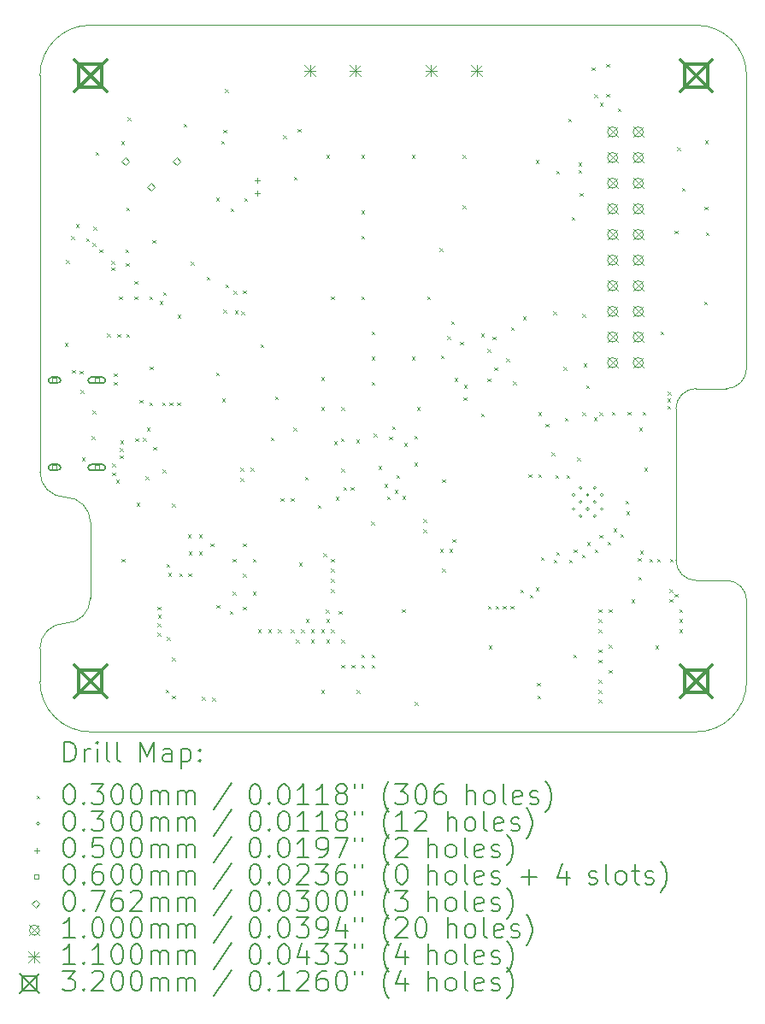
<source format=gbr>
%TF.GenerationSoftware,KiCad,Pcbnew,(7.0.0-93-gc189053ee5-dirty)*%
%TF.CreationDate,2023-02-21T15:15:29-08:00*%
%TF.ProjectId,ai-camera,61692d63-616d-4657-9261-2e6b69636164,rev1*%
%TF.SameCoordinates,PX5a995c0PY2aea540*%
%TF.FileFunction,Drillmap*%
%TF.FilePolarity,Positive*%
%FSLAX45Y45*%
G04 Gerber Fmt 4.5, Leading zero omitted, Abs format (unit mm)*
G04 Created by KiCad (PCBNEW (7.0.0-93-gc189053ee5-dirty)) date 2023-02-21 15:15:29*
%MOMM*%
%LPD*%
G01*
G04 APERTURE LIST*
%ADD10C,0.100000*%
%ADD11C,0.200000*%
%ADD12C,0.030000*%
%ADD13C,0.050000*%
%ADD14C,0.060000*%
%ADD15C,0.076200*%
%ADD16C,0.110000*%
%ADD17C,0.320000*%
G04 APERTURE END LIST*
D10*
X7000000Y-500000D02*
G75*
G03*
X6500000Y0I-500000J0D01*
G01*
X0Y-4425000D02*
G75*
G03*
X250000Y-4675000I250000J0D01*
G01*
X7000000Y-5700000D02*
X7000000Y-6500000D01*
X500000Y0D02*
X6500000Y0D01*
X6300000Y-5300000D02*
G75*
G03*
X6500000Y-5500000I200000J0D01*
G01*
X250000Y-5925000D02*
G75*
G03*
X0Y-6175000I0J-250000D01*
G01*
X6800000Y-3600000D02*
X6500000Y-3600000D01*
X500000Y0D02*
G75*
G03*
X0Y-500000I0J-500000D01*
G01*
X7000000Y-5700000D02*
G75*
G03*
X6800000Y-5500000I-200000J0D01*
G01*
X0Y-4425000D02*
X0Y-500000D01*
X500000Y-4925000D02*
G75*
G03*
X250000Y-4675000I-250000J0D01*
G01*
X6500000Y-3600000D02*
G75*
G03*
X6300000Y-3800000I0J-200000D01*
G01*
X6500000Y-5500000D02*
X6800000Y-5500000D01*
X6500000Y-7000000D02*
G75*
G03*
X7000000Y-6500000I0J500000D01*
G01*
X500000Y-5675000D02*
X500000Y-4925000D01*
X0Y-6175000D02*
X0Y-6500000D01*
X7000000Y-500000D02*
X7000000Y-3400000D01*
X0Y-6500000D02*
G75*
G03*
X500000Y-7000000I500000J0D01*
G01*
X6500000Y-7000000D02*
X500000Y-7000000D01*
X250000Y-5925000D02*
G75*
G03*
X500000Y-5675000I0J250000D01*
G01*
X6800000Y-3600000D02*
G75*
G03*
X7000000Y-3400000I0J200000D01*
G01*
X6300000Y-3800000D02*
X6300000Y-5300000D01*
D11*
D12*
X247500Y-3150000D02*
X277500Y-3180000D01*
X277500Y-3150000D02*
X247500Y-3180000D01*
X258000Y-2328855D02*
X288000Y-2358855D01*
X288000Y-2328855D02*
X258000Y-2358855D01*
X309094Y-2088000D02*
X339094Y-2118000D01*
X339094Y-2088000D02*
X309094Y-2118000D01*
X319639Y-3415520D02*
X349639Y-3445520D01*
X349639Y-3415520D02*
X319639Y-3445520D01*
X355000Y-1971000D02*
X385000Y-2001000D01*
X385000Y-1971000D02*
X355000Y-2001000D01*
X392000Y-3422000D02*
X422000Y-3452000D01*
X422000Y-3422000D02*
X392000Y-3452000D01*
X404000Y-3615000D02*
X434000Y-3645000D01*
X434000Y-3615000D02*
X404000Y-3645000D01*
X415000Y-4285000D02*
X445000Y-4315000D01*
X445000Y-4285000D02*
X415000Y-4315000D01*
X457000Y-2110000D02*
X487000Y-2140000D01*
X487000Y-2110000D02*
X457000Y-2140000D01*
X514000Y-4071000D02*
X544000Y-4101000D01*
X544000Y-4071000D02*
X514000Y-4101000D01*
X520852Y-3816148D02*
X550852Y-3846148D01*
X550852Y-3816148D02*
X520852Y-3846148D01*
X522869Y-2159000D02*
X552869Y-2189000D01*
X552869Y-2159000D02*
X522869Y-2189000D01*
X529000Y-1999000D02*
X559000Y-2029000D01*
X559000Y-1999000D02*
X529000Y-2029000D01*
X552000Y-1256000D02*
X582000Y-1286000D01*
X582000Y-1256000D02*
X552000Y-1286000D01*
X587597Y-2221650D02*
X617597Y-2251650D01*
X617597Y-2221650D02*
X587597Y-2251650D01*
X666500Y-3056500D02*
X696500Y-3086500D01*
X696500Y-3056500D02*
X666500Y-3086500D01*
X707984Y-2333546D02*
X737984Y-2363546D01*
X737984Y-2333546D02*
X707984Y-2363546D01*
X708403Y-2400007D02*
X738403Y-2430007D01*
X738403Y-2400007D02*
X708403Y-2430007D01*
X715000Y-4342500D02*
X745000Y-4372500D01*
X745000Y-4342500D02*
X715000Y-4372500D01*
X715000Y-4430000D02*
X745000Y-4460000D01*
X745000Y-4430000D02*
X715000Y-4460000D01*
X732500Y-3447500D02*
X762500Y-3477500D01*
X762500Y-3447500D02*
X732500Y-3477500D01*
X732500Y-3535000D02*
X762500Y-3565000D01*
X762500Y-3535000D02*
X732500Y-3565000D01*
X755000Y-4505000D02*
X785000Y-4535000D01*
X785000Y-4505000D02*
X755000Y-4535000D01*
X764500Y-3057500D02*
X794500Y-3087500D01*
X794500Y-3057500D02*
X764500Y-3087500D01*
X785000Y-2685000D02*
X815000Y-2715000D01*
X815000Y-2685000D02*
X785000Y-2715000D01*
X790000Y-4260000D02*
X820000Y-4290000D01*
X820000Y-4260000D02*
X790000Y-4290000D01*
X792500Y-4187500D02*
X822500Y-4217500D01*
X822500Y-4187500D02*
X792500Y-4217500D01*
X795000Y-4115000D02*
X825000Y-4145000D01*
X825000Y-4115000D02*
X795000Y-4145000D01*
X803000Y-1151000D02*
X833000Y-1181000D01*
X833000Y-1151000D02*
X803000Y-1181000D01*
X810000Y-5285000D02*
X840000Y-5315000D01*
X840000Y-5285000D02*
X810000Y-5315000D01*
X846887Y-2221650D02*
X876887Y-2251650D01*
X876887Y-2221650D02*
X846887Y-2251650D01*
X850717Y-2356950D02*
X880717Y-2386950D01*
X880717Y-2356950D02*
X850717Y-2386950D01*
X853500Y-3059500D02*
X883500Y-3089500D01*
X883500Y-3059500D02*
X853500Y-3089500D01*
X857000Y-1808000D02*
X887000Y-1838000D01*
X887000Y-1808000D02*
X857000Y-1838000D01*
X869000Y-913000D02*
X899000Y-943000D01*
X899000Y-913000D02*
X869000Y-943000D01*
X935000Y-2535000D02*
X965000Y-2565000D01*
X965000Y-2535000D02*
X935000Y-2565000D01*
X935000Y-2685000D02*
X965000Y-2715000D01*
X965000Y-2685000D02*
X935000Y-2715000D01*
X945000Y-4092500D02*
X975000Y-4122500D01*
X975000Y-4092500D02*
X945000Y-4122500D01*
X955000Y-4730000D02*
X985000Y-4760000D01*
X985000Y-4730000D02*
X955000Y-4760000D01*
X985000Y-3710000D02*
X1015000Y-3740000D01*
X1015000Y-3710000D02*
X985000Y-3740000D01*
X1020000Y-4087500D02*
X1050000Y-4117500D01*
X1050000Y-4087500D02*
X1020000Y-4117500D01*
X1047169Y-4468502D02*
X1077169Y-4498502D01*
X1077169Y-4468502D02*
X1047169Y-4498502D01*
X1060000Y-3985000D02*
X1090000Y-4015000D01*
X1090000Y-3985000D02*
X1060000Y-4015000D01*
X1085000Y-2685000D02*
X1115000Y-2715000D01*
X1115000Y-2685000D02*
X1085000Y-2715000D01*
X1085000Y-3735000D02*
X1115000Y-3765000D01*
X1115000Y-3735000D02*
X1085000Y-3765000D01*
X1090000Y-3382500D02*
X1120000Y-3412500D01*
X1120000Y-3382500D02*
X1090000Y-3412500D01*
X1113148Y-2129148D02*
X1143148Y-2159148D01*
X1143148Y-2129148D02*
X1113148Y-2159148D01*
X1120000Y-4177500D02*
X1150000Y-4207500D01*
X1150000Y-4177500D02*
X1120000Y-4207500D01*
X1165000Y-5760000D02*
X1195000Y-5790000D01*
X1195000Y-5760000D02*
X1165000Y-5790000D01*
X1165000Y-5925000D02*
X1195000Y-5955000D01*
X1195000Y-5925000D02*
X1165000Y-5955000D01*
X1165000Y-6017500D02*
X1195000Y-6047500D01*
X1195000Y-6017500D02*
X1165000Y-6047500D01*
X1167500Y-5840000D02*
X1197500Y-5870000D01*
X1197500Y-5840000D02*
X1167500Y-5870000D01*
X1185000Y-2735000D02*
X1215000Y-2765000D01*
X1215000Y-2735000D02*
X1185000Y-2765000D01*
X1210000Y-3735000D02*
X1240000Y-3765000D01*
X1240000Y-3735000D02*
X1210000Y-3765000D01*
X1215666Y-4403010D02*
X1245666Y-4433010D01*
X1245666Y-4403010D02*
X1215666Y-4433010D01*
X1217350Y-2646000D02*
X1247350Y-2676000D01*
X1247350Y-2646000D02*
X1217350Y-2676000D01*
X1246000Y-6583000D02*
X1276000Y-6613000D01*
X1276000Y-6583000D02*
X1246000Y-6613000D01*
X1253000Y-5335000D02*
X1283000Y-5365000D01*
X1283000Y-5335000D02*
X1253000Y-5365000D01*
X1257500Y-6062500D02*
X1287500Y-6092500D01*
X1287500Y-6062500D02*
X1257500Y-6092500D01*
X1270000Y-5426000D02*
X1300000Y-5456000D01*
X1300000Y-5426000D02*
X1270000Y-5456000D01*
X1285000Y-3735000D02*
X1315000Y-3765000D01*
X1315000Y-3735000D02*
X1285000Y-3765000D01*
X1307500Y-6642500D02*
X1337500Y-6672500D01*
X1337500Y-6642500D02*
X1307500Y-6672500D01*
X1310000Y-4740000D02*
X1340000Y-4770000D01*
X1340000Y-4740000D02*
X1310000Y-4770000D01*
X1310000Y-6264000D02*
X1340000Y-6294000D01*
X1340000Y-6264000D02*
X1310000Y-6294000D01*
X1360000Y-3735000D02*
X1390000Y-3765000D01*
X1390000Y-3735000D02*
X1360000Y-3765000D01*
X1365000Y-2871000D02*
X1395000Y-2901000D01*
X1395000Y-2871000D02*
X1365000Y-2901000D01*
X1381000Y-5431000D02*
X1411000Y-5461000D01*
X1411000Y-5431000D02*
X1381000Y-5461000D01*
X1423000Y-976000D02*
X1453000Y-1006000D01*
X1453000Y-976000D02*
X1423000Y-1006000D01*
X1465000Y-5045000D02*
X1495000Y-5075000D01*
X1495000Y-5045000D02*
X1465000Y-5075000D01*
X1470000Y-5430000D02*
X1500000Y-5460000D01*
X1500000Y-5430000D02*
X1470000Y-5460000D01*
X1475000Y-5215000D02*
X1505000Y-5245000D01*
X1505000Y-5215000D02*
X1475000Y-5245000D01*
X1496000Y-2343000D02*
X1526000Y-2373000D01*
X1526000Y-2343000D02*
X1496000Y-2373000D01*
X1575000Y-5045000D02*
X1605000Y-5075000D01*
X1605000Y-5045000D02*
X1575000Y-5075000D01*
X1575000Y-5215000D02*
X1605000Y-5245000D01*
X1605000Y-5215000D02*
X1575000Y-5245000D01*
X1605000Y-6655000D02*
X1635000Y-6685000D01*
X1635000Y-6655000D02*
X1605000Y-6685000D01*
X1650000Y-2491000D02*
X1680000Y-2521000D01*
X1680000Y-2491000D02*
X1650000Y-2521000D01*
X1687500Y-5135000D02*
X1717500Y-5165000D01*
X1717500Y-5135000D02*
X1687500Y-5165000D01*
X1705000Y-6660000D02*
X1735000Y-6690000D01*
X1735000Y-6660000D02*
X1705000Y-6690000D01*
X1743000Y-3442000D02*
X1773000Y-3472000D01*
X1773000Y-3442000D02*
X1743000Y-3472000D01*
X1745000Y-1710000D02*
X1775000Y-1740000D01*
X1775000Y-1710000D02*
X1745000Y-1740000D01*
X1748000Y-5742000D02*
X1778000Y-5772000D01*
X1778000Y-5742000D02*
X1748000Y-5772000D01*
X1795000Y-1147500D02*
X1825000Y-1177500D01*
X1825000Y-1147500D02*
X1795000Y-1177500D01*
X1802380Y-3700505D02*
X1832380Y-3730505D01*
X1832380Y-3700505D02*
X1802380Y-3730505D01*
X1815000Y-1035000D02*
X1845000Y-1065000D01*
X1845000Y-1035000D02*
X1815000Y-1065000D01*
X1818000Y-2818000D02*
X1848000Y-2848000D01*
X1848000Y-2818000D02*
X1818000Y-2848000D01*
X1835000Y-635000D02*
X1865000Y-665000D01*
X1865000Y-635000D02*
X1835000Y-665000D01*
X1837500Y-2570000D02*
X1867500Y-2600000D01*
X1867500Y-2570000D02*
X1837500Y-2600000D01*
X1879021Y-5802241D02*
X1909021Y-5832241D01*
X1909021Y-5802241D02*
X1879021Y-5832241D01*
X1886500Y-1813000D02*
X1916500Y-1843000D01*
X1916500Y-1813000D02*
X1886500Y-1843000D01*
X1910000Y-5285000D02*
X1940000Y-5315000D01*
X1940000Y-5285000D02*
X1910000Y-5315000D01*
X1910000Y-5610000D02*
X1940000Y-5640000D01*
X1940000Y-5610000D02*
X1910000Y-5640000D01*
X1919000Y-2633000D02*
X1949000Y-2663000D01*
X1949000Y-2633000D02*
X1919000Y-2663000D01*
X1929000Y-2825000D02*
X1959000Y-2855000D01*
X1959000Y-2825000D02*
X1929000Y-2855000D01*
X1985000Y-4385000D02*
X2015000Y-4415000D01*
X2015000Y-4385000D02*
X1985000Y-4415000D01*
X1985000Y-4485000D02*
X2015000Y-4515000D01*
X2015000Y-4485000D02*
X1985000Y-4515000D01*
X1992000Y-2834000D02*
X2022000Y-2864000D01*
X2022000Y-2834000D02*
X1992000Y-2864000D01*
X2010000Y-5135000D02*
X2040000Y-5165000D01*
X2040000Y-5135000D02*
X2010000Y-5165000D01*
X2010000Y-5435000D02*
X2040000Y-5465000D01*
X2040000Y-5435000D02*
X2010000Y-5465000D01*
X2010000Y-5761760D02*
X2040000Y-5791760D01*
X2040000Y-5761760D02*
X2010000Y-5791760D01*
X2013000Y-2627000D02*
X2043000Y-2657000D01*
X2043000Y-2627000D02*
X2013000Y-2657000D01*
X2022500Y-1712000D02*
X2052500Y-1742000D01*
X2052500Y-1712000D02*
X2022500Y-1742000D01*
X2085000Y-4385000D02*
X2115000Y-4415000D01*
X2115000Y-4385000D02*
X2085000Y-4415000D01*
X2110000Y-5285000D02*
X2140000Y-5315000D01*
X2140000Y-5285000D02*
X2110000Y-5315000D01*
X2110000Y-5610000D02*
X2140000Y-5640000D01*
X2140000Y-5610000D02*
X2110000Y-5640000D01*
X2160000Y-5985000D02*
X2190000Y-6015000D01*
X2190000Y-5985000D02*
X2160000Y-6015000D01*
X2185000Y-3160000D02*
X2215000Y-3190000D01*
X2215000Y-3160000D02*
X2185000Y-3190000D01*
X2260000Y-5985000D02*
X2290000Y-6015000D01*
X2290000Y-5985000D02*
X2260000Y-6015000D01*
X2285000Y-4085000D02*
X2315000Y-4115000D01*
X2315000Y-4085000D02*
X2285000Y-4115000D01*
X2329000Y-3677000D02*
X2359000Y-3707000D01*
X2359000Y-3677000D02*
X2329000Y-3707000D01*
X2360000Y-5985000D02*
X2390000Y-6015000D01*
X2390000Y-5985000D02*
X2360000Y-6015000D01*
X2385000Y-4685000D02*
X2415000Y-4715000D01*
X2415000Y-4685000D02*
X2385000Y-4715000D01*
X2411000Y-1090000D02*
X2441000Y-1120000D01*
X2441000Y-1090000D02*
X2411000Y-1120000D01*
X2485000Y-4685000D02*
X2515000Y-4715000D01*
X2515000Y-4685000D02*
X2485000Y-4715000D01*
X2485000Y-5985000D02*
X2515000Y-6015000D01*
X2515000Y-5985000D02*
X2485000Y-6015000D01*
X2510000Y-3985000D02*
X2540000Y-4015000D01*
X2540000Y-3985000D02*
X2510000Y-4015000D01*
X2515000Y-1501000D02*
X2545000Y-1531000D01*
X2545000Y-1501000D02*
X2515000Y-1531000D01*
X2535000Y-6085000D02*
X2565000Y-6115000D01*
X2565000Y-6085000D02*
X2535000Y-6115000D01*
X2551000Y-1027000D02*
X2581000Y-1057000D01*
X2581000Y-1027000D02*
X2551000Y-1057000D01*
X2565000Y-5322500D02*
X2595000Y-5352500D01*
X2595000Y-5322500D02*
X2565000Y-5352500D01*
X2585000Y-5985000D02*
X2615000Y-6015000D01*
X2615000Y-5985000D02*
X2585000Y-6015000D01*
X2624000Y-4474000D02*
X2654000Y-4504000D01*
X2654000Y-4474000D02*
X2624000Y-4504000D01*
X2635000Y-5885000D02*
X2665000Y-5915000D01*
X2665000Y-5885000D02*
X2635000Y-5915000D01*
X2685000Y-5985000D02*
X2715000Y-6015000D01*
X2715000Y-5985000D02*
X2685000Y-6015000D01*
X2685000Y-6085000D02*
X2715000Y-6115000D01*
X2715000Y-6085000D02*
X2685000Y-6115000D01*
X2753000Y-4751000D02*
X2783000Y-4781000D01*
X2783000Y-4751000D02*
X2753000Y-4781000D01*
X2785000Y-3485000D02*
X2815000Y-3515000D01*
X2815000Y-3485000D02*
X2785000Y-3515000D01*
X2785000Y-3785000D02*
X2815000Y-3815000D01*
X2815000Y-3785000D02*
X2785000Y-3815000D01*
X2785000Y-5985000D02*
X2815000Y-6015000D01*
X2815000Y-5985000D02*
X2785000Y-6015000D01*
X2785000Y-6585000D02*
X2815000Y-6615000D01*
X2815000Y-6585000D02*
X2785000Y-6615000D01*
X2805000Y-5230000D02*
X2835000Y-5260000D01*
X2835000Y-5230000D02*
X2805000Y-5260000D01*
X2831920Y-5790000D02*
X2861920Y-5820000D01*
X2861920Y-5790000D02*
X2831920Y-5820000D01*
X2835000Y-1285000D02*
X2865000Y-1315000D01*
X2865000Y-1285000D02*
X2835000Y-1315000D01*
X2835000Y-5885000D02*
X2865000Y-5915000D01*
X2865000Y-5885000D02*
X2835000Y-5915000D01*
X2835000Y-6085000D02*
X2865000Y-6115000D01*
X2865000Y-6085000D02*
X2835000Y-6115000D01*
X2885000Y-2685000D02*
X2915000Y-2715000D01*
X2915000Y-2685000D02*
X2885000Y-2715000D01*
X2885000Y-5285000D02*
X2915000Y-5315000D01*
X2915000Y-5285000D02*
X2885000Y-5315000D01*
X2885000Y-5385000D02*
X2915000Y-5415000D01*
X2915000Y-5385000D02*
X2885000Y-5415000D01*
X2885000Y-5485000D02*
X2915000Y-5515000D01*
X2915000Y-5485000D02*
X2885000Y-5515000D01*
X2885000Y-5585000D02*
X2915000Y-5615000D01*
X2915000Y-5585000D02*
X2885000Y-5615000D01*
X2885000Y-5985000D02*
X2915000Y-6015000D01*
X2915000Y-5985000D02*
X2885000Y-6015000D01*
X2912500Y-4122500D02*
X2942500Y-4152500D01*
X2942500Y-4122500D02*
X2912500Y-4152500D01*
X2931000Y-4674000D02*
X2961000Y-4704000D01*
X2961000Y-4674000D02*
X2931000Y-4704000D01*
X2960000Y-5804000D02*
X2990000Y-5834000D01*
X2990000Y-5804000D02*
X2960000Y-5834000D01*
X2979126Y-4093533D02*
X3009126Y-4123533D01*
X3009126Y-4093533D02*
X2979126Y-4123533D01*
X2985000Y-3785000D02*
X3015000Y-3815000D01*
X3015000Y-3785000D02*
X2985000Y-3815000D01*
X2985000Y-6085000D02*
X3015000Y-6115000D01*
X3015000Y-6085000D02*
X2985000Y-6115000D01*
X2985000Y-6335000D02*
X3015000Y-6365000D01*
X3015000Y-6335000D02*
X2985000Y-6365000D01*
X2986000Y-4394000D02*
X3016000Y-4424000D01*
X3016000Y-4394000D02*
X2986000Y-4424000D01*
X3006000Y-4574000D02*
X3036000Y-4604000D01*
X3036000Y-4574000D02*
X3006000Y-4604000D01*
X3078000Y-4573000D02*
X3108000Y-4603000D01*
X3108000Y-4573000D02*
X3078000Y-4603000D01*
X3085000Y-6335000D02*
X3115000Y-6365000D01*
X3115000Y-6335000D02*
X3085000Y-6365000D01*
X3134600Y-4104880D02*
X3164600Y-4134880D01*
X3164600Y-4104880D02*
X3134600Y-4134880D01*
X3135000Y-6585000D02*
X3165000Y-6615000D01*
X3165000Y-6585000D02*
X3135000Y-6615000D01*
X3185000Y-1285000D02*
X3215000Y-1315000D01*
X3215000Y-1285000D02*
X3185000Y-1315000D01*
X3185000Y-1835000D02*
X3215000Y-1865000D01*
X3215000Y-1835000D02*
X3185000Y-1865000D01*
X3185000Y-2085000D02*
X3215000Y-2115000D01*
X3215000Y-2085000D02*
X3185000Y-2115000D01*
X3185000Y-2685000D02*
X3215000Y-2715000D01*
X3215000Y-2685000D02*
X3185000Y-2715000D01*
X3185000Y-6235000D02*
X3215000Y-6265000D01*
X3215000Y-6235000D02*
X3185000Y-6265000D01*
X3185000Y-6335000D02*
X3215000Y-6365000D01*
X3215000Y-6335000D02*
X3185000Y-6365000D01*
X3280000Y-4917500D02*
X3310000Y-4947500D01*
X3310000Y-4917500D02*
X3280000Y-4947500D01*
X3285000Y-3035000D02*
X3315000Y-3065000D01*
X3315000Y-3035000D02*
X3285000Y-3065000D01*
X3285000Y-3285000D02*
X3315000Y-3315000D01*
X3315000Y-3285000D02*
X3285000Y-3315000D01*
X3285000Y-3535000D02*
X3315000Y-3565000D01*
X3315000Y-3535000D02*
X3285000Y-3565000D01*
X3285000Y-6235000D02*
X3315000Y-6265000D01*
X3315000Y-6235000D02*
X3285000Y-6265000D01*
X3285000Y-6335000D02*
X3315000Y-6365000D01*
X3315000Y-6335000D02*
X3285000Y-6365000D01*
X3307320Y-4043920D02*
X3337320Y-4073920D01*
X3337320Y-4043920D02*
X3307320Y-4073920D01*
X3353000Y-4367000D02*
X3383000Y-4397000D01*
X3383000Y-4367000D02*
X3353000Y-4397000D01*
X3413000Y-4543000D02*
X3443000Y-4573000D01*
X3443000Y-4543000D02*
X3413000Y-4573000D01*
X3437150Y-4666854D02*
X3467150Y-4696854D01*
X3467150Y-4666854D02*
X3437150Y-4696854D01*
X3460000Y-4074000D02*
X3490000Y-4104000D01*
X3490000Y-4074000D02*
X3460000Y-4104000D01*
X3487000Y-3972000D02*
X3517000Y-4002000D01*
X3517000Y-3972000D02*
X3487000Y-4002000D01*
X3514000Y-4606000D02*
X3544000Y-4636000D01*
X3544000Y-4606000D02*
X3514000Y-4636000D01*
X3531352Y-4454648D02*
X3561352Y-4484648D01*
X3561352Y-4454648D02*
X3531352Y-4484648D01*
X3585000Y-5785000D02*
X3615000Y-5815000D01*
X3615000Y-5785000D02*
X3585000Y-5815000D01*
X3589000Y-4662000D02*
X3619000Y-4692000D01*
X3619000Y-4662000D02*
X3589000Y-4692000D01*
X3607500Y-4137500D02*
X3637500Y-4167500D01*
X3637500Y-4137500D02*
X3607500Y-4167500D01*
X3685000Y-1285000D02*
X3715000Y-1315000D01*
X3715000Y-1285000D02*
X3685000Y-1315000D01*
X3685000Y-3285000D02*
X3715000Y-3315000D01*
X3715000Y-3285000D02*
X3685000Y-3315000D01*
X3710000Y-4067500D02*
X3740000Y-4097500D01*
X3740000Y-4067500D02*
X3710000Y-4097500D01*
X3710000Y-4334373D02*
X3740000Y-4364373D01*
X3740000Y-4334373D02*
X3710000Y-4364373D01*
X3714000Y-6705000D02*
X3744000Y-6735000D01*
X3744000Y-6705000D02*
X3714000Y-6735000D01*
X3735000Y-3785000D02*
X3765000Y-3815000D01*
X3765000Y-3785000D02*
X3735000Y-3815000D01*
X3796000Y-4892000D02*
X3826000Y-4922000D01*
X3826000Y-4892000D02*
X3796000Y-4922000D01*
X3798000Y-4996000D02*
X3828000Y-5026000D01*
X3828000Y-4996000D02*
X3798000Y-5026000D01*
X3835000Y-2685000D02*
X3865000Y-2715000D01*
X3865000Y-2685000D02*
X3835000Y-2715000D01*
X3960000Y-2210000D02*
X3990000Y-2240000D01*
X3990000Y-2210000D02*
X3960000Y-2240000D01*
X3962640Y-5186920D02*
X3992640Y-5216920D01*
X3992640Y-5186920D02*
X3962640Y-5216920D01*
X3970000Y-3272000D02*
X4000000Y-3302000D01*
X4000000Y-3272000D02*
X3970000Y-3302000D01*
X3982000Y-4497000D02*
X4012000Y-4527000D01*
X4012000Y-4497000D02*
X3982000Y-4527000D01*
X3985000Y-5385000D02*
X4015000Y-5415000D01*
X4015000Y-5385000D02*
X3985000Y-5415000D01*
X4033000Y-3082000D02*
X4063000Y-3112000D01*
X4063000Y-3082000D02*
X4033000Y-3112000D01*
X4055000Y-5190000D02*
X4085000Y-5220000D01*
X4085000Y-5190000D02*
X4055000Y-5220000D01*
X4073000Y-2931000D02*
X4103000Y-2961000D01*
X4103000Y-2931000D02*
X4073000Y-2961000D01*
X4084560Y-5090400D02*
X4114560Y-5120400D01*
X4114560Y-5090400D02*
X4084560Y-5120400D01*
X4105000Y-3496000D02*
X4135000Y-3526000D01*
X4135000Y-3496000D02*
X4105000Y-3526000D01*
X4163000Y-3136000D02*
X4193000Y-3166000D01*
X4193000Y-3136000D02*
X4163000Y-3166000D01*
X4185000Y-1285000D02*
X4215000Y-1315000D01*
X4215000Y-1285000D02*
X4185000Y-1315000D01*
X4185000Y-1785000D02*
X4215000Y-1815000D01*
X4215000Y-1785000D02*
X4185000Y-1815000D01*
X4194000Y-3686000D02*
X4224000Y-3716000D01*
X4224000Y-3686000D02*
X4194000Y-3716000D01*
X4201000Y-3563000D02*
X4231000Y-3593000D01*
X4231000Y-3563000D02*
X4201000Y-3593000D01*
X4370000Y-3054000D02*
X4400000Y-3084000D01*
X4400000Y-3054000D02*
X4370000Y-3084000D01*
X4370000Y-3848000D02*
X4400000Y-3878000D01*
X4400000Y-3848000D02*
X4370000Y-3878000D01*
X4433000Y-3207000D02*
X4463000Y-3237000D01*
X4463000Y-3207000D02*
X4433000Y-3237000D01*
X4434000Y-3501000D02*
X4464000Y-3531000D01*
X4464000Y-3501000D02*
X4434000Y-3531000D01*
X4437500Y-5750000D02*
X4467500Y-5780000D01*
X4467500Y-5750000D02*
X4437500Y-5780000D01*
X4446000Y-6147000D02*
X4476000Y-6177000D01*
X4476000Y-6147000D02*
X4446000Y-6177000D01*
X4485000Y-3085000D02*
X4515000Y-3115000D01*
X4515000Y-3085000D02*
X4485000Y-3115000D01*
X4502000Y-3389000D02*
X4532000Y-3419000D01*
X4532000Y-3389000D02*
X4502000Y-3419000D01*
X4511150Y-5750000D02*
X4541150Y-5780000D01*
X4541150Y-5750000D02*
X4511150Y-5780000D01*
X4583850Y-5750000D02*
X4613850Y-5780000D01*
X4613850Y-5750000D02*
X4583850Y-5780000D01*
X4617000Y-3300000D02*
X4647000Y-3330000D01*
X4647000Y-3300000D02*
X4617000Y-3330000D01*
X4660000Y-5750000D02*
X4690000Y-5780000D01*
X4690000Y-5750000D02*
X4660000Y-5780000D01*
X4667000Y-2993000D02*
X4697000Y-3023000D01*
X4697000Y-2993000D02*
X4667000Y-3023000D01*
X4684915Y-3527211D02*
X4714915Y-3557211D01*
X4714915Y-3527211D02*
X4684915Y-3557211D01*
X4757000Y-5590000D02*
X4787000Y-5620000D01*
X4787000Y-5590000D02*
X4757000Y-5620000D01*
X4785000Y-2885000D02*
X4815000Y-2915000D01*
X4815000Y-2885000D02*
X4785000Y-2915000D01*
X4839508Y-4447212D02*
X4869508Y-4477212D01*
X4869508Y-4447212D02*
X4839508Y-4477212D01*
X4850000Y-5640000D02*
X4880000Y-5670000D01*
X4880000Y-5640000D02*
X4850000Y-5670000D01*
X4910000Y-1335000D02*
X4940000Y-1365000D01*
X4940000Y-1335000D02*
X4910000Y-1365000D01*
X4912600Y-5567920D02*
X4942600Y-5597920D01*
X4942600Y-5567920D02*
X4912600Y-5597920D01*
X4925000Y-6514000D02*
X4955000Y-6544000D01*
X4955000Y-6514000D02*
X4925000Y-6544000D01*
X4926000Y-6640000D02*
X4956000Y-6670000D01*
X4956000Y-6640000D02*
X4926000Y-6670000D01*
X4934814Y-4447912D02*
X4964814Y-4477912D01*
X4964814Y-4447912D02*
X4934814Y-4477912D01*
X4935000Y-3835000D02*
X4965000Y-3865000D01*
X4965000Y-3835000D02*
X4935000Y-3865000D01*
X4963400Y-5268200D02*
X4993400Y-5298200D01*
X4993400Y-5268200D02*
X4963400Y-5298200D01*
X5009999Y-3949778D02*
X5039999Y-3979778D01*
X5039999Y-3949778D02*
X5009999Y-3979778D01*
X5068000Y-4233000D02*
X5098000Y-4263000D01*
X5098000Y-4233000D02*
X5068000Y-4263000D01*
X5085000Y-2835000D02*
X5115000Y-2865000D01*
X5115000Y-2835000D02*
X5085000Y-2865000D01*
X5090400Y-5293600D02*
X5120400Y-5323600D01*
X5120400Y-5293600D02*
X5090400Y-5323600D01*
X5105640Y-4455400D02*
X5135640Y-4485400D01*
X5135640Y-4455400D02*
X5105640Y-4485400D01*
X5113000Y-1444000D02*
X5143000Y-1474000D01*
X5143000Y-1444000D02*
X5113000Y-1474000D01*
X5115800Y-5217400D02*
X5145800Y-5247400D01*
X5145800Y-5217400D02*
X5115800Y-5247400D01*
X5185000Y-3385000D02*
X5215000Y-3415000D01*
X5215000Y-3385000D02*
X5185000Y-3415000D01*
X5199000Y-3890000D02*
X5229000Y-3920000D01*
X5229000Y-3890000D02*
X5199000Y-3920000D01*
X5217400Y-4455400D02*
X5247400Y-4485400D01*
X5247400Y-4455400D02*
X5217400Y-4485400D01*
X5232500Y-925000D02*
X5262500Y-955000D01*
X5262500Y-925000D02*
X5232500Y-955000D01*
X5242800Y-5293600D02*
X5272800Y-5323600D01*
X5272800Y-5293600D02*
X5242800Y-5323600D01*
X5267500Y-1897500D02*
X5297500Y-1927500D01*
X5297500Y-1897500D02*
X5267500Y-1927500D01*
X5285000Y-6235000D02*
X5315000Y-6265000D01*
X5315000Y-6235000D02*
X5285000Y-6265000D01*
X5288520Y-5192000D02*
X5318520Y-5222000D01*
X5318520Y-5192000D02*
X5288520Y-5222000D01*
X5322500Y-4285000D02*
X5352500Y-4315000D01*
X5352500Y-4285000D02*
X5322500Y-4315000D01*
X5335000Y-1360000D02*
X5365000Y-1390000D01*
X5365000Y-1360000D02*
X5335000Y-1390000D01*
X5335000Y-1435000D02*
X5365000Y-1465000D01*
X5365000Y-1435000D02*
X5335000Y-1465000D01*
X5349000Y-1663000D02*
X5379000Y-1693000D01*
X5379000Y-1663000D02*
X5349000Y-1693000D01*
X5369800Y-5242800D02*
X5399800Y-5272800D01*
X5399800Y-5242800D02*
X5369800Y-5272800D01*
X5371000Y-2859000D02*
X5401000Y-2889000D01*
X5401000Y-2859000D02*
X5371000Y-2889000D01*
X5371000Y-3835000D02*
X5401000Y-3865000D01*
X5401000Y-3835000D02*
X5371000Y-3865000D01*
X5384000Y-3350000D02*
X5414000Y-3380000D01*
X5414000Y-3350000D02*
X5384000Y-3380000D01*
X5410000Y-3569000D02*
X5440000Y-3599000D01*
X5440000Y-3569000D02*
X5410000Y-3599000D01*
X5420600Y-5120880D02*
X5450600Y-5150880D01*
X5450600Y-5120880D02*
X5420600Y-5150880D01*
X5467038Y-417810D02*
X5497038Y-447810D01*
X5497038Y-417810D02*
X5467038Y-447810D01*
X5485000Y-3885000D02*
X5515000Y-3915000D01*
X5515000Y-3885000D02*
X5485000Y-3915000D01*
X5489000Y-685000D02*
X5519000Y-715000D01*
X5519000Y-685000D02*
X5489000Y-715000D01*
X5496800Y-5192000D02*
X5526800Y-5222000D01*
X5526800Y-5192000D02*
X5496800Y-5222000D01*
X5535000Y-5785000D02*
X5565000Y-5815000D01*
X5565000Y-5785000D02*
X5535000Y-5815000D01*
X5535000Y-5885000D02*
X5565000Y-5915000D01*
X5565000Y-5885000D02*
X5535000Y-5915000D01*
X5535000Y-5985000D02*
X5565000Y-6015000D01*
X5565000Y-5985000D02*
X5535000Y-6015000D01*
X5535000Y-6185000D02*
X5565000Y-6215000D01*
X5565000Y-6185000D02*
X5535000Y-6215000D01*
X5535000Y-6285000D02*
X5565000Y-6315000D01*
X5565000Y-6285000D02*
X5535000Y-6315000D01*
X5535000Y-6485000D02*
X5565000Y-6515000D01*
X5565000Y-6485000D02*
X5535000Y-6515000D01*
X5535000Y-6585000D02*
X5565000Y-6615000D01*
X5565000Y-6585000D02*
X5535000Y-6615000D01*
X5535000Y-6677550D02*
X5565000Y-6707550D01*
X5565000Y-6677550D02*
X5535000Y-6707550D01*
X5542000Y-3834000D02*
X5572000Y-3864000D01*
X5572000Y-3834000D02*
X5542000Y-3864000D01*
X5542520Y-5049760D02*
X5572520Y-5079760D01*
X5572520Y-5049760D02*
X5542520Y-5079760D01*
X5547500Y-770000D02*
X5577500Y-800000D01*
X5577500Y-770000D02*
X5547500Y-800000D01*
X5609000Y-384000D02*
X5639000Y-414000D01*
X5639000Y-384000D02*
X5609000Y-414000D01*
X5609000Y-679000D02*
X5639000Y-709000D01*
X5639000Y-679000D02*
X5609000Y-709000D01*
X5623800Y-5115800D02*
X5653800Y-5145800D01*
X5653800Y-5115800D02*
X5623800Y-5145800D01*
X5635000Y-5785000D02*
X5665000Y-5815000D01*
X5665000Y-5785000D02*
X5635000Y-5815000D01*
X5635000Y-6135000D02*
X5665000Y-6165000D01*
X5665000Y-6135000D02*
X5635000Y-6165000D01*
X5635000Y-6385000D02*
X5665000Y-6415000D01*
X5665000Y-6385000D02*
X5635000Y-6415000D01*
X5664440Y-3830560D02*
X5694440Y-3860560D01*
X5694440Y-3830560D02*
X5664440Y-3860560D01*
X5679680Y-4983720D02*
X5709680Y-5013720D01*
X5709680Y-4983720D02*
X5679680Y-5013720D01*
X5725000Y-823000D02*
X5755000Y-853000D01*
X5755000Y-823000D02*
X5725000Y-853000D01*
X5750800Y-5039600D02*
X5780800Y-5069600D01*
X5780800Y-5039600D02*
X5750800Y-5069600D01*
X5801600Y-4709400D02*
X5831600Y-4739400D01*
X5831600Y-4709400D02*
X5801600Y-4739400D01*
X5806680Y-4816080D02*
X5836680Y-4846080D01*
X5836680Y-4816080D02*
X5806680Y-4846080D01*
X5821920Y-3830560D02*
X5851920Y-3860560D01*
X5851920Y-3830560D02*
X5821920Y-3860560D01*
X5859000Y-5686000D02*
X5889000Y-5716000D01*
X5889000Y-5686000D02*
X5859000Y-5716000D01*
X5923520Y-5278360D02*
X5953520Y-5308360D01*
X5953520Y-5278360D02*
X5923520Y-5308360D01*
X5926000Y-5462000D02*
X5956000Y-5492000D01*
X5956000Y-5462000D02*
X5926000Y-5492000D01*
X5935000Y-3985000D02*
X5965000Y-4015000D01*
X5965000Y-3985000D02*
X5935000Y-4015000D01*
X5943448Y-5206848D02*
X5973448Y-5236848D01*
X5973448Y-5206848D02*
X5943448Y-5236848D01*
X5969240Y-3830560D02*
X5999240Y-3860560D01*
X5999240Y-3830560D02*
X5969240Y-3860560D01*
X5985000Y-4385000D02*
X6015000Y-4415000D01*
X6015000Y-4385000D02*
X5985000Y-4415000D01*
X6035000Y-5285000D02*
X6065000Y-5315000D01*
X6065000Y-5285000D02*
X6035000Y-5315000D01*
X6095000Y-6147500D02*
X6125000Y-6177500D01*
X6125000Y-6147500D02*
X6095000Y-6177500D01*
X6112190Y-5285007D02*
X6142190Y-5315007D01*
X6142190Y-5285007D02*
X6112190Y-5315007D01*
X6147500Y-3035000D02*
X6177500Y-3065000D01*
X6177500Y-3035000D02*
X6147500Y-3065000D01*
X6215000Y-3700000D02*
X6245000Y-3730000D01*
X6245000Y-3700000D02*
X6215000Y-3730000D01*
X6215000Y-3770000D02*
X6245000Y-3800000D01*
X6245000Y-3770000D02*
X6215000Y-3800000D01*
X6217500Y-3630000D02*
X6247500Y-3660000D01*
X6247500Y-3630000D02*
X6217500Y-3660000D01*
X6235000Y-5585000D02*
X6265000Y-5615000D01*
X6265000Y-5585000D02*
X6235000Y-5615000D01*
X6235000Y-5685000D02*
X6265000Y-5715000D01*
X6265000Y-5685000D02*
X6235000Y-5715000D01*
X6241233Y-5287807D02*
X6271233Y-5317807D01*
X6271233Y-5287807D02*
X6241233Y-5317807D01*
X6285000Y-2035000D02*
X6315000Y-2065000D01*
X6315000Y-2035000D02*
X6285000Y-2065000D01*
X6285000Y-5635000D02*
X6315000Y-5665000D01*
X6315000Y-5635000D02*
X6285000Y-5665000D01*
X6310000Y-1210000D02*
X6340000Y-1240000D01*
X6340000Y-1210000D02*
X6310000Y-1240000D01*
X6335000Y-5785000D02*
X6365000Y-5815000D01*
X6365000Y-5785000D02*
X6335000Y-5815000D01*
X6335000Y-5885000D02*
X6365000Y-5915000D01*
X6365000Y-5885000D02*
X6335000Y-5915000D01*
X6335000Y-5985000D02*
X6365000Y-6015000D01*
X6365000Y-5985000D02*
X6335000Y-6015000D01*
X6360000Y-1610000D02*
X6390000Y-1640000D01*
X6390000Y-1610000D02*
X6360000Y-1640000D01*
X6580000Y-2737500D02*
X6610000Y-2767500D01*
X6610000Y-2737500D02*
X6580000Y-2767500D01*
X6582500Y-1797500D02*
X6612500Y-1827500D01*
X6612500Y-1797500D02*
X6582500Y-1827500D01*
X6587500Y-1140000D02*
X6617500Y-1170000D01*
X6617500Y-1140000D02*
X6587500Y-1170000D01*
X6597500Y-2050000D02*
X6627500Y-2080000D01*
X6627500Y-2050000D02*
X6597500Y-2080000D01*
X5301000Y-4653000D02*
G75*
G03*
X5301000Y-4653000I-15000J0D01*
G01*
X5301000Y-4793000D02*
G75*
G03*
X5301000Y-4793000I-15000J0D01*
G01*
X5371000Y-4583000D02*
G75*
G03*
X5371000Y-4583000I-15000J0D01*
G01*
X5371000Y-4723000D02*
G75*
G03*
X5371000Y-4723000I-15000J0D01*
G01*
X5371000Y-4863000D02*
G75*
G03*
X5371000Y-4863000I-15000J0D01*
G01*
X5441000Y-4653000D02*
G75*
G03*
X5441000Y-4653000I-15000J0D01*
G01*
X5441000Y-4793000D02*
G75*
G03*
X5441000Y-4793000I-15000J0D01*
G01*
X5511000Y-4583000D02*
G75*
G03*
X5511000Y-4583000I-15000J0D01*
G01*
X5511000Y-4723000D02*
G75*
G03*
X5511000Y-4723000I-15000J0D01*
G01*
X5511000Y-4863000D02*
G75*
G03*
X5511000Y-4863000I-15000J0D01*
G01*
X5581000Y-4653000D02*
G75*
G03*
X5581000Y-4653000I-15000J0D01*
G01*
X5581000Y-4793000D02*
G75*
G03*
X5581000Y-4793000I-15000J0D01*
G01*
D13*
X2150000Y-1512500D02*
X2150000Y-1562500D01*
X2125000Y-1537500D02*
X2175000Y-1537500D01*
X2150000Y-1637500D02*
X2150000Y-1687500D01*
X2125000Y-1662500D02*
X2175000Y-1662500D01*
D14*
X166213Y-3539213D02*
X166213Y-3496787D01*
X123787Y-3496787D01*
X123787Y-3539213D01*
X166213Y-3539213D01*
D11*
X175000Y-3488000D02*
X115000Y-3488000D01*
X115000Y-3488000D02*
G75*
G03*
X115000Y-3548000I0J-30000D01*
G01*
X115000Y-3548000D02*
X175000Y-3548000D01*
X175000Y-3548000D02*
G75*
G03*
X175000Y-3488000I0J30000D01*
G01*
D14*
X166213Y-4403213D02*
X166213Y-4360787D01*
X123787Y-4360787D01*
X123787Y-4403213D01*
X166213Y-4403213D01*
D11*
X175000Y-4352000D02*
X115000Y-4352000D01*
X115000Y-4352000D02*
G75*
G03*
X115000Y-4412000I0J-30000D01*
G01*
X115000Y-4412000D02*
X175000Y-4412000D01*
X175000Y-4412000D02*
G75*
G03*
X175000Y-4352000I0J30000D01*
G01*
D14*
X584213Y-3539213D02*
X584213Y-3496787D01*
X541787Y-3496787D01*
X541787Y-3539213D01*
X584213Y-3539213D01*
D11*
X618000Y-3488000D02*
X508000Y-3488000D01*
X508000Y-3488000D02*
G75*
G03*
X508000Y-3548000I0J-30000D01*
G01*
X508000Y-3548000D02*
X618000Y-3548000D01*
X618000Y-3548000D02*
G75*
G03*
X618000Y-3488000I0J30000D01*
G01*
D14*
X584213Y-4403213D02*
X584213Y-4360787D01*
X541787Y-4360787D01*
X541787Y-4403213D01*
X584213Y-4403213D01*
D11*
X618000Y-4352000D02*
X508000Y-4352000D01*
X508000Y-4352000D02*
G75*
G03*
X508000Y-4412000I0J-30000D01*
G01*
X508000Y-4412000D02*
X618000Y-4412000D01*
X618000Y-4412000D02*
G75*
G03*
X618000Y-4352000I0J30000D01*
G01*
D15*
X846000Y-1388100D02*
X884100Y-1350000D01*
X846000Y-1311900D01*
X807900Y-1350000D01*
X846000Y-1388100D01*
X1100000Y-1642100D02*
X1138100Y-1604000D01*
X1100000Y-1565900D01*
X1061900Y-1604000D01*
X1100000Y-1642100D01*
X1354000Y-1388100D02*
X1392100Y-1350000D01*
X1354000Y-1311900D01*
X1315900Y-1350000D01*
X1354000Y-1388100D01*
D10*
X5622500Y-1007500D02*
X5722500Y-1107500D01*
X5722500Y-1007500D02*
X5622500Y-1107500D01*
X5722500Y-1057500D02*
G75*
G03*
X5722500Y-1057500I-50000J0D01*
G01*
X5622500Y-1261500D02*
X5722500Y-1361500D01*
X5722500Y-1261500D02*
X5622500Y-1361500D01*
X5722500Y-1311500D02*
G75*
G03*
X5722500Y-1311500I-50000J0D01*
G01*
X5622500Y-1515500D02*
X5722500Y-1615500D01*
X5722500Y-1515500D02*
X5622500Y-1615500D01*
X5722500Y-1565500D02*
G75*
G03*
X5722500Y-1565500I-50000J0D01*
G01*
X5622500Y-1769500D02*
X5722500Y-1869500D01*
X5722500Y-1769500D02*
X5622500Y-1869500D01*
X5722500Y-1819500D02*
G75*
G03*
X5722500Y-1819500I-50000J0D01*
G01*
X5622500Y-2023500D02*
X5722500Y-2123500D01*
X5722500Y-2023500D02*
X5622500Y-2123500D01*
X5722500Y-2073500D02*
G75*
G03*
X5722500Y-2073500I-50000J0D01*
G01*
X5622500Y-2277500D02*
X5722500Y-2377500D01*
X5722500Y-2277500D02*
X5622500Y-2377500D01*
X5722500Y-2327500D02*
G75*
G03*
X5722500Y-2327500I-50000J0D01*
G01*
X5622500Y-2531500D02*
X5722500Y-2631500D01*
X5722500Y-2531500D02*
X5622500Y-2631500D01*
X5722500Y-2581500D02*
G75*
G03*
X5722500Y-2581500I-50000J0D01*
G01*
X5622500Y-2785500D02*
X5722500Y-2885500D01*
X5722500Y-2785500D02*
X5622500Y-2885500D01*
X5722500Y-2835500D02*
G75*
G03*
X5722500Y-2835500I-50000J0D01*
G01*
X5622500Y-3039500D02*
X5722500Y-3139500D01*
X5722500Y-3039500D02*
X5622500Y-3139500D01*
X5722500Y-3089500D02*
G75*
G03*
X5722500Y-3089500I-50000J0D01*
G01*
X5622500Y-3293500D02*
X5722500Y-3393500D01*
X5722500Y-3293500D02*
X5622500Y-3393500D01*
X5722500Y-3343500D02*
G75*
G03*
X5722500Y-3343500I-50000J0D01*
G01*
X5876500Y-1007500D02*
X5976500Y-1107500D01*
X5976500Y-1007500D02*
X5876500Y-1107500D01*
X5976500Y-1057500D02*
G75*
G03*
X5976500Y-1057500I-50000J0D01*
G01*
X5876500Y-1261500D02*
X5976500Y-1361500D01*
X5976500Y-1261500D02*
X5876500Y-1361500D01*
X5976500Y-1311500D02*
G75*
G03*
X5976500Y-1311500I-50000J0D01*
G01*
X5876500Y-1515500D02*
X5976500Y-1615500D01*
X5976500Y-1515500D02*
X5876500Y-1615500D01*
X5976500Y-1565500D02*
G75*
G03*
X5976500Y-1565500I-50000J0D01*
G01*
X5876500Y-1769500D02*
X5976500Y-1869500D01*
X5976500Y-1769500D02*
X5876500Y-1869500D01*
X5976500Y-1819500D02*
G75*
G03*
X5976500Y-1819500I-50000J0D01*
G01*
X5876500Y-2023500D02*
X5976500Y-2123500D01*
X5976500Y-2023500D02*
X5876500Y-2123500D01*
X5976500Y-2073500D02*
G75*
G03*
X5976500Y-2073500I-50000J0D01*
G01*
X5876500Y-2277500D02*
X5976500Y-2377500D01*
X5976500Y-2277500D02*
X5876500Y-2377500D01*
X5976500Y-2327500D02*
G75*
G03*
X5976500Y-2327500I-50000J0D01*
G01*
X5876500Y-2531500D02*
X5976500Y-2631500D01*
X5976500Y-2531500D02*
X5876500Y-2631500D01*
X5976500Y-2581500D02*
G75*
G03*
X5976500Y-2581500I-50000J0D01*
G01*
X5876500Y-2785500D02*
X5976500Y-2885500D01*
X5976500Y-2785500D02*
X5876500Y-2885500D01*
X5976500Y-2835500D02*
G75*
G03*
X5976500Y-2835500I-50000J0D01*
G01*
X5876500Y-3039500D02*
X5976500Y-3139500D01*
X5976500Y-3039500D02*
X5876500Y-3139500D01*
X5976500Y-3089500D02*
G75*
G03*
X5976500Y-3089500I-50000J0D01*
G01*
X5876500Y-3293500D02*
X5976500Y-3393500D01*
X5976500Y-3293500D02*
X5876500Y-3393500D01*
X5976500Y-3343500D02*
G75*
G03*
X5976500Y-3343500I-50000J0D01*
G01*
D16*
X2620000Y-395000D02*
X2730000Y-505000D01*
X2730000Y-395000D02*
X2620000Y-505000D01*
X2675000Y-395000D02*
X2675000Y-505000D01*
X2620000Y-450000D02*
X2730000Y-450000D01*
X3070000Y-395000D02*
X3180000Y-505000D01*
X3180000Y-395000D02*
X3070000Y-505000D01*
X3125000Y-395000D02*
X3125000Y-505000D01*
X3070000Y-450000D02*
X3180000Y-450000D01*
X3820000Y-395000D02*
X3930000Y-505000D01*
X3930000Y-395000D02*
X3820000Y-505000D01*
X3875000Y-395000D02*
X3875000Y-505000D01*
X3820000Y-450000D02*
X3930000Y-450000D01*
X4270000Y-395000D02*
X4380000Y-505000D01*
X4380000Y-395000D02*
X4270000Y-505000D01*
X4325000Y-395000D02*
X4325000Y-505000D01*
X4270000Y-450000D02*
X4380000Y-450000D01*
D17*
X340000Y-340000D02*
X660000Y-660000D01*
X660000Y-340000D02*
X340000Y-660000D01*
X613138Y-613138D02*
X613138Y-386862D01*
X386862Y-386862D01*
X386862Y-613138D01*
X613138Y-613138D01*
X340000Y-6340000D02*
X660000Y-6660000D01*
X660000Y-6340000D02*
X340000Y-6660000D01*
X613138Y-6613138D02*
X613138Y-6386862D01*
X386862Y-6386862D01*
X386862Y-6613138D01*
X613138Y-6613138D01*
X6340000Y-340000D02*
X6660000Y-660000D01*
X6660000Y-340000D02*
X6340000Y-660000D01*
X6613138Y-613138D02*
X6613138Y-386862D01*
X6386862Y-386862D01*
X6386862Y-613138D01*
X6613138Y-613138D01*
X6340000Y-6340000D02*
X6660000Y-6660000D01*
X6660000Y-6340000D02*
X6340000Y-6660000D01*
X6613138Y-6613138D02*
X6613138Y-6386862D01*
X6386862Y-6386862D01*
X6386862Y-6613138D01*
X6613138Y-6613138D01*
D11*
X242619Y-7298476D02*
X242619Y-7098476D01*
X242619Y-7098476D02*
X290238Y-7098476D01*
X290238Y-7098476D02*
X318810Y-7108000D01*
X318810Y-7108000D02*
X337857Y-7127048D01*
X337857Y-7127048D02*
X347381Y-7146095D01*
X347381Y-7146095D02*
X356905Y-7184190D01*
X356905Y-7184190D02*
X356905Y-7212762D01*
X356905Y-7212762D02*
X347381Y-7250857D01*
X347381Y-7250857D02*
X337857Y-7269905D01*
X337857Y-7269905D02*
X318810Y-7288952D01*
X318810Y-7288952D02*
X290238Y-7298476D01*
X290238Y-7298476D02*
X242619Y-7298476D01*
X442619Y-7298476D02*
X442619Y-7165143D01*
X442619Y-7203238D02*
X452143Y-7184190D01*
X452143Y-7184190D02*
X461667Y-7174667D01*
X461667Y-7174667D02*
X480714Y-7165143D01*
X480714Y-7165143D02*
X499762Y-7165143D01*
X566429Y-7298476D02*
X566429Y-7165143D01*
X566429Y-7098476D02*
X556905Y-7108000D01*
X556905Y-7108000D02*
X566429Y-7117524D01*
X566429Y-7117524D02*
X575952Y-7108000D01*
X575952Y-7108000D02*
X566429Y-7098476D01*
X566429Y-7098476D02*
X566429Y-7117524D01*
X690238Y-7298476D02*
X671190Y-7288952D01*
X671190Y-7288952D02*
X661667Y-7269905D01*
X661667Y-7269905D02*
X661667Y-7098476D01*
X795000Y-7298476D02*
X775952Y-7288952D01*
X775952Y-7288952D02*
X766428Y-7269905D01*
X766428Y-7269905D02*
X766428Y-7098476D01*
X991190Y-7298476D02*
X991190Y-7098476D01*
X991190Y-7098476D02*
X1057857Y-7241333D01*
X1057857Y-7241333D02*
X1124524Y-7098476D01*
X1124524Y-7098476D02*
X1124524Y-7298476D01*
X1305476Y-7298476D02*
X1305476Y-7193714D01*
X1305476Y-7193714D02*
X1295952Y-7174667D01*
X1295952Y-7174667D02*
X1276905Y-7165143D01*
X1276905Y-7165143D02*
X1238809Y-7165143D01*
X1238809Y-7165143D02*
X1219762Y-7174667D01*
X1305476Y-7288952D02*
X1286429Y-7298476D01*
X1286429Y-7298476D02*
X1238809Y-7298476D01*
X1238809Y-7298476D02*
X1219762Y-7288952D01*
X1219762Y-7288952D02*
X1210238Y-7269905D01*
X1210238Y-7269905D02*
X1210238Y-7250857D01*
X1210238Y-7250857D02*
X1219762Y-7231809D01*
X1219762Y-7231809D02*
X1238809Y-7222286D01*
X1238809Y-7222286D02*
X1286429Y-7222286D01*
X1286429Y-7222286D02*
X1305476Y-7212762D01*
X1400714Y-7165143D02*
X1400714Y-7365143D01*
X1400714Y-7174667D02*
X1419762Y-7165143D01*
X1419762Y-7165143D02*
X1457857Y-7165143D01*
X1457857Y-7165143D02*
X1476905Y-7174667D01*
X1476905Y-7174667D02*
X1486428Y-7184190D01*
X1486428Y-7184190D02*
X1495952Y-7203238D01*
X1495952Y-7203238D02*
X1495952Y-7260381D01*
X1495952Y-7260381D02*
X1486428Y-7279428D01*
X1486428Y-7279428D02*
X1476905Y-7288952D01*
X1476905Y-7288952D02*
X1457857Y-7298476D01*
X1457857Y-7298476D02*
X1419762Y-7298476D01*
X1419762Y-7298476D02*
X1400714Y-7288952D01*
X1581667Y-7279428D02*
X1591190Y-7288952D01*
X1591190Y-7288952D02*
X1581667Y-7298476D01*
X1581667Y-7298476D02*
X1572143Y-7288952D01*
X1572143Y-7288952D02*
X1581667Y-7279428D01*
X1581667Y-7279428D02*
X1581667Y-7298476D01*
X1581667Y-7174667D02*
X1591190Y-7184190D01*
X1591190Y-7184190D02*
X1581667Y-7193714D01*
X1581667Y-7193714D02*
X1572143Y-7184190D01*
X1572143Y-7184190D02*
X1581667Y-7174667D01*
X1581667Y-7174667D02*
X1581667Y-7193714D01*
D12*
X-35000Y-7630000D02*
X-5000Y-7660000D01*
X-5000Y-7630000D02*
X-35000Y-7660000D01*
D11*
X280714Y-7518476D02*
X299762Y-7518476D01*
X299762Y-7518476D02*
X318810Y-7528000D01*
X318810Y-7528000D02*
X328333Y-7537524D01*
X328333Y-7537524D02*
X337857Y-7556571D01*
X337857Y-7556571D02*
X347381Y-7594667D01*
X347381Y-7594667D02*
X347381Y-7642286D01*
X347381Y-7642286D02*
X337857Y-7680381D01*
X337857Y-7680381D02*
X328333Y-7699428D01*
X328333Y-7699428D02*
X318810Y-7708952D01*
X318810Y-7708952D02*
X299762Y-7718476D01*
X299762Y-7718476D02*
X280714Y-7718476D01*
X280714Y-7718476D02*
X261667Y-7708952D01*
X261667Y-7708952D02*
X252143Y-7699428D01*
X252143Y-7699428D02*
X242619Y-7680381D01*
X242619Y-7680381D02*
X233095Y-7642286D01*
X233095Y-7642286D02*
X233095Y-7594667D01*
X233095Y-7594667D02*
X242619Y-7556571D01*
X242619Y-7556571D02*
X252143Y-7537524D01*
X252143Y-7537524D02*
X261667Y-7528000D01*
X261667Y-7528000D02*
X280714Y-7518476D01*
X433095Y-7699428D02*
X442619Y-7708952D01*
X442619Y-7708952D02*
X433095Y-7718476D01*
X433095Y-7718476D02*
X423571Y-7708952D01*
X423571Y-7708952D02*
X433095Y-7699428D01*
X433095Y-7699428D02*
X433095Y-7718476D01*
X509286Y-7518476D02*
X633095Y-7518476D01*
X633095Y-7518476D02*
X566429Y-7594667D01*
X566429Y-7594667D02*
X595000Y-7594667D01*
X595000Y-7594667D02*
X614048Y-7604190D01*
X614048Y-7604190D02*
X623571Y-7613714D01*
X623571Y-7613714D02*
X633095Y-7632762D01*
X633095Y-7632762D02*
X633095Y-7680381D01*
X633095Y-7680381D02*
X623571Y-7699428D01*
X623571Y-7699428D02*
X614048Y-7708952D01*
X614048Y-7708952D02*
X595000Y-7718476D01*
X595000Y-7718476D02*
X537857Y-7718476D01*
X537857Y-7718476D02*
X518809Y-7708952D01*
X518809Y-7708952D02*
X509286Y-7699428D01*
X756905Y-7518476D02*
X775952Y-7518476D01*
X775952Y-7518476D02*
X795000Y-7528000D01*
X795000Y-7528000D02*
X804524Y-7537524D01*
X804524Y-7537524D02*
X814048Y-7556571D01*
X814048Y-7556571D02*
X823571Y-7594667D01*
X823571Y-7594667D02*
X823571Y-7642286D01*
X823571Y-7642286D02*
X814048Y-7680381D01*
X814048Y-7680381D02*
X804524Y-7699428D01*
X804524Y-7699428D02*
X795000Y-7708952D01*
X795000Y-7708952D02*
X775952Y-7718476D01*
X775952Y-7718476D02*
X756905Y-7718476D01*
X756905Y-7718476D02*
X737857Y-7708952D01*
X737857Y-7708952D02*
X728333Y-7699428D01*
X728333Y-7699428D02*
X718809Y-7680381D01*
X718809Y-7680381D02*
X709286Y-7642286D01*
X709286Y-7642286D02*
X709286Y-7594667D01*
X709286Y-7594667D02*
X718809Y-7556571D01*
X718809Y-7556571D02*
X728333Y-7537524D01*
X728333Y-7537524D02*
X737857Y-7528000D01*
X737857Y-7528000D02*
X756905Y-7518476D01*
X947381Y-7518476D02*
X966429Y-7518476D01*
X966429Y-7518476D02*
X985476Y-7528000D01*
X985476Y-7528000D02*
X995000Y-7537524D01*
X995000Y-7537524D02*
X1004524Y-7556571D01*
X1004524Y-7556571D02*
X1014048Y-7594667D01*
X1014048Y-7594667D02*
X1014048Y-7642286D01*
X1014048Y-7642286D02*
X1004524Y-7680381D01*
X1004524Y-7680381D02*
X995000Y-7699428D01*
X995000Y-7699428D02*
X985476Y-7708952D01*
X985476Y-7708952D02*
X966429Y-7718476D01*
X966429Y-7718476D02*
X947381Y-7718476D01*
X947381Y-7718476D02*
X928333Y-7708952D01*
X928333Y-7708952D02*
X918809Y-7699428D01*
X918809Y-7699428D02*
X909286Y-7680381D01*
X909286Y-7680381D02*
X899762Y-7642286D01*
X899762Y-7642286D02*
X899762Y-7594667D01*
X899762Y-7594667D02*
X909286Y-7556571D01*
X909286Y-7556571D02*
X918809Y-7537524D01*
X918809Y-7537524D02*
X928333Y-7528000D01*
X928333Y-7528000D02*
X947381Y-7518476D01*
X1099762Y-7718476D02*
X1099762Y-7585143D01*
X1099762Y-7604190D02*
X1109286Y-7594667D01*
X1109286Y-7594667D02*
X1128333Y-7585143D01*
X1128333Y-7585143D02*
X1156905Y-7585143D01*
X1156905Y-7585143D02*
X1175952Y-7594667D01*
X1175952Y-7594667D02*
X1185476Y-7613714D01*
X1185476Y-7613714D02*
X1185476Y-7718476D01*
X1185476Y-7613714D02*
X1195000Y-7594667D01*
X1195000Y-7594667D02*
X1214048Y-7585143D01*
X1214048Y-7585143D02*
X1242619Y-7585143D01*
X1242619Y-7585143D02*
X1261667Y-7594667D01*
X1261667Y-7594667D02*
X1271191Y-7613714D01*
X1271191Y-7613714D02*
X1271191Y-7718476D01*
X1366429Y-7718476D02*
X1366429Y-7585143D01*
X1366429Y-7604190D02*
X1375952Y-7594667D01*
X1375952Y-7594667D02*
X1395000Y-7585143D01*
X1395000Y-7585143D02*
X1423571Y-7585143D01*
X1423571Y-7585143D02*
X1442619Y-7594667D01*
X1442619Y-7594667D02*
X1452143Y-7613714D01*
X1452143Y-7613714D02*
X1452143Y-7718476D01*
X1452143Y-7613714D02*
X1461667Y-7594667D01*
X1461667Y-7594667D02*
X1480714Y-7585143D01*
X1480714Y-7585143D02*
X1509286Y-7585143D01*
X1509286Y-7585143D02*
X1528333Y-7594667D01*
X1528333Y-7594667D02*
X1537857Y-7613714D01*
X1537857Y-7613714D02*
X1537857Y-7718476D01*
X1895952Y-7508952D02*
X1724524Y-7766095D01*
X2120714Y-7518476D02*
X2139762Y-7518476D01*
X2139762Y-7518476D02*
X2158810Y-7528000D01*
X2158810Y-7528000D02*
X2168333Y-7537524D01*
X2168333Y-7537524D02*
X2177857Y-7556571D01*
X2177857Y-7556571D02*
X2187381Y-7594667D01*
X2187381Y-7594667D02*
X2187381Y-7642286D01*
X2187381Y-7642286D02*
X2177857Y-7680381D01*
X2177857Y-7680381D02*
X2168333Y-7699428D01*
X2168333Y-7699428D02*
X2158810Y-7708952D01*
X2158810Y-7708952D02*
X2139762Y-7718476D01*
X2139762Y-7718476D02*
X2120714Y-7718476D01*
X2120714Y-7718476D02*
X2101667Y-7708952D01*
X2101667Y-7708952D02*
X2092143Y-7699428D01*
X2092143Y-7699428D02*
X2082619Y-7680381D01*
X2082619Y-7680381D02*
X2073095Y-7642286D01*
X2073095Y-7642286D02*
X2073095Y-7594667D01*
X2073095Y-7594667D02*
X2082619Y-7556571D01*
X2082619Y-7556571D02*
X2092143Y-7537524D01*
X2092143Y-7537524D02*
X2101667Y-7528000D01*
X2101667Y-7528000D02*
X2120714Y-7518476D01*
X2273095Y-7699428D02*
X2282619Y-7708952D01*
X2282619Y-7708952D02*
X2273095Y-7718476D01*
X2273095Y-7718476D02*
X2263572Y-7708952D01*
X2263572Y-7708952D02*
X2273095Y-7699428D01*
X2273095Y-7699428D02*
X2273095Y-7718476D01*
X2406429Y-7518476D02*
X2425476Y-7518476D01*
X2425476Y-7518476D02*
X2444524Y-7528000D01*
X2444524Y-7528000D02*
X2454048Y-7537524D01*
X2454048Y-7537524D02*
X2463572Y-7556571D01*
X2463572Y-7556571D02*
X2473095Y-7594667D01*
X2473095Y-7594667D02*
X2473095Y-7642286D01*
X2473095Y-7642286D02*
X2463572Y-7680381D01*
X2463572Y-7680381D02*
X2454048Y-7699428D01*
X2454048Y-7699428D02*
X2444524Y-7708952D01*
X2444524Y-7708952D02*
X2425476Y-7718476D01*
X2425476Y-7718476D02*
X2406429Y-7718476D01*
X2406429Y-7718476D02*
X2387381Y-7708952D01*
X2387381Y-7708952D02*
X2377857Y-7699428D01*
X2377857Y-7699428D02*
X2368333Y-7680381D01*
X2368333Y-7680381D02*
X2358810Y-7642286D01*
X2358810Y-7642286D02*
X2358810Y-7594667D01*
X2358810Y-7594667D02*
X2368333Y-7556571D01*
X2368333Y-7556571D02*
X2377857Y-7537524D01*
X2377857Y-7537524D02*
X2387381Y-7528000D01*
X2387381Y-7528000D02*
X2406429Y-7518476D01*
X2663572Y-7718476D02*
X2549286Y-7718476D01*
X2606429Y-7718476D02*
X2606429Y-7518476D01*
X2606429Y-7518476D02*
X2587381Y-7547048D01*
X2587381Y-7547048D02*
X2568333Y-7566095D01*
X2568333Y-7566095D02*
X2549286Y-7575619D01*
X2854048Y-7718476D02*
X2739762Y-7718476D01*
X2796905Y-7718476D02*
X2796905Y-7518476D01*
X2796905Y-7518476D02*
X2777857Y-7547048D01*
X2777857Y-7547048D02*
X2758810Y-7566095D01*
X2758810Y-7566095D02*
X2739762Y-7575619D01*
X2968333Y-7604190D02*
X2949286Y-7594667D01*
X2949286Y-7594667D02*
X2939762Y-7585143D01*
X2939762Y-7585143D02*
X2930238Y-7566095D01*
X2930238Y-7566095D02*
X2930238Y-7556571D01*
X2930238Y-7556571D02*
X2939762Y-7537524D01*
X2939762Y-7537524D02*
X2949286Y-7528000D01*
X2949286Y-7528000D02*
X2968333Y-7518476D01*
X2968333Y-7518476D02*
X3006429Y-7518476D01*
X3006429Y-7518476D02*
X3025476Y-7528000D01*
X3025476Y-7528000D02*
X3035000Y-7537524D01*
X3035000Y-7537524D02*
X3044524Y-7556571D01*
X3044524Y-7556571D02*
X3044524Y-7566095D01*
X3044524Y-7566095D02*
X3035000Y-7585143D01*
X3035000Y-7585143D02*
X3025476Y-7594667D01*
X3025476Y-7594667D02*
X3006429Y-7604190D01*
X3006429Y-7604190D02*
X2968333Y-7604190D01*
X2968333Y-7604190D02*
X2949286Y-7613714D01*
X2949286Y-7613714D02*
X2939762Y-7623238D01*
X2939762Y-7623238D02*
X2930238Y-7642286D01*
X2930238Y-7642286D02*
X2930238Y-7680381D01*
X2930238Y-7680381D02*
X2939762Y-7699428D01*
X2939762Y-7699428D02*
X2949286Y-7708952D01*
X2949286Y-7708952D02*
X2968333Y-7718476D01*
X2968333Y-7718476D02*
X3006429Y-7718476D01*
X3006429Y-7718476D02*
X3025476Y-7708952D01*
X3025476Y-7708952D02*
X3035000Y-7699428D01*
X3035000Y-7699428D02*
X3044524Y-7680381D01*
X3044524Y-7680381D02*
X3044524Y-7642286D01*
X3044524Y-7642286D02*
X3035000Y-7623238D01*
X3035000Y-7623238D02*
X3025476Y-7613714D01*
X3025476Y-7613714D02*
X3006429Y-7604190D01*
X3120714Y-7518476D02*
X3120714Y-7556571D01*
X3196905Y-7518476D02*
X3196905Y-7556571D01*
X3459762Y-7794667D02*
X3450238Y-7785143D01*
X3450238Y-7785143D02*
X3431191Y-7756571D01*
X3431191Y-7756571D02*
X3421667Y-7737524D01*
X3421667Y-7737524D02*
X3412143Y-7708952D01*
X3412143Y-7708952D02*
X3402619Y-7661333D01*
X3402619Y-7661333D02*
X3402619Y-7623238D01*
X3402619Y-7623238D02*
X3412143Y-7575619D01*
X3412143Y-7575619D02*
X3421667Y-7547048D01*
X3421667Y-7547048D02*
X3431191Y-7528000D01*
X3431191Y-7528000D02*
X3450238Y-7499428D01*
X3450238Y-7499428D02*
X3459762Y-7489905D01*
X3516905Y-7518476D02*
X3640714Y-7518476D01*
X3640714Y-7518476D02*
X3574048Y-7594667D01*
X3574048Y-7594667D02*
X3602619Y-7594667D01*
X3602619Y-7594667D02*
X3621667Y-7604190D01*
X3621667Y-7604190D02*
X3631191Y-7613714D01*
X3631191Y-7613714D02*
X3640714Y-7632762D01*
X3640714Y-7632762D02*
X3640714Y-7680381D01*
X3640714Y-7680381D02*
X3631191Y-7699428D01*
X3631191Y-7699428D02*
X3621667Y-7708952D01*
X3621667Y-7708952D02*
X3602619Y-7718476D01*
X3602619Y-7718476D02*
X3545476Y-7718476D01*
X3545476Y-7718476D02*
X3526429Y-7708952D01*
X3526429Y-7708952D02*
X3516905Y-7699428D01*
X3764524Y-7518476D02*
X3783572Y-7518476D01*
X3783572Y-7518476D02*
X3802619Y-7528000D01*
X3802619Y-7528000D02*
X3812143Y-7537524D01*
X3812143Y-7537524D02*
X3821667Y-7556571D01*
X3821667Y-7556571D02*
X3831191Y-7594667D01*
X3831191Y-7594667D02*
X3831191Y-7642286D01*
X3831191Y-7642286D02*
X3821667Y-7680381D01*
X3821667Y-7680381D02*
X3812143Y-7699428D01*
X3812143Y-7699428D02*
X3802619Y-7708952D01*
X3802619Y-7708952D02*
X3783572Y-7718476D01*
X3783572Y-7718476D02*
X3764524Y-7718476D01*
X3764524Y-7718476D02*
X3745476Y-7708952D01*
X3745476Y-7708952D02*
X3735952Y-7699428D01*
X3735952Y-7699428D02*
X3726429Y-7680381D01*
X3726429Y-7680381D02*
X3716905Y-7642286D01*
X3716905Y-7642286D02*
X3716905Y-7594667D01*
X3716905Y-7594667D02*
X3726429Y-7556571D01*
X3726429Y-7556571D02*
X3735952Y-7537524D01*
X3735952Y-7537524D02*
X3745476Y-7528000D01*
X3745476Y-7528000D02*
X3764524Y-7518476D01*
X4002619Y-7518476D02*
X3964524Y-7518476D01*
X3964524Y-7518476D02*
X3945476Y-7528000D01*
X3945476Y-7528000D02*
X3935952Y-7537524D01*
X3935952Y-7537524D02*
X3916905Y-7566095D01*
X3916905Y-7566095D02*
X3907381Y-7604190D01*
X3907381Y-7604190D02*
X3907381Y-7680381D01*
X3907381Y-7680381D02*
X3916905Y-7699428D01*
X3916905Y-7699428D02*
X3926429Y-7708952D01*
X3926429Y-7708952D02*
X3945476Y-7718476D01*
X3945476Y-7718476D02*
X3983572Y-7718476D01*
X3983572Y-7718476D02*
X4002619Y-7708952D01*
X4002619Y-7708952D02*
X4012143Y-7699428D01*
X4012143Y-7699428D02*
X4021667Y-7680381D01*
X4021667Y-7680381D02*
X4021667Y-7632762D01*
X4021667Y-7632762D02*
X4012143Y-7613714D01*
X4012143Y-7613714D02*
X4002619Y-7604190D01*
X4002619Y-7604190D02*
X3983572Y-7594667D01*
X3983572Y-7594667D02*
X3945476Y-7594667D01*
X3945476Y-7594667D02*
X3926429Y-7604190D01*
X3926429Y-7604190D02*
X3916905Y-7613714D01*
X3916905Y-7613714D02*
X3907381Y-7632762D01*
X4227381Y-7718476D02*
X4227381Y-7518476D01*
X4313095Y-7718476D02*
X4313095Y-7613714D01*
X4313095Y-7613714D02*
X4303572Y-7594667D01*
X4303572Y-7594667D02*
X4284524Y-7585143D01*
X4284524Y-7585143D02*
X4255953Y-7585143D01*
X4255953Y-7585143D02*
X4236905Y-7594667D01*
X4236905Y-7594667D02*
X4227381Y-7604190D01*
X4436905Y-7718476D02*
X4417857Y-7708952D01*
X4417857Y-7708952D02*
X4408334Y-7699428D01*
X4408334Y-7699428D02*
X4398810Y-7680381D01*
X4398810Y-7680381D02*
X4398810Y-7623238D01*
X4398810Y-7623238D02*
X4408334Y-7604190D01*
X4408334Y-7604190D02*
X4417857Y-7594667D01*
X4417857Y-7594667D02*
X4436905Y-7585143D01*
X4436905Y-7585143D02*
X4465476Y-7585143D01*
X4465476Y-7585143D02*
X4484524Y-7594667D01*
X4484524Y-7594667D02*
X4494048Y-7604190D01*
X4494048Y-7604190D02*
X4503572Y-7623238D01*
X4503572Y-7623238D02*
X4503572Y-7680381D01*
X4503572Y-7680381D02*
X4494048Y-7699428D01*
X4494048Y-7699428D02*
X4484524Y-7708952D01*
X4484524Y-7708952D02*
X4465476Y-7718476D01*
X4465476Y-7718476D02*
X4436905Y-7718476D01*
X4617857Y-7718476D02*
X4598810Y-7708952D01*
X4598810Y-7708952D02*
X4589286Y-7689905D01*
X4589286Y-7689905D02*
X4589286Y-7518476D01*
X4770238Y-7708952D02*
X4751191Y-7718476D01*
X4751191Y-7718476D02*
X4713095Y-7718476D01*
X4713095Y-7718476D02*
X4694048Y-7708952D01*
X4694048Y-7708952D02*
X4684524Y-7689905D01*
X4684524Y-7689905D02*
X4684524Y-7613714D01*
X4684524Y-7613714D02*
X4694048Y-7594667D01*
X4694048Y-7594667D02*
X4713095Y-7585143D01*
X4713095Y-7585143D02*
X4751191Y-7585143D01*
X4751191Y-7585143D02*
X4770238Y-7594667D01*
X4770238Y-7594667D02*
X4779762Y-7613714D01*
X4779762Y-7613714D02*
X4779762Y-7632762D01*
X4779762Y-7632762D02*
X4684524Y-7651809D01*
X4855953Y-7708952D02*
X4875000Y-7718476D01*
X4875000Y-7718476D02*
X4913095Y-7718476D01*
X4913095Y-7718476D02*
X4932143Y-7708952D01*
X4932143Y-7708952D02*
X4941667Y-7689905D01*
X4941667Y-7689905D02*
X4941667Y-7680381D01*
X4941667Y-7680381D02*
X4932143Y-7661333D01*
X4932143Y-7661333D02*
X4913095Y-7651809D01*
X4913095Y-7651809D02*
X4884524Y-7651809D01*
X4884524Y-7651809D02*
X4865476Y-7642286D01*
X4865476Y-7642286D02*
X4855953Y-7623238D01*
X4855953Y-7623238D02*
X4855953Y-7613714D01*
X4855953Y-7613714D02*
X4865476Y-7594667D01*
X4865476Y-7594667D02*
X4884524Y-7585143D01*
X4884524Y-7585143D02*
X4913095Y-7585143D01*
X4913095Y-7585143D02*
X4932143Y-7594667D01*
X5008334Y-7794667D02*
X5017857Y-7785143D01*
X5017857Y-7785143D02*
X5036905Y-7756571D01*
X5036905Y-7756571D02*
X5046429Y-7737524D01*
X5046429Y-7737524D02*
X5055953Y-7708952D01*
X5055953Y-7708952D02*
X5065476Y-7661333D01*
X5065476Y-7661333D02*
X5065476Y-7623238D01*
X5065476Y-7623238D02*
X5055953Y-7575619D01*
X5055953Y-7575619D02*
X5046429Y-7547048D01*
X5046429Y-7547048D02*
X5036905Y-7528000D01*
X5036905Y-7528000D02*
X5017857Y-7499428D01*
X5017857Y-7499428D02*
X5008334Y-7489905D01*
D12*
X-5000Y-7909000D02*
G75*
G03*
X-5000Y-7909000I-15000J0D01*
G01*
D11*
X280714Y-7782476D02*
X299762Y-7782476D01*
X299762Y-7782476D02*
X318810Y-7792000D01*
X318810Y-7792000D02*
X328333Y-7801524D01*
X328333Y-7801524D02*
X337857Y-7820571D01*
X337857Y-7820571D02*
X347381Y-7858667D01*
X347381Y-7858667D02*
X347381Y-7906286D01*
X347381Y-7906286D02*
X337857Y-7944381D01*
X337857Y-7944381D02*
X328333Y-7963428D01*
X328333Y-7963428D02*
X318810Y-7972952D01*
X318810Y-7972952D02*
X299762Y-7982476D01*
X299762Y-7982476D02*
X280714Y-7982476D01*
X280714Y-7982476D02*
X261667Y-7972952D01*
X261667Y-7972952D02*
X252143Y-7963428D01*
X252143Y-7963428D02*
X242619Y-7944381D01*
X242619Y-7944381D02*
X233095Y-7906286D01*
X233095Y-7906286D02*
X233095Y-7858667D01*
X233095Y-7858667D02*
X242619Y-7820571D01*
X242619Y-7820571D02*
X252143Y-7801524D01*
X252143Y-7801524D02*
X261667Y-7792000D01*
X261667Y-7792000D02*
X280714Y-7782476D01*
X433095Y-7963428D02*
X442619Y-7972952D01*
X442619Y-7972952D02*
X433095Y-7982476D01*
X433095Y-7982476D02*
X423571Y-7972952D01*
X423571Y-7972952D02*
X433095Y-7963428D01*
X433095Y-7963428D02*
X433095Y-7982476D01*
X509286Y-7782476D02*
X633095Y-7782476D01*
X633095Y-7782476D02*
X566429Y-7858667D01*
X566429Y-7858667D02*
X595000Y-7858667D01*
X595000Y-7858667D02*
X614048Y-7868190D01*
X614048Y-7868190D02*
X623571Y-7877714D01*
X623571Y-7877714D02*
X633095Y-7896762D01*
X633095Y-7896762D02*
X633095Y-7944381D01*
X633095Y-7944381D02*
X623571Y-7963428D01*
X623571Y-7963428D02*
X614048Y-7972952D01*
X614048Y-7972952D02*
X595000Y-7982476D01*
X595000Y-7982476D02*
X537857Y-7982476D01*
X537857Y-7982476D02*
X518809Y-7972952D01*
X518809Y-7972952D02*
X509286Y-7963428D01*
X756905Y-7782476D02*
X775952Y-7782476D01*
X775952Y-7782476D02*
X795000Y-7792000D01*
X795000Y-7792000D02*
X804524Y-7801524D01*
X804524Y-7801524D02*
X814048Y-7820571D01*
X814048Y-7820571D02*
X823571Y-7858667D01*
X823571Y-7858667D02*
X823571Y-7906286D01*
X823571Y-7906286D02*
X814048Y-7944381D01*
X814048Y-7944381D02*
X804524Y-7963428D01*
X804524Y-7963428D02*
X795000Y-7972952D01*
X795000Y-7972952D02*
X775952Y-7982476D01*
X775952Y-7982476D02*
X756905Y-7982476D01*
X756905Y-7982476D02*
X737857Y-7972952D01*
X737857Y-7972952D02*
X728333Y-7963428D01*
X728333Y-7963428D02*
X718809Y-7944381D01*
X718809Y-7944381D02*
X709286Y-7906286D01*
X709286Y-7906286D02*
X709286Y-7858667D01*
X709286Y-7858667D02*
X718809Y-7820571D01*
X718809Y-7820571D02*
X728333Y-7801524D01*
X728333Y-7801524D02*
X737857Y-7792000D01*
X737857Y-7792000D02*
X756905Y-7782476D01*
X947381Y-7782476D02*
X966429Y-7782476D01*
X966429Y-7782476D02*
X985476Y-7792000D01*
X985476Y-7792000D02*
X995000Y-7801524D01*
X995000Y-7801524D02*
X1004524Y-7820571D01*
X1004524Y-7820571D02*
X1014048Y-7858667D01*
X1014048Y-7858667D02*
X1014048Y-7906286D01*
X1014048Y-7906286D02*
X1004524Y-7944381D01*
X1004524Y-7944381D02*
X995000Y-7963428D01*
X995000Y-7963428D02*
X985476Y-7972952D01*
X985476Y-7972952D02*
X966429Y-7982476D01*
X966429Y-7982476D02*
X947381Y-7982476D01*
X947381Y-7982476D02*
X928333Y-7972952D01*
X928333Y-7972952D02*
X918809Y-7963428D01*
X918809Y-7963428D02*
X909286Y-7944381D01*
X909286Y-7944381D02*
X899762Y-7906286D01*
X899762Y-7906286D02*
X899762Y-7858667D01*
X899762Y-7858667D02*
X909286Y-7820571D01*
X909286Y-7820571D02*
X918809Y-7801524D01*
X918809Y-7801524D02*
X928333Y-7792000D01*
X928333Y-7792000D02*
X947381Y-7782476D01*
X1099762Y-7982476D02*
X1099762Y-7849143D01*
X1099762Y-7868190D02*
X1109286Y-7858667D01*
X1109286Y-7858667D02*
X1128333Y-7849143D01*
X1128333Y-7849143D02*
X1156905Y-7849143D01*
X1156905Y-7849143D02*
X1175952Y-7858667D01*
X1175952Y-7858667D02*
X1185476Y-7877714D01*
X1185476Y-7877714D02*
X1185476Y-7982476D01*
X1185476Y-7877714D02*
X1195000Y-7858667D01*
X1195000Y-7858667D02*
X1214048Y-7849143D01*
X1214048Y-7849143D02*
X1242619Y-7849143D01*
X1242619Y-7849143D02*
X1261667Y-7858667D01*
X1261667Y-7858667D02*
X1271191Y-7877714D01*
X1271191Y-7877714D02*
X1271191Y-7982476D01*
X1366429Y-7982476D02*
X1366429Y-7849143D01*
X1366429Y-7868190D02*
X1375952Y-7858667D01*
X1375952Y-7858667D02*
X1395000Y-7849143D01*
X1395000Y-7849143D02*
X1423571Y-7849143D01*
X1423571Y-7849143D02*
X1442619Y-7858667D01*
X1442619Y-7858667D02*
X1452143Y-7877714D01*
X1452143Y-7877714D02*
X1452143Y-7982476D01*
X1452143Y-7877714D02*
X1461667Y-7858667D01*
X1461667Y-7858667D02*
X1480714Y-7849143D01*
X1480714Y-7849143D02*
X1509286Y-7849143D01*
X1509286Y-7849143D02*
X1528333Y-7858667D01*
X1528333Y-7858667D02*
X1537857Y-7877714D01*
X1537857Y-7877714D02*
X1537857Y-7982476D01*
X1895952Y-7772952D02*
X1724524Y-8030095D01*
X2120714Y-7782476D02*
X2139762Y-7782476D01*
X2139762Y-7782476D02*
X2158810Y-7792000D01*
X2158810Y-7792000D02*
X2168333Y-7801524D01*
X2168333Y-7801524D02*
X2177857Y-7820571D01*
X2177857Y-7820571D02*
X2187381Y-7858667D01*
X2187381Y-7858667D02*
X2187381Y-7906286D01*
X2187381Y-7906286D02*
X2177857Y-7944381D01*
X2177857Y-7944381D02*
X2168333Y-7963428D01*
X2168333Y-7963428D02*
X2158810Y-7972952D01*
X2158810Y-7972952D02*
X2139762Y-7982476D01*
X2139762Y-7982476D02*
X2120714Y-7982476D01*
X2120714Y-7982476D02*
X2101667Y-7972952D01*
X2101667Y-7972952D02*
X2092143Y-7963428D01*
X2092143Y-7963428D02*
X2082619Y-7944381D01*
X2082619Y-7944381D02*
X2073095Y-7906286D01*
X2073095Y-7906286D02*
X2073095Y-7858667D01*
X2073095Y-7858667D02*
X2082619Y-7820571D01*
X2082619Y-7820571D02*
X2092143Y-7801524D01*
X2092143Y-7801524D02*
X2101667Y-7792000D01*
X2101667Y-7792000D02*
X2120714Y-7782476D01*
X2273095Y-7963428D02*
X2282619Y-7972952D01*
X2282619Y-7972952D02*
X2273095Y-7982476D01*
X2273095Y-7982476D02*
X2263572Y-7972952D01*
X2263572Y-7972952D02*
X2273095Y-7963428D01*
X2273095Y-7963428D02*
X2273095Y-7982476D01*
X2406429Y-7782476D02*
X2425476Y-7782476D01*
X2425476Y-7782476D02*
X2444524Y-7792000D01*
X2444524Y-7792000D02*
X2454048Y-7801524D01*
X2454048Y-7801524D02*
X2463572Y-7820571D01*
X2463572Y-7820571D02*
X2473095Y-7858667D01*
X2473095Y-7858667D02*
X2473095Y-7906286D01*
X2473095Y-7906286D02*
X2463572Y-7944381D01*
X2463572Y-7944381D02*
X2454048Y-7963428D01*
X2454048Y-7963428D02*
X2444524Y-7972952D01*
X2444524Y-7972952D02*
X2425476Y-7982476D01*
X2425476Y-7982476D02*
X2406429Y-7982476D01*
X2406429Y-7982476D02*
X2387381Y-7972952D01*
X2387381Y-7972952D02*
X2377857Y-7963428D01*
X2377857Y-7963428D02*
X2368333Y-7944381D01*
X2368333Y-7944381D02*
X2358810Y-7906286D01*
X2358810Y-7906286D02*
X2358810Y-7858667D01*
X2358810Y-7858667D02*
X2368333Y-7820571D01*
X2368333Y-7820571D02*
X2377857Y-7801524D01*
X2377857Y-7801524D02*
X2387381Y-7792000D01*
X2387381Y-7792000D02*
X2406429Y-7782476D01*
X2663572Y-7982476D02*
X2549286Y-7982476D01*
X2606429Y-7982476D02*
X2606429Y-7782476D01*
X2606429Y-7782476D02*
X2587381Y-7811048D01*
X2587381Y-7811048D02*
X2568333Y-7830095D01*
X2568333Y-7830095D02*
X2549286Y-7839619D01*
X2854048Y-7982476D02*
X2739762Y-7982476D01*
X2796905Y-7982476D02*
X2796905Y-7782476D01*
X2796905Y-7782476D02*
X2777857Y-7811048D01*
X2777857Y-7811048D02*
X2758810Y-7830095D01*
X2758810Y-7830095D02*
X2739762Y-7839619D01*
X2968333Y-7868190D02*
X2949286Y-7858667D01*
X2949286Y-7858667D02*
X2939762Y-7849143D01*
X2939762Y-7849143D02*
X2930238Y-7830095D01*
X2930238Y-7830095D02*
X2930238Y-7820571D01*
X2930238Y-7820571D02*
X2939762Y-7801524D01*
X2939762Y-7801524D02*
X2949286Y-7792000D01*
X2949286Y-7792000D02*
X2968333Y-7782476D01*
X2968333Y-7782476D02*
X3006429Y-7782476D01*
X3006429Y-7782476D02*
X3025476Y-7792000D01*
X3025476Y-7792000D02*
X3035000Y-7801524D01*
X3035000Y-7801524D02*
X3044524Y-7820571D01*
X3044524Y-7820571D02*
X3044524Y-7830095D01*
X3044524Y-7830095D02*
X3035000Y-7849143D01*
X3035000Y-7849143D02*
X3025476Y-7858667D01*
X3025476Y-7858667D02*
X3006429Y-7868190D01*
X3006429Y-7868190D02*
X2968333Y-7868190D01*
X2968333Y-7868190D02*
X2949286Y-7877714D01*
X2949286Y-7877714D02*
X2939762Y-7887238D01*
X2939762Y-7887238D02*
X2930238Y-7906286D01*
X2930238Y-7906286D02*
X2930238Y-7944381D01*
X2930238Y-7944381D02*
X2939762Y-7963428D01*
X2939762Y-7963428D02*
X2949286Y-7972952D01*
X2949286Y-7972952D02*
X2968333Y-7982476D01*
X2968333Y-7982476D02*
X3006429Y-7982476D01*
X3006429Y-7982476D02*
X3025476Y-7972952D01*
X3025476Y-7972952D02*
X3035000Y-7963428D01*
X3035000Y-7963428D02*
X3044524Y-7944381D01*
X3044524Y-7944381D02*
X3044524Y-7906286D01*
X3044524Y-7906286D02*
X3035000Y-7887238D01*
X3035000Y-7887238D02*
X3025476Y-7877714D01*
X3025476Y-7877714D02*
X3006429Y-7868190D01*
X3120714Y-7782476D02*
X3120714Y-7820571D01*
X3196905Y-7782476D02*
X3196905Y-7820571D01*
X3459762Y-8058667D02*
X3450238Y-8049143D01*
X3450238Y-8049143D02*
X3431191Y-8020571D01*
X3431191Y-8020571D02*
X3421667Y-8001524D01*
X3421667Y-8001524D02*
X3412143Y-7972952D01*
X3412143Y-7972952D02*
X3402619Y-7925333D01*
X3402619Y-7925333D02*
X3402619Y-7887238D01*
X3402619Y-7887238D02*
X3412143Y-7839619D01*
X3412143Y-7839619D02*
X3421667Y-7811048D01*
X3421667Y-7811048D02*
X3431191Y-7792000D01*
X3431191Y-7792000D02*
X3450238Y-7763428D01*
X3450238Y-7763428D02*
X3459762Y-7753905D01*
X3640714Y-7982476D02*
X3526429Y-7982476D01*
X3583571Y-7982476D02*
X3583571Y-7782476D01*
X3583571Y-7782476D02*
X3564524Y-7811048D01*
X3564524Y-7811048D02*
X3545476Y-7830095D01*
X3545476Y-7830095D02*
X3526429Y-7839619D01*
X3716905Y-7801524D02*
X3726429Y-7792000D01*
X3726429Y-7792000D02*
X3745476Y-7782476D01*
X3745476Y-7782476D02*
X3793095Y-7782476D01*
X3793095Y-7782476D02*
X3812143Y-7792000D01*
X3812143Y-7792000D02*
X3821667Y-7801524D01*
X3821667Y-7801524D02*
X3831191Y-7820571D01*
X3831191Y-7820571D02*
X3831191Y-7839619D01*
X3831191Y-7839619D02*
X3821667Y-7868190D01*
X3821667Y-7868190D02*
X3707381Y-7982476D01*
X3707381Y-7982476D02*
X3831191Y-7982476D01*
X4036905Y-7982476D02*
X4036905Y-7782476D01*
X4122619Y-7982476D02*
X4122619Y-7877714D01*
X4122619Y-7877714D02*
X4113095Y-7858667D01*
X4113095Y-7858667D02*
X4094048Y-7849143D01*
X4094048Y-7849143D02*
X4065476Y-7849143D01*
X4065476Y-7849143D02*
X4046429Y-7858667D01*
X4046429Y-7858667D02*
X4036905Y-7868190D01*
X4246429Y-7982476D02*
X4227381Y-7972952D01*
X4227381Y-7972952D02*
X4217857Y-7963428D01*
X4217857Y-7963428D02*
X4208334Y-7944381D01*
X4208334Y-7944381D02*
X4208334Y-7887238D01*
X4208334Y-7887238D02*
X4217857Y-7868190D01*
X4217857Y-7868190D02*
X4227381Y-7858667D01*
X4227381Y-7858667D02*
X4246429Y-7849143D01*
X4246429Y-7849143D02*
X4275000Y-7849143D01*
X4275000Y-7849143D02*
X4294048Y-7858667D01*
X4294048Y-7858667D02*
X4303572Y-7868190D01*
X4303572Y-7868190D02*
X4313095Y-7887238D01*
X4313095Y-7887238D02*
X4313095Y-7944381D01*
X4313095Y-7944381D02*
X4303572Y-7963428D01*
X4303572Y-7963428D02*
X4294048Y-7972952D01*
X4294048Y-7972952D02*
X4275000Y-7982476D01*
X4275000Y-7982476D02*
X4246429Y-7982476D01*
X4427381Y-7982476D02*
X4408334Y-7972952D01*
X4408334Y-7972952D02*
X4398810Y-7953905D01*
X4398810Y-7953905D02*
X4398810Y-7782476D01*
X4579762Y-7972952D02*
X4560715Y-7982476D01*
X4560715Y-7982476D02*
X4522619Y-7982476D01*
X4522619Y-7982476D02*
X4503572Y-7972952D01*
X4503572Y-7972952D02*
X4494048Y-7953905D01*
X4494048Y-7953905D02*
X4494048Y-7877714D01*
X4494048Y-7877714D02*
X4503572Y-7858667D01*
X4503572Y-7858667D02*
X4522619Y-7849143D01*
X4522619Y-7849143D02*
X4560715Y-7849143D01*
X4560715Y-7849143D02*
X4579762Y-7858667D01*
X4579762Y-7858667D02*
X4589286Y-7877714D01*
X4589286Y-7877714D02*
X4589286Y-7896762D01*
X4589286Y-7896762D02*
X4494048Y-7915809D01*
X4665476Y-7972952D02*
X4684524Y-7982476D01*
X4684524Y-7982476D02*
X4722619Y-7982476D01*
X4722619Y-7982476D02*
X4741667Y-7972952D01*
X4741667Y-7972952D02*
X4751191Y-7953905D01*
X4751191Y-7953905D02*
X4751191Y-7944381D01*
X4751191Y-7944381D02*
X4741667Y-7925333D01*
X4741667Y-7925333D02*
X4722619Y-7915809D01*
X4722619Y-7915809D02*
X4694048Y-7915809D01*
X4694048Y-7915809D02*
X4675000Y-7906286D01*
X4675000Y-7906286D02*
X4665476Y-7887238D01*
X4665476Y-7887238D02*
X4665476Y-7877714D01*
X4665476Y-7877714D02*
X4675000Y-7858667D01*
X4675000Y-7858667D02*
X4694048Y-7849143D01*
X4694048Y-7849143D02*
X4722619Y-7849143D01*
X4722619Y-7849143D02*
X4741667Y-7858667D01*
X4817857Y-8058667D02*
X4827381Y-8049143D01*
X4827381Y-8049143D02*
X4846429Y-8020571D01*
X4846429Y-8020571D02*
X4855953Y-8001524D01*
X4855953Y-8001524D02*
X4865476Y-7972952D01*
X4865476Y-7972952D02*
X4875000Y-7925333D01*
X4875000Y-7925333D02*
X4875000Y-7887238D01*
X4875000Y-7887238D02*
X4865476Y-7839619D01*
X4865476Y-7839619D02*
X4855953Y-7811048D01*
X4855953Y-7811048D02*
X4846429Y-7792000D01*
X4846429Y-7792000D02*
X4827381Y-7763428D01*
X4827381Y-7763428D02*
X4817857Y-7753905D01*
D13*
X-30000Y-8148000D02*
X-30000Y-8198000D01*
X-55000Y-8173000D02*
X-5000Y-8173000D01*
D11*
X280714Y-8046476D02*
X299762Y-8046476D01*
X299762Y-8046476D02*
X318810Y-8056000D01*
X318810Y-8056000D02*
X328333Y-8065524D01*
X328333Y-8065524D02*
X337857Y-8084571D01*
X337857Y-8084571D02*
X347381Y-8122667D01*
X347381Y-8122667D02*
X347381Y-8170286D01*
X347381Y-8170286D02*
X337857Y-8208381D01*
X337857Y-8208381D02*
X328333Y-8227428D01*
X328333Y-8227428D02*
X318810Y-8236952D01*
X318810Y-8236952D02*
X299762Y-8246476D01*
X299762Y-8246476D02*
X280714Y-8246476D01*
X280714Y-8246476D02*
X261667Y-8236952D01*
X261667Y-8236952D02*
X252143Y-8227428D01*
X252143Y-8227428D02*
X242619Y-8208381D01*
X242619Y-8208381D02*
X233095Y-8170286D01*
X233095Y-8170286D02*
X233095Y-8122667D01*
X233095Y-8122667D02*
X242619Y-8084571D01*
X242619Y-8084571D02*
X252143Y-8065524D01*
X252143Y-8065524D02*
X261667Y-8056000D01*
X261667Y-8056000D02*
X280714Y-8046476D01*
X433095Y-8227428D02*
X442619Y-8236952D01*
X442619Y-8236952D02*
X433095Y-8246476D01*
X433095Y-8246476D02*
X423571Y-8236952D01*
X423571Y-8236952D02*
X433095Y-8227428D01*
X433095Y-8227428D02*
X433095Y-8246476D01*
X623571Y-8046476D02*
X528333Y-8046476D01*
X528333Y-8046476D02*
X518809Y-8141714D01*
X518809Y-8141714D02*
X528333Y-8132190D01*
X528333Y-8132190D02*
X547381Y-8122667D01*
X547381Y-8122667D02*
X595000Y-8122667D01*
X595000Y-8122667D02*
X614048Y-8132190D01*
X614048Y-8132190D02*
X623571Y-8141714D01*
X623571Y-8141714D02*
X633095Y-8160762D01*
X633095Y-8160762D02*
X633095Y-8208381D01*
X633095Y-8208381D02*
X623571Y-8227428D01*
X623571Y-8227428D02*
X614048Y-8236952D01*
X614048Y-8236952D02*
X595000Y-8246476D01*
X595000Y-8246476D02*
X547381Y-8246476D01*
X547381Y-8246476D02*
X528333Y-8236952D01*
X528333Y-8236952D02*
X518809Y-8227428D01*
X756905Y-8046476D02*
X775952Y-8046476D01*
X775952Y-8046476D02*
X795000Y-8056000D01*
X795000Y-8056000D02*
X804524Y-8065524D01*
X804524Y-8065524D02*
X814048Y-8084571D01*
X814048Y-8084571D02*
X823571Y-8122667D01*
X823571Y-8122667D02*
X823571Y-8170286D01*
X823571Y-8170286D02*
X814048Y-8208381D01*
X814048Y-8208381D02*
X804524Y-8227428D01*
X804524Y-8227428D02*
X795000Y-8236952D01*
X795000Y-8236952D02*
X775952Y-8246476D01*
X775952Y-8246476D02*
X756905Y-8246476D01*
X756905Y-8246476D02*
X737857Y-8236952D01*
X737857Y-8236952D02*
X728333Y-8227428D01*
X728333Y-8227428D02*
X718809Y-8208381D01*
X718809Y-8208381D02*
X709286Y-8170286D01*
X709286Y-8170286D02*
X709286Y-8122667D01*
X709286Y-8122667D02*
X718809Y-8084571D01*
X718809Y-8084571D02*
X728333Y-8065524D01*
X728333Y-8065524D02*
X737857Y-8056000D01*
X737857Y-8056000D02*
X756905Y-8046476D01*
X947381Y-8046476D02*
X966429Y-8046476D01*
X966429Y-8046476D02*
X985476Y-8056000D01*
X985476Y-8056000D02*
X995000Y-8065524D01*
X995000Y-8065524D02*
X1004524Y-8084571D01*
X1004524Y-8084571D02*
X1014048Y-8122667D01*
X1014048Y-8122667D02*
X1014048Y-8170286D01*
X1014048Y-8170286D02*
X1004524Y-8208381D01*
X1004524Y-8208381D02*
X995000Y-8227428D01*
X995000Y-8227428D02*
X985476Y-8236952D01*
X985476Y-8236952D02*
X966429Y-8246476D01*
X966429Y-8246476D02*
X947381Y-8246476D01*
X947381Y-8246476D02*
X928333Y-8236952D01*
X928333Y-8236952D02*
X918809Y-8227428D01*
X918809Y-8227428D02*
X909286Y-8208381D01*
X909286Y-8208381D02*
X899762Y-8170286D01*
X899762Y-8170286D02*
X899762Y-8122667D01*
X899762Y-8122667D02*
X909286Y-8084571D01*
X909286Y-8084571D02*
X918809Y-8065524D01*
X918809Y-8065524D02*
X928333Y-8056000D01*
X928333Y-8056000D02*
X947381Y-8046476D01*
X1099762Y-8246476D02*
X1099762Y-8113143D01*
X1099762Y-8132190D02*
X1109286Y-8122667D01*
X1109286Y-8122667D02*
X1128333Y-8113143D01*
X1128333Y-8113143D02*
X1156905Y-8113143D01*
X1156905Y-8113143D02*
X1175952Y-8122667D01*
X1175952Y-8122667D02*
X1185476Y-8141714D01*
X1185476Y-8141714D02*
X1185476Y-8246476D01*
X1185476Y-8141714D02*
X1195000Y-8122667D01*
X1195000Y-8122667D02*
X1214048Y-8113143D01*
X1214048Y-8113143D02*
X1242619Y-8113143D01*
X1242619Y-8113143D02*
X1261667Y-8122667D01*
X1261667Y-8122667D02*
X1271191Y-8141714D01*
X1271191Y-8141714D02*
X1271191Y-8246476D01*
X1366429Y-8246476D02*
X1366429Y-8113143D01*
X1366429Y-8132190D02*
X1375952Y-8122667D01*
X1375952Y-8122667D02*
X1395000Y-8113143D01*
X1395000Y-8113143D02*
X1423571Y-8113143D01*
X1423571Y-8113143D02*
X1442619Y-8122667D01*
X1442619Y-8122667D02*
X1452143Y-8141714D01*
X1452143Y-8141714D02*
X1452143Y-8246476D01*
X1452143Y-8141714D02*
X1461667Y-8122667D01*
X1461667Y-8122667D02*
X1480714Y-8113143D01*
X1480714Y-8113143D02*
X1509286Y-8113143D01*
X1509286Y-8113143D02*
X1528333Y-8122667D01*
X1528333Y-8122667D02*
X1537857Y-8141714D01*
X1537857Y-8141714D02*
X1537857Y-8246476D01*
X1895952Y-8036952D02*
X1724524Y-8294095D01*
X2120714Y-8046476D02*
X2139762Y-8046476D01*
X2139762Y-8046476D02*
X2158810Y-8056000D01*
X2158810Y-8056000D02*
X2168333Y-8065524D01*
X2168333Y-8065524D02*
X2177857Y-8084571D01*
X2177857Y-8084571D02*
X2187381Y-8122667D01*
X2187381Y-8122667D02*
X2187381Y-8170286D01*
X2187381Y-8170286D02*
X2177857Y-8208381D01*
X2177857Y-8208381D02*
X2168333Y-8227428D01*
X2168333Y-8227428D02*
X2158810Y-8236952D01*
X2158810Y-8236952D02*
X2139762Y-8246476D01*
X2139762Y-8246476D02*
X2120714Y-8246476D01*
X2120714Y-8246476D02*
X2101667Y-8236952D01*
X2101667Y-8236952D02*
X2092143Y-8227428D01*
X2092143Y-8227428D02*
X2082619Y-8208381D01*
X2082619Y-8208381D02*
X2073095Y-8170286D01*
X2073095Y-8170286D02*
X2073095Y-8122667D01*
X2073095Y-8122667D02*
X2082619Y-8084571D01*
X2082619Y-8084571D02*
X2092143Y-8065524D01*
X2092143Y-8065524D02*
X2101667Y-8056000D01*
X2101667Y-8056000D02*
X2120714Y-8046476D01*
X2273095Y-8227428D02*
X2282619Y-8236952D01*
X2282619Y-8236952D02*
X2273095Y-8246476D01*
X2273095Y-8246476D02*
X2263572Y-8236952D01*
X2263572Y-8236952D02*
X2273095Y-8227428D01*
X2273095Y-8227428D02*
X2273095Y-8246476D01*
X2406429Y-8046476D02*
X2425476Y-8046476D01*
X2425476Y-8046476D02*
X2444524Y-8056000D01*
X2444524Y-8056000D02*
X2454048Y-8065524D01*
X2454048Y-8065524D02*
X2463572Y-8084571D01*
X2463572Y-8084571D02*
X2473095Y-8122667D01*
X2473095Y-8122667D02*
X2473095Y-8170286D01*
X2473095Y-8170286D02*
X2463572Y-8208381D01*
X2463572Y-8208381D02*
X2454048Y-8227428D01*
X2454048Y-8227428D02*
X2444524Y-8236952D01*
X2444524Y-8236952D02*
X2425476Y-8246476D01*
X2425476Y-8246476D02*
X2406429Y-8246476D01*
X2406429Y-8246476D02*
X2387381Y-8236952D01*
X2387381Y-8236952D02*
X2377857Y-8227428D01*
X2377857Y-8227428D02*
X2368333Y-8208381D01*
X2368333Y-8208381D02*
X2358810Y-8170286D01*
X2358810Y-8170286D02*
X2358810Y-8122667D01*
X2358810Y-8122667D02*
X2368333Y-8084571D01*
X2368333Y-8084571D02*
X2377857Y-8065524D01*
X2377857Y-8065524D02*
X2387381Y-8056000D01*
X2387381Y-8056000D02*
X2406429Y-8046476D01*
X2663572Y-8246476D02*
X2549286Y-8246476D01*
X2606429Y-8246476D02*
X2606429Y-8046476D01*
X2606429Y-8046476D02*
X2587381Y-8075048D01*
X2587381Y-8075048D02*
X2568333Y-8094095D01*
X2568333Y-8094095D02*
X2549286Y-8103619D01*
X2758810Y-8246476D02*
X2796905Y-8246476D01*
X2796905Y-8246476D02*
X2815952Y-8236952D01*
X2815952Y-8236952D02*
X2825476Y-8227428D01*
X2825476Y-8227428D02*
X2844524Y-8198857D01*
X2844524Y-8198857D02*
X2854048Y-8160762D01*
X2854048Y-8160762D02*
X2854048Y-8084571D01*
X2854048Y-8084571D02*
X2844524Y-8065524D01*
X2844524Y-8065524D02*
X2835000Y-8056000D01*
X2835000Y-8056000D02*
X2815952Y-8046476D01*
X2815952Y-8046476D02*
X2777857Y-8046476D01*
X2777857Y-8046476D02*
X2758810Y-8056000D01*
X2758810Y-8056000D02*
X2749286Y-8065524D01*
X2749286Y-8065524D02*
X2739762Y-8084571D01*
X2739762Y-8084571D02*
X2739762Y-8132190D01*
X2739762Y-8132190D02*
X2749286Y-8151238D01*
X2749286Y-8151238D02*
X2758810Y-8160762D01*
X2758810Y-8160762D02*
X2777857Y-8170286D01*
X2777857Y-8170286D02*
X2815952Y-8170286D01*
X2815952Y-8170286D02*
X2835000Y-8160762D01*
X2835000Y-8160762D02*
X2844524Y-8151238D01*
X2844524Y-8151238D02*
X2854048Y-8132190D01*
X2920714Y-8046476D02*
X3054048Y-8046476D01*
X3054048Y-8046476D02*
X2968333Y-8246476D01*
X3120714Y-8046476D02*
X3120714Y-8084571D01*
X3196905Y-8046476D02*
X3196905Y-8084571D01*
X3459762Y-8322667D02*
X3450238Y-8313143D01*
X3450238Y-8313143D02*
X3431191Y-8284571D01*
X3431191Y-8284571D02*
X3421667Y-8265524D01*
X3421667Y-8265524D02*
X3412143Y-8236952D01*
X3412143Y-8236952D02*
X3402619Y-8189333D01*
X3402619Y-8189333D02*
X3402619Y-8151238D01*
X3402619Y-8151238D02*
X3412143Y-8103619D01*
X3412143Y-8103619D02*
X3421667Y-8075048D01*
X3421667Y-8075048D02*
X3431191Y-8056000D01*
X3431191Y-8056000D02*
X3450238Y-8027428D01*
X3450238Y-8027428D02*
X3459762Y-8017905D01*
X3526429Y-8065524D02*
X3535952Y-8056000D01*
X3535952Y-8056000D02*
X3555000Y-8046476D01*
X3555000Y-8046476D02*
X3602619Y-8046476D01*
X3602619Y-8046476D02*
X3621667Y-8056000D01*
X3621667Y-8056000D02*
X3631191Y-8065524D01*
X3631191Y-8065524D02*
X3640714Y-8084571D01*
X3640714Y-8084571D02*
X3640714Y-8103619D01*
X3640714Y-8103619D02*
X3631191Y-8132190D01*
X3631191Y-8132190D02*
X3516905Y-8246476D01*
X3516905Y-8246476D02*
X3640714Y-8246476D01*
X3846429Y-8246476D02*
X3846429Y-8046476D01*
X3932143Y-8246476D02*
X3932143Y-8141714D01*
X3932143Y-8141714D02*
X3922619Y-8122667D01*
X3922619Y-8122667D02*
X3903572Y-8113143D01*
X3903572Y-8113143D02*
X3875000Y-8113143D01*
X3875000Y-8113143D02*
X3855952Y-8122667D01*
X3855952Y-8122667D02*
X3846429Y-8132190D01*
X4055952Y-8246476D02*
X4036905Y-8236952D01*
X4036905Y-8236952D02*
X4027381Y-8227428D01*
X4027381Y-8227428D02*
X4017857Y-8208381D01*
X4017857Y-8208381D02*
X4017857Y-8151238D01*
X4017857Y-8151238D02*
X4027381Y-8132190D01*
X4027381Y-8132190D02*
X4036905Y-8122667D01*
X4036905Y-8122667D02*
X4055952Y-8113143D01*
X4055952Y-8113143D02*
X4084524Y-8113143D01*
X4084524Y-8113143D02*
X4103572Y-8122667D01*
X4103572Y-8122667D02*
X4113095Y-8132190D01*
X4113095Y-8132190D02*
X4122619Y-8151238D01*
X4122619Y-8151238D02*
X4122619Y-8208381D01*
X4122619Y-8208381D02*
X4113095Y-8227428D01*
X4113095Y-8227428D02*
X4103572Y-8236952D01*
X4103572Y-8236952D02*
X4084524Y-8246476D01*
X4084524Y-8246476D02*
X4055952Y-8246476D01*
X4236905Y-8246476D02*
X4217857Y-8236952D01*
X4217857Y-8236952D02*
X4208334Y-8217905D01*
X4208334Y-8217905D02*
X4208334Y-8046476D01*
X4389286Y-8236952D02*
X4370238Y-8246476D01*
X4370238Y-8246476D02*
X4332143Y-8246476D01*
X4332143Y-8246476D02*
X4313095Y-8236952D01*
X4313095Y-8236952D02*
X4303572Y-8217905D01*
X4303572Y-8217905D02*
X4303572Y-8141714D01*
X4303572Y-8141714D02*
X4313095Y-8122667D01*
X4313095Y-8122667D02*
X4332143Y-8113143D01*
X4332143Y-8113143D02*
X4370238Y-8113143D01*
X4370238Y-8113143D02*
X4389286Y-8122667D01*
X4389286Y-8122667D02*
X4398810Y-8141714D01*
X4398810Y-8141714D02*
X4398810Y-8160762D01*
X4398810Y-8160762D02*
X4303572Y-8179809D01*
X4475000Y-8236952D02*
X4494048Y-8246476D01*
X4494048Y-8246476D02*
X4532143Y-8246476D01*
X4532143Y-8246476D02*
X4551191Y-8236952D01*
X4551191Y-8236952D02*
X4560715Y-8217905D01*
X4560715Y-8217905D02*
X4560715Y-8208381D01*
X4560715Y-8208381D02*
X4551191Y-8189333D01*
X4551191Y-8189333D02*
X4532143Y-8179809D01*
X4532143Y-8179809D02*
X4503572Y-8179809D01*
X4503572Y-8179809D02*
X4484524Y-8170286D01*
X4484524Y-8170286D02*
X4475000Y-8151238D01*
X4475000Y-8151238D02*
X4475000Y-8141714D01*
X4475000Y-8141714D02*
X4484524Y-8122667D01*
X4484524Y-8122667D02*
X4503572Y-8113143D01*
X4503572Y-8113143D02*
X4532143Y-8113143D01*
X4532143Y-8113143D02*
X4551191Y-8122667D01*
X4627381Y-8322667D02*
X4636905Y-8313143D01*
X4636905Y-8313143D02*
X4655953Y-8284571D01*
X4655953Y-8284571D02*
X4665476Y-8265524D01*
X4665476Y-8265524D02*
X4675000Y-8236952D01*
X4675000Y-8236952D02*
X4684524Y-8189333D01*
X4684524Y-8189333D02*
X4684524Y-8151238D01*
X4684524Y-8151238D02*
X4675000Y-8103619D01*
X4675000Y-8103619D02*
X4665476Y-8075048D01*
X4665476Y-8075048D02*
X4655953Y-8056000D01*
X4655953Y-8056000D02*
X4636905Y-8027428D01*
X4636905Y-8027428D02*
X4627381Y-8017905D01*
D14*
X-13787Y-8458213D02*
X-13787Y-8415787D01*
X-56213Y-8415787D01*
X-56213Y-8458213D01*
X-13787Y-8458213D01*
D11*
X280714Y-8310476D02*
X299762Y-8310476D01*
X299762Y-8310476D02*
X318810Y-8320000D01*
X318810Y-8320000D02*
X328333Y-8329524D01*
X328333Y-8329524D02*
X337857Y-8348571D01*
X337857Y-8348571D02*
X347381Y-8386667D01*
X347381Y-8386667D02*
X347381Y-8434286D01*
X347381Y-8434286D02*
X337857Y-8472381D01*
X337857Y-8472381D02*
X328333Y-8491429D01*
X328333Y-8491429D02*
X318810Y-8500952D01*
X318810Y-8500952D02*
X299762Y-8510476D01*
X299762Y-8510476D02*
X280714Y-8510476D01*
X280714Y-8510476D02*
X261667Y-8500952D01*
X261667Y-8500952D02*
X252143Y-8491429D01*
X252143Y-8491429D02*
X242619Y-8472381D01*
X242619Y-8472381D02*
X233095Y-8434286D01*
X233095Y-8434286D02*
X233095Y-8386667D01*
X233095Y-8386667D02*
X242619Y-8348571D01*
X242619Y-8348571D02*
X252143Y-8329524D01*
X252143Y-8329524D02*
X261667Y-8320000D01*
X261667Y-8320000D02*
X280714Y-8310476D01*
X433095Y-8491429D02*
X442619Y-8500952D01*
X442619Y-8500952D02*
X433095Y-8510476D01*
X433095Y-8510476D02*
X423571Y-8500952D01*
X423571Y-8500952D02*
X433095Y-8491429D01*
X433095Y-8491429D02*
X433095Y-8510476D01*
X614048Y-8310476D02*
X575952Y-8310476D01*
X575952Y-8310476D02*
X556905Y-8320000D01*
X556905Y-8320000D02*
X547381Y-8329524D01*
X547381Y-8329524D02*
X528333Y-8358095D01*
X528333Y-8358095D02*
X518809Y-8396190D01*
X518809Y-8396190D02*
X518809Y-8472381D01*
X518809Y-8472381D02*
X528333Y-8491429D01*
X528333Y-8491429D02*
X537857Y-8500952D01*
X537857Y-8500952D02*
X556905Y-8510476D01*
X556905Y-8510476D02*
X595000Y-8510476D01*
X595000Y-8510476D02*
X614048Y-8500952D01*
X614048Y-8500952D02*
X623571Y-8491429D01*
X623571Y-8491429D02*
X633095Y-8472381D01*
X633095Y-8472381D02*
X633095Y-8424762D01*
X633095Y-8424762D02*
X623571Y-8405714D01*
X623571Y-8405714D02*
X614048Y-8396190D01*
X614048Y-8396190D02*
X595000Y-8386667D01*
X595000Y-8386667D02*
X556905Y-8386667D01*
X556905Y-8386667D02*
X537857Y-8396190D01*
X537857Y-8396190D02*
X528333Y-8405714D01*
X528333Y-8405714D02*
X518809Y-8424762D01*
X756905Y-8310476D02*
X775952Y-8310476D01*
X775952Y-8310476D02*
X795000Y-8320000D01*
X795000Y-8320000D02*
X804524Y-8329524D01*
X804524Y-8329524D02*
X814048Y-8348571D01*
X814048Y-8348571D02*
X823571Y-8386667D01*
X823571Y-8386667D02*
X823571Y-8434286D01*
X823571Y-8434286D02*
X814048Y-8472381D01*
X814048Y-8472381D02*
X804524Y-8491429D01*
X804524Y-8491429D02*
X795000Y-8500952D01*
X795000Y-8500952D02*
X775952Y-8510476D01*
X775952Y-8510476D02*
X756905Y-8510476D01*
X756905Y-8510476D02*
X737857Y-8500952D01*
X737857Y-8500952D02*
X728333Y-8491429D01*
X728333Y-8491429D02*
X718809Y-8472381D01*
X718809Y-8472381D02*
X709286Y-8434286D01*
X709286Y-8434286D02*
X709286Y-8386667D01*
X709286Y-8386667D02*
X718809Y-8348571D01*
X718809Y-8348571D02*
X728333Y-8329524D01*
X728333Y-8329524D02*
X737857Y-8320000D01*
X737857Y-8320000D02*
X756905Y-8310476D01*
X947381Y-8310476D02*
X966429Y-8310476D01*
X966429Y-8310476D02*
X985476Y-8320000D01*
X985476Y-8320000D02*
X995000Y-8329524D01*
X995000Y-8329524D02*
X1004524Y-8348571D01*
X1004524Y-8348571D02*
X1014048Y-8386667D01*
X1014048Y-8386667D02*
X1014048Y-8434286D01*
X1014048Y-8434286D02*
X1004524Y-8472381D01*
X1004524Y-8472381D02*
X995000Y-8491429D01*
X995000Y-8491429D02*
X985476Y-8500952D01*
X985476Y-8500952D02*
X966429Y-8510476D01*
X966429Y-8510476D02*
X947381Y-8510476D01*
X947381Y-8510476D02*
X928333Y-8500952D01*
X928333Y-8500952D02*
X918809Y-8491429D01*
X918809Y-8491429D02*
X909286Y-8472381D01*
X909286Y-8472381D02*
X899762Y-8434286D01*
X899762Y-8434286D02*
X899762Y-8386667D01*
X899762Y-8386667D02*
X909286Y-8348571D01*
X909286Y-8348571D02*
X918809Y-8329524D01*
X918809Y-8329524D02*
X928333Y-8320000D01*
X928333Y-8320000D02*
X947381Y-8310476D01*
X1099762Y-8510476D02*
X1099762Y-8377143D01*
X1099762Y-8396190D02*
X1109286Y-8386667D01*
X1109286Y-8386667D02*
X1128333Y-8377143D01*
X1128333Y-8377143D02*
X1156905Y-8377143D01*
X1156905Y-8377143D02*
X1175952Y-8386667D01*
X1175952Y-8386667D02*
X1185476Y-8405714D01*
X1185476Y-8405714D02*
X1185476Y-8510476D01*
X1185476Y-8405714D02*
X1195000Y-8386667D01*
X1195000Y-8386667D02*
X1214048Y-8377143D01*
X1214048Y-8377143D02*
X1242619Y-8377143D01*
X1242619Y-8377143D02*
X1261667Y-8386667D01*
X1261667Y-8386667D02*
X1271191Y-8405714D01*
X1271191Y-8405714D02*
X1271191Y-8510476D01*
X1366429Y-8510476D02*
X1366429Y-8377143D01*
X1366429Y-8396190D02*
X1375952Y-8386667D01*
X1375952Y-8386667D02*
X1395000Y-8377143D01*
X1395000Y-8377143D02*
X1423571Y-8377143D01*
X1423571Y-8377143D02*
X1442619Y-8386667D01*
X1442619Y-8386667D02*
X1452143Y-8405714D01*
X1452143Y-8405714D02*
X1452143Y-8510476D01*
X1452143Y-8405714D02*
X1461667Y-8386667D01*
X1461667Y-8386667D02*
X1480714Y-8377143D01*
X1480714Y-8377143D02*
X1509286Y-8377143D01*
X1509286Y-8377143D02*
X1528333Y-8386667D01*
X1528333Y-8386667D02*
X1537857Y-8405714D01*
X1537857Y-8405714D02*
X1537857Y-8510476D01*
X1895952Y-8300952D02*
X1724524Y-8558095D01*
X2120714Y-8310476D02*
X2139762Y-8310476D01*
X2139762Y-8310476D02*
X2158810Y-8320000D01*
X2158810Y-8320000D02*
X2168333Y-8329524D01*
X2168333Y-8329524D02*
X2177857Y-8348571D01*
X2177857Y-8348571D02*
X2187381Y-8386667D01*
X2187381Y-8386667D02*
X2187381Y-8434286D01*
X2187381Y-8434286D02*
X2177857Y-8472381D01*
X2177857Y-8472381D02*
X2168333Y-8491429D01*
X2168333Y-8491429D02*
X2158810Y-8500952D01*
X2158810Y-8500952D02*
X2139762Y-8510476D01*
X2139762Y-8510476D02*
X2120714Y-8510476D01*
X2120714Y-8510476D02*
X2101667Y-8500952D01*
X2101667Y-8500952D02*
X2092143Y-8491429D01*
X2092143Y-8491429D02*
X2082619Y-8472381D01*
X2082619Y-8472381D02*
X2073095Y-8434286D01*
X2073095Y-8434286D02*
X2073095Y-8386667D01*
X2073095Y-8386667D02*
X2082619Y-8348571D01*
X2082619Y-8348571D02*
X2092143Y-8329524D01*
X2092143Y-8329524D02*
X2101667Y-8320000D01*
X2101667Y-8320000D02*
X2120714Y-8310476D01*
X2273095Y-8491429D02*
X2282619Y-8500952D01*
X2282619Y-8500952D02*
X2273095Y-8510476D01*
X2273095Y-8510476D02*
X2263572Y-8500952D01*
X2263572Y-8500952D02*
X2273095Y-8491429D01*
X2273095Y-8491429D02*
X2273095Y-8510476D01*
X2406429Y-8310476D02*
X2425476Y-8310476D01*
X2425476Y-8310476D02*
X2444524Y-8320000D01*
X2444524Y-8320000D02*
X2454048Y-8329524D01*
X2454048Y-8329524D02*
X2463572Y-8348571D01*
X2463572Y-8348571D02*
X2473095Y-8386667D01*
X2473095Y-8386667D02*
X2473095Y-8434286D01*
X2473095Y-8434286D02*
X2463572Y-8472381D01*
X2463572Y-8472381D02*
X2454048Y-8491429D01*
X2454048Y-8491429D02*
X2444524Y-8500952D01*
X2444524Y-8500952D02*
X2425476Y-8510476D01*
X2425476Y-8510476D02*
X2406429Y-8510476D01*
X2406429Y-8510476D02*
X2387381Y-8500952D01*
X2387381Y-8500952D02*
X2377857Y-8491429D01*
X2377857Y-8491429D02*
X2368333Y-8472381D01*
X2368333Y-8472381D02*
X2358810Y-8434286D01*
X2358810Y-8434286D02*
X2358810Y-8386667D01*
X2358810Y-8386667D02*
X2368333Y-8348571D01*
X2368333Y-8348571D02*
X2377857Y-8329524D01*
X2377857Y-8329524D02*
X2387381Y-8320000D01*
X2387381Y-8320000D02*
X2406429Y-8310476D01*
X2549286Y-8329524D02*
X2558810Y-8320000D01*
X2558810Y-8320000D02*
X2577857Y-8310476D01*
X2577857Y-8310476D02*
X2625476Y-8310476D01*
X2625476Y-8310476D02*
X2644524Y-8320000D01*
X2644524Y-8320000D02*
X2654048Y-8329524D01*
X2654048Y-8329524D02*
X2663572Y-8348571D01*
X2663572Y-8348571D02*
X2663572Y-8367619D01*
X2663572Y-8367619D02*
X2654048Y-8396190D01*
X2654048Y-8396190D02*
X2539762Y-8510476D01*
X2539762Y-8510476D02*
X2663572Y-8510476D01*
X2730238Y-8310476D02*
X2854048Y-8310476D01*
X2854048Y-8310476D02*
X2787381Y-8386667D01*
X2787381Y-8386667D02*
X2815952Y-8386667D01*
X2815952Y-8386667D02*
X2835000Y-8396190D01*
X2835000Y-8396190D02*
X2844524Y-8405714D01*
X2844524Y-8405714D02*
X2854048Y-8424762D01*
X2854048Y-8424762D02*
X2854048Y-8472381D01*
X2854048Y-8472381D02*
X2844524Y-8491429D01*
X2844524Y-8491429D02*
X2835000Y-8500952D01*
X2835000Y-8500952D02*
X2815952Y-8510476D01*
X2815952Y-8510476D02*
X2758810Y-8510476D01*
X2758810Y-8510476D02*
X2739762Y-8500952D01*
X2739762Y-8500952D02*
X2730238Y-8491429D01*
X3025476Y-8310476D02*
X2987381Y-8310476D01*
X2987381Y-8310476D02*
X2968333Y-8320000D01*
X2968333Y-8320000D02*
X2958810Y-8329524D01*
X2958810Y-8329524D02*
X2939762Y-8358095D01*
X2939762Y-8358095D02*
X2930238Y-8396190D01*
X2930238Y-8396190D02*
X2930238Y-8472381D01*
X2930238Y-8472381D02*
X2939762Y-8491429D01*
X2939762Y-8491429D02*
X2949286Y-8500952D01*
X2949286Y-8500952D02*
X2968333Y-8510476D01*
X2968333Y-8510476D02*
X3006429Y-8510476D01*
X3006429Y-8510476D02*
X3025476Y-8500952D01*
X3025476Y-8500952D02*
X3035000Y-8491429D01*
X3035000Y-8491429D02*
X3044524Y-8472381D01*
X3044524Y-8472381D02*
X3044524Y-8424762D01*
X3044524Y-8424762D02*
X3035000Y-8405714D01*
X3035000Y-8405714D02*
X3025476Y-8396190D01*
X3025476Y-8396190D02*
X3006429Y-8386667D01*
X3006429Y-8386667D02*
X2968333Y-8386667D01*
X2968333Y-8386667D02*
X2949286Y-8396190D01*
X2949286Y-8396190D02*
X2939762Y-8405714D01*
X2939762Y-8405714D02*
X2930238Y-8424762D01*
X3120714Y-8310476D02*
X3120714Y-8348571D01*
X3196905Y-8310476D02*
X3196905Y-8348571D01*
X3459762Y-8586667D02*
X3450238Y-8577143D01*
X3450238Y-8577143D02*
X3431191Y-8548571D01*
X3431191Y-8548571D02*
X3421667Y-8529524D01*
X3421667Y-8529524D02*
X3412143Y-8500952D01*
X3412143Y-8500952D02*
X3402619Y-8453333D01*
X3402619Y-8453333D02*
X3402619Y-8415238D01*
X3402619Y-8415238D02*
X3412143Y-8367619D01*
X3412143Y-8367619D02*
X3421667Y-8339048D01*
X3421667Y-8339048D02*
X3431191Y-8320000D01*
X3431191Y-8320000D02*
X3450238Y-8291428D01*
X3450238Y-8291428D02*
X3459762Y-8281905D01*
X3574048Y-8310476D02*
X3593095Y-8310476D01*
X3593095Y-8310476D02*
X3612143Y-8320000D01*
X3612143Y-8320000D02*
X3621667Y-8329524D01*
X3621667Y-8329524D02*
X3631191Y-8348571D01*
X3631191Y-8348571D02*
X3640714Y-8386667D01*
X3640714Y-8386667D02*
X3640714Y-8434286D01*
X3640714Y-8434286D02*
X3631191Y-8472381D01*
X3631191Y-8472381D02*
X3621667Y-8491429D01*
X3621667Y-8491429D02*
X3612143Y-8500952D01*
X3612143Y-8500952D02*
X3593095Y-8510476D01*
X3593095Y-8510476D02*
X3574048Y-8510476D01*
X3574048Y-8510476D02*
X3555000Y-8500952D01*
X3555000Y-8500952D02*
X3545476Y-8491429D01*
X3545476Y-8491429D02*
X3535952Y-8472381D01*
X3535952Y-8472381D02*
X3526429Y-8434286D01*
X3526429Y-8434286D02*
X3526429Y-8386667D01*
X3526429Y-8386667D02*
X3535952Y-8348571D01*
X3535952Y-8348571D02*
X3545476Y-8329524D01*
X3545476Y-8329524D02*
X3555000Y-8320000D01*
X3555000Y-8320000D02*
X3574048Y-8310476D01*
X3846429Y-8510476D02*
X3846429Y-8310476D01*
X3932143Y-8510476D02*
X3932143Y-8405714D01*
X3932143Y-8405714D02*
X3922619Y-8386667D01*
X3922619Y-8386667D02*
X3903572Y-8377143D01*
X3903572Y-8377143D02*
X3875000Y-8377143D01*
X3875000Y-8377143D02*
X3855952Y-8386667D01*
X3855952Y-8386667D02*
X3846429Y-8396190D01*
X4055952Y-8510476D02*
X4036905Y-8500952D01*
X4036905Y-8500952D02*
X4027381Y-8491429D01*
X4027381Y-8491429D02*
X4017857Y-8472381D01*
X4017857Y-8472381D02*
X4017857Y-8415238D01*
X4017857Y-8415238D02*
X4027381Y-8396190D01*
X4027381Y-8396190D02*
X4036905Y-8386667D01*
X4036905Y-8386667D02*
X4055952Y-8377143D01*
X4055952Y-8377143D02*
X4084524Y-8377143D01*
X4084524Y-8377143D02*
X4103572Y-8386667D01*
X4103572Y-8386667D02*
X4113095Y-8396190D01*
X4113095Y-8396190D02*
X4122619Y-8415238D01*
X4122619Y-8415238D02*
X4122619Y-8472381D01*
X4122619Y-8472381D02*
X4113095Y-8491429D01*
X4113095Y-8491429D02*
X4103572Y-8500952D01*
X4103572Y-8500952D02*
X4084524Y-8510476D01*
X4084524Y-8510476D02*
X4055952Y-8510476D01*
X4236905Y-8510476D02*
X4217857Y-8500952D01*
X4217857Y-8500952D02*
X4208334Y-8481905D01*
X4208334Y-8481905D02*
X4208334Y-8310476D01*
X4389286Y-8500952D02*
X4370238Y-8510476D01*
X4370238Y-8510476D02*
X4332143Y-8510476D01*
X4332143Y-8510476D02*
X4313095Y-8500952D01*
X4313095Y-8500952D02*
X4303572Y-8481905D01*
X4303572Y-8481905D02*
X4303572Y-8405714D01*
X4303572Y-8405714D02*
X4313095Y-8386667D01*
X4313095Y-8386667D02*
X4332143Y-8377143D01*
X4332143Y-8377143D02*
X4370238Y-8377143D01*
X4370238Y-8377143D02*
X4389286Y-8386667D01*
X4389286Y-8386667D02*
X4398810Y-8405714D01*
X4398810Y-8405714D02*
X4398810Y-8424762D01*
X4398810Y-8424762D02*
X4303572Y-8443810D01*
X4475000Y-8500952D02*
X4494048Y-8510476D01*
X4494048Y-8510476D02*
X4532143Y-8510476D01*
X4532143Y-8510476D02*
X4551191Y-8500952D01*
X4551191Y-8500952D02*
X4560715Y-8481905D01*
X4560715Y-8481905D02*
X4560715Y-8472381D01*
X4560715Y-8472381D02*
X4551191Y-8453333D01*
X4551191Y-8453333D02*
X4532143Y-8443810D01*
X4532143Y-8443810D02*
X4503572Y-8443810D01*
X4503572Y-8443810D02*
X4484524Y-8434286D01*
X4484524Y-8434286D02*
X4475000Y-8415238D01*
X4475000Y-8415238D02*
X4475000Y-8405714D01*
X4475000Y-8405714D02*
X4484524Y-8386667D01*
X4484524Y-8386667D02*
X4503572Y-8377143D01*
X4503572Y-8377143D02*
X4532143Y-8377143D01*
X4532143Y-8377143D02*
X4551191Y-8386667D01*
X4766429Y-8434286D02*
X4918810Y-8434286D01*
X4842619Y-8510476D02*
X4842619Y-8358095D01*
X5219762Y-8377143D02*
X5219762Y-8510476D01*
X5172143Y-8300952D02*
X5124524Y-8443810D01*
X5124524Y-8443810D02*
X5248334Y-8443810D01*
X5435000Y-8500952D02*
X5454048Y-8510476D01*
X5454048Y-8510476D02*
X5492143Y-8510476D01*
X5492143Y-8510476D02*
X5511191Y-8500952D01*
X5511191Y-8500952D02*
X5520715Y-8481905D01*
X5520715Y-8481905D02*
X5520715Y-8472381D01*
X5520715Y-8472381D02*
X5511191Y-8453333D01*
X5511191Y-8453333D02*
X5492143Y-8443810D01*
X5492143Y-8443810D02*
X5463572Y-8443810D01*
X5463572Y-8443810D02*
X5444524Y-8434286D01*
X5444524Y-8434286D02*
X5435000Y-8415238D01*
X5435000Y-8415238D02*
X5435000Y-8405714D01*
X5435000Y-8405714D02*
X5444524Y-8386667D01*
X5444524Y-8386667D02*
X5463572Y-8377143D01*
X5463572Y-8377143D02*
X5492143Y-8377143D01*
X5492143Y-8377143D02*
X5511191Y-8386667D01*
X5635000Y-8510476D02*
X5615953Y-8500952D01*
X5615953Y-8500952D02*
X5606429Y-8481905D01*
X5606429Y-8481905D02*
X5606429Y-8310476D01*
X5739762Y-8510476D02*
X5720714Y-8500952D01*
X5720714Y-8500952D02*
X5711191Y-8491429D01*
X5711191Y-8491429D02*
X5701667Y-8472381D01*
X5701667Y-8472381D02*
X5701667Y-8415238D01*
X5701667Y-8415238D02*
X5711191Y-8396190D01*
X5711191Y-8396190D02*
X5720714Y-8386667D01*
X5720714Y-8386667D02*
X5739762Y-8377143D01*
X5739762Y-8377143D02*
X5768334Y-8377143D01*
X5768334Y-8377143D02*
X5787381Y-8386667D01*
X5787381Y-8386667D02*
X5796905Y-8396190D01*
X5796905Y-8396190D02*
X5806429Y-8415238D01*
X5806429Y-8415238D02*
X5806429Y-8472381D01*
X5806429Y-8472381D02*
X5796905Y-8491429D01*
X5796905Y-8491429D02*
X5787381Y-8500952D01*
X5787381Y-8500952D02*
X5768334Y-8510476D01*
X5768334Y-8510476D02*
X5739762Y-8510476D01*
X5863572Y-8377143D02*
X5939762Y-8377143D01*
X5892143Y-8310476D02*
X5892143Y-8481905D01*
X5892143Y-8481905D02*
X5901667Y-8500952D01*
X5901667Y-8500952D02*
X5920714Y-8510476D01*
X5920714Y-8510476D02*
X5939762Y-8510476D01*
X5996905Y-8500952D02*
X6015953Y-8510476D01*
X6015953Y-8510476D02*
X6054048Y-8510476D01*
X6054048Y-8510476D02*
X6073095Y-8500952D01*
X6073095Y-8500952D02*
X6082619Y-8481905D01*
X6082619Y-8481905D02*
X6082619Y-8472381D01*
X6082619Y-8472381D02*
X6073095Y-8453333D01*
X6073095Y-8453333D02*
X6054048Y-8443810D01*
X6054048Y-8443810D02*
X6025476Y-8443810D01*
X6025476Y-8443810D02*
X6006429Y-8434286D01*
X6006429Y-8434286D02*
X5996905Y-8415238D01*
X5996905Y-8415238D02*
X5996905Y-8405714D01*
X5996905Y-8405714D02*
X6006429Y-8386667D01*
X6006429Y-8386667D02*
X6025476Y-8377143D01*
X6025476Y-8377143D02*
X6054048Y-8377143D01*
X6054048Y-8377143D02*
X6073095Y-8386667D01*
X6149286Y-8586667D02*
X6158810Y-8577143D01*
X6158810Y-8577143D02*
X6177857Y-8548571D01*
X6177857Y-8548571D02*
X6187381Y-8529524D01*
X6187381Y-8529524D02*
X6196905Y-8500952D01*
X6196905Y-8500952D02*
X6206429Y-8453333D01*
X6206429Y-8453333D02*
X6206429Y-8415238D01*
X6206429Y-8415238D02*
X6196905Y-8367619D01*
X6196905Y-8367619D02*
X6187381Y-8339048D01*
X6187381Y-8339048D02*
X6177857Y-8320000D01*
X6177857Y-8320000D02*
X6158810Y-8291428D01*
X6158810Y-8291428D02*
X6149286Y-8281905D01*
D15*
X-43100Y-8739100D02*
X-5000Y-8701000D01*
X-43100Y-8662900D01*
X-81200Y-8701000D01*
X-43100Y-8739100D01*
D11*
X280714Y-8574476D02*
X299762Y-8574476D01*
X299762Y-8574476D02*
X318810Y-8584000D01*
X318810Y-8584000D02*
X328333Y-8593524D01*
X328333Y-8593524D02*
X337857Y-8612571D01*
X337857Y-8612571D02*
X347381Y-8650667D01*
X347381Y-8650667D02*
X347381Y-8698286D01*
X347381Y-8698286D02*
X337857Y-8736381D01*
X337857Y-8736381D02*
X328333Y-8755429D01*
X328333Y-8755429D02*
X318810Y-8764952D01*
X318810Y-8764952D02*
X299762Y-8774476D01*
X299762Y-8774476D02*
X280714Y-8774476D01*
X280714Y-8774476D02*
X261667Y-8764952D01*
X261667Y-8764952D02*
X252143Y-8755429D01*
X252143Y-8755429D02*
X242619Y-8736381D01*
X242619Y-8736381D02*
X233095Y-8698286D01*
X233095Y-8698286D02*
X233095Y-8650667D01*
X233095Y-8650667D02*
X242619Y-8612571D01*
X242619Y-8612571D02*
X252143Y-8593524D01*
X252143Y-8593524D02*
X261667Y-8584000D01*
X261667Y-8584000D02*
X280714Y-8574476D01*
X433095Y-8755429D02*
X442619Y-8764952D01*
X442619Y-8764952D02*
X433095Y-8774476D01*
X433095Y-8774476D02*
X423571Y-8764952D01*
X423571Y-8764952D02*
X433095Y-8755429D01*
X433095Y-8755429D02*
X433095Y-8774476D01*
X509286Y-8574476D02*
X642619Y-8574476D01*
X642619Y-8574476D02*
X556905Y-8774476D01*
X804524Y-8574476D02*
X766428Y-8574476D01*
X766428Y-8574476D02*
X747381Y-8584000D01*
X747381Y-8584000D02*
X737857Y-8593524D01*
X737857Y-8593524D02*
X718809Y-8622095D01*
X718809Y-8622095D02*
X709286Y-8660190D01*
X709286Y-8660190D02*
X709286Y-8736381D01*
X709286Y-8736381D02*
X718809Y-8755429D01*
X718809Y-8755429D02*
X728333Y-8764952D01*
X728333Y-8764952D02*
X747381Y-8774476D01*
X747381Y-8774476D02*
X785476Y-8774476D01*
X785476Y-8774476D02*
X804524Y-8764952D01*
X804524Y-8764952D02*
X814048Y-8755429D01*
X814048Y-8755429D02*
X823571Y-8736381D01*
X823571Y-8736381D02*
X823571Y-8688762D01*
X823571Y-8688762D02*
X814048Y-8669714D01*
X814048Y-8669714D02*
X804524Y-8660190D01*
X804524Y-8660190D02*
X785476Y-8650667D01*
X785476Y-8650667D02*
X747381Y-8650667D01*
X747381Y-8650667D02*
X728333Y-8660190D01*
X728333Y-8660190D02*
X718809Y-8669714D01*
X718809Y-8669714D02*
X709286Y-8688762D01*
X899762Y-8593524D02*
X909286Y-8584000D01*
X909286Y-8584000D02*
X928333Y-8574476D01*
X928333Y-8574476D02*
X975952Y-8574476D01*
X975952Y-8574476D02*
X995000Y-8584000D01*
X995000Y-8584000D02*
X1004524Y-8593524D01*
X1004524Y-8593524D02*
X1014048Y-8612571D01*
X1014048Y-8612571D02*
X1014048Y-8631619D01*
X1014048Y-8631619D02*
X1004524Y-8660190D01*
X1004524Y-8660190D02*
X890238Y-8774476D01*
X890238Y-8774476D02*
X1014048Y-8774476D01*
X1099762Y-8774476D02*
X1099762Y-8641143D01*
X1099762Y-8660190D02*
X1109286Y-8650667D01*
X1109286Y-8650667D02*
X1128333Y-8641143D01*
X1128333Y-8641143D02*
X1156905Y-8641143D01*
X1156905Y-8641143D02*
X1175952Y-8650667D01*
X1175952Y-8650667D02*
X1185476Y-8669714D01*
X1185476Y-8669714D02*
X1185476Y-8774476D01*
X1185476Y-8669714D02*
X1195000Y-8650667D01*
X1195000Y-8650667D02*
X1214048Y-8641143D01*
X1214048Y-8641143D02*
X1242619Y-8641143D01*
X1242619Y-8641143D02*
X1261667Y-8650667D01*
X1261667Y-8650667D02*
X1271191Y-8669714D01*
X1271191Y-8669714D02*
X1271191Y-8774476D01*
X1366429Y-8774476D02*
X1366429Y-8641143D01*
X1366429Y-8660190D02*
X1375952Y-8650667D01*
X1375952Y-8650667D02*
X1395000Y-8641143D01*
X1395000Y-8641143D02*
X1423571Y-8641143D01*
X1423571Y-8641143D02*
X1442619Y-8650667D01*
X1442619Y-8650667D02*
X1452143Y-8669714D01*
X1452143Y-8669714D02*
X1452143Y-8774476D01*
X1452143Y-8669714D02*
X1461667Y-8650667D01*
X1461667Y-8650667D02*
X1480714Y-8641143D01*
X1480714Y-8641143D02*
X1509286Y-8641143D01*
X1509286Y-8641143D02*
X1528333Y-8650667D01*
X1528333Y-8650667D02*
X1537857Y-8669714D01*
X1537857Y-8669714D02*
X1537857Y-8774476D01*
X1895952Y-8564952D02*
X1724524Y-8822095D01*
X2120714Y-8574476D02*
X2139762Y-8574476D01*
X2139762Y-8574476D02*
X2158810Y-8584000D01*
X2158810Y-8584000D02*
X2168333Y-8593524D01*
X2168333Y-8593524D02*
X2177857Y-8612571D01*
X2177857Y-8612571D02*
X2187381Y-8650667D01*
X2187381Y-8650667D02*
X2187381Y-8698286D01*
X2187381Y-8698286D02*
X2177857Y-8736381D01*
X2177857Y-8736381D02*
X2168333Y-8755429D01*
X2168333Y-8755429D02*
X2158810Y-8764952D01*
X2158810Y-8764952D02*
X2139762Y-8774476D01*
X2139762Y-8774476D02*
X2120714Y-8774476D01*
X2120714Y-8774476D02*
X2101667Y-8764952D01*
X2101667Y-8764952D02*
X2092143Y-8755429D01*
X2092143Y-8755429D02*
X2082619Y-8736381D01*
X2082619Y-8736381D02*
X2073095Y-8698286D01*
X2073095Y-8698286D02*
X2073095Y-8650667D01*
X2073095Y-8650667D02*
X2082619Y-8612571D01*
X2082619Y-8612571D02*
X2092143Y-8593524D01*
X2092143Y-8593524D02*
X2101667Y-8584000D01*
X2101667Y-8584000D02*
X2120714Y-8574476D01*
X2273095Y-8755429D02*
X2282619Y-8764952D01*
X2282619Y-8764952D02*
X2273095Y-8774476D01*
X2273095Y-8774476D02*
X2263572Y-8764952D01*
X2263572Y-8764952D02*
X2273095Y-8755429D01*
X2273095Y-8755429D02*
X2273095Y-8774476D01*
X2406429Y-8574476D02*
X2425476Y-8574476D01*
X2425476Y-8574476D02*
X2444524Y-8584000D01*
X2444524Y-8584000D02*
X2454048Y-8593524D01*
X2454048Y-8593524D02*
X2463572Y-8612571D01*
X2463572Y-8612571D02*
X2473095Y-8650667D01*
X2473095Y-8650667D02*
X2473095Y-8698286D01*
X2473095Y-8698286D02*
X2463572Y-8736381D01*
X2463572Y-8736381D02*
X2454048Y-8755429D01*
X2454048Y-8755429D02*
X2444524Y-8764952D01*
X2444524Y-8764952D02*
X2425476Y-8774476D01*
X2425476Y-8774476D02*
X2406429Y-8774476D01*
X2406429Y-8774476D02*
X2387381Y-8764952D01*
X2387381Y-8764952D02*
X2377857Y-8755429D01*
X2377857Y-8755429D02*
X2368333Y-8736381D01*
X2368333Y-8736381D02*
X2358810Y-8698286D01*
X2358810Y-8698286D02*
X2358810Y-8650667D01*
X2358810Y-8650667D02*
X2368333Y-8612571D01*
X2368333Y-8612571D02*
X2377857Y-8593524D01*
X2377857Y-8593524D02*
X2387381Y-8584000D01*
X2387381Y-8584000D02*
X2406429Y-8574476D01*
X2539762Y-8574476D02*
X2663572Y-8574476D01*
X2663572Y-8574476D02*
X2596905Y-8650667D01*
X2596905Y-8650667D02*
X2625476Y-8650667D01*
X2625476Y-8650667D02*
X2644524Y-8660190D01*
X2644524Y-8660190D02*
X2654048Y-8669714D01*
X2654048Y-8669714D02*
X2663572Y-8688762D01*
X2663572Y-8688762D02*
X2663572Y-8736381D01*
X2663572Y-8736381D02*
X2654048Y-8755429D01*
X2654048Y-8755429D02*
X2644524Y-8764952D01*
X2644524Y-8764952D02*
X2625476Y-8774476D01*
X2625476Y-8774476D02*
X2568333Y-8774476D01*
X2568333Y-8774476D02*
X2549286Y-8764952D01*
X2549286Y-8764952D02*
X2539762Y-8755429D01*
X2787381Y-8574476D02*
X2806429Y-8574476D01*
X2806429Y-8574476D02*
X2825476Y-8584000D01*
X2825476Y-8584000D02*
X2835000Y-8593524D01*
X2835000Y-8593524D02*
X2844524Y-8612571D01*
X2844524Y-8612571D02*
X2854048Y-8650667D01*
X2854048Y-8650667D02*
X2854048Y-8698286D01*
X2854048Y-8698286D02*
X2844524Y-8736381D01*
X2844524Y-8736381D02*
X2835000Y-8755429D01*
X2835000Y-8755429D02*
X2825476Y-8764952D01*
X2825476Y-8764952D02*
X2806429Y-8774476D01*
X2806429Y-8774476D02*
X2787381Y-8774476D01*
X2787381Y-8774476D02*
X2768333Y-8764952D01*
X2768333Y-8764952D02*
X2758810Y-8755429D01*
X2758810Y-8755429D02*
X2749286Y-8736381D01*
X2749286Y-8736381D02*
X2739762Y-8698286D01*
X2739762Y-8698286D02*
X2739762Y-8650667D01*
X2739762Y-8650667D02*
X2749286Y-8612571D01*
X2749286Y-8612571D02*
X2758810Y-8593524D01*
X2758810Y-8593524D02*
X2768333Y-8584000D01*
X2768333Y-8584000D02*
X2787381Y-8574476D01*
X2977857Y-8574476D02*
X2996905Y-8574476D01*
X2996905Y-8574476D02*
X3015952Y-8584000D01*
X3015952Y-8584000D02*
X3025476Y-8593524D01*
X3025476Y-8593524D02*
X3035000Y-8612571D01*
X3035000Y-8612571D02*
X3044524Y-8650667D01*
X3044524Y-8650667D02*
X3044524Y-8698286D01*
X3044524Y-8698286D02*
X3035000Y-8736381D01*
X3035000Y-8736381D02*
X3025476Y-8755429D01*
X3025476Y-8755429D02*
X3015952Y-8764952D01*
X3015952Y-8764952D02*
X2996905Y-8774476D01*
X2996905Y-8774476D02*
X2977857Y-8774476D01*
X2977857Y-8774476D02*
X2958810Y-8764952D01*
X2958810Y-8764952D02*
X2949286Y-8755429D01*
X2949286Y-8755429D02*
X2939762Y-8736381D01*
X2939762Y-8736381D02*
X2930238Y-8698286D01*
X2930238Y-8698286D02*
X2930238Y-8650667D01*
X2930238Y-8650667D02*
X2939762Y-8612571D01*
X2939762Y-8612571D02*
X2949286Y-8593524D01*
X2949286Y-8593524D02*
X2958810Y-8584000D01*
X2958810Y-8584000D02*
X2977857Y-8574476D01*
X3120714Y-8574476D02*
X3120714Y-8612571D01*
X3196905Y-8574476D02*
X3196905Y-8612571D01*
X3459762Y-8850667D02*
X3450238Y-8841143D01*
X3450238Y-8841143D02*
X3431191Y-8812571D01*
X3431191Y-8812571D02*
X3421667Y-8793524D01*
X3421667Y-8793524D02*
X3412143Y-8764952D01*
X3412143Y-8764952D02*
X3402619Y-8717333D01*
X3402619Y-8717333D02*
X3402619Y-8679238D01*
X3402619Y-8679238D02*
X3412143Y-8631619D01*
X3412143Y-8631619D02*
X3421667Y-8603048D01*
X3421667Y-8603048D02*
X3431191Y-8584000D01*
X3431191Y-8584000D02*
X3450238Y-8555429D01*
X3450238Y-8555429D02*
X3459762Y-8545905D01*
X3516905Y-8574476D02*
X3640714Y-8574476D01*
X3640714Y-8574476D02*
X3574048Y-8650667D01*
X3574048Y-8650667D02*
X3602619Y-8650667D01*
X3602619Y-8650667D02*
X3621667Y-8660190D01*
X3621667Y-8660190D02*
X3631191Y-8669714D01*
X3631191Y-8669714D02*
X3640714Y-8688762D01*
X3640714Y-8688762D02*
X3640714Y-8736381D01*
X3640714Y-8736381D02*
X3631191Y-8755429D01*
X3631191Y-8755429D02*
X3621667Y-8764952D01*
X3621667Y-8764952D02*
X3602619Y-8774476D01*
X3602619Y-8774476D02*
X3545476Y-8774476D01*
X3545476Y-8774476D02*
X3526429Y-8764952D01*
X3526429Y-8764952D02*
X3516905Y-8755429D01*
X3846429Y-8774476D02*
X3846429Y-8574476D01*
X3932143Y-8774476D02*
X3932143Y-8669714D01*
X3932143Y-8669714D02*
X3922619Y-8650667D01*
X3922619Y-8650667D02*
X3903572Y-8641143D01*
X3903572Y-8641143D02*
X3875000Y-8641143D01*
X3875000Y-8641143D02*
X3855952Y-8650667D01*
X3855952Y-8650667D02*
X3846429Y-8660190D01*
X4055952Y-8774476D02*
X4036905Y-8764952D01*
X4036905Y-8764952D02*
X4027381Y-8755429D01*
X4027381Y-8755429D02*
X4017857Y-8736381D01*
X4017857Y-8736381D02*
X4017857Y-8679238D01*
X4017857Y-8679238D02*
X4027381Y-8660190D01*
X4027381Y-8660190D02*
X4036905Y-8650667D01*
X4036905Y-8650667D02*
X4055952Y-8641143D01*
X4055952Y-8641143D02*
X4084524Y-8641143D01*
X4084524Y-8641143D02*
X4103572Y-8650667D01*
X4103572Y-8650667D02*
X4113095Y-8660190D01*
X4113095Y-8660190D02*
X4122619Y-8679238D01*
X4122619Y-8679238D02*
X4122619Y-8736381D01*
X4122619Y-8736381D02*
X4113095Y-8755429D01*
X4113095Y-8755429D02*
X4103572Y-8764952D01*
X4103572Y-8764952D02*
X4084524Y-8774476D01*
X4084524Y-8774476D02*
X4055952Y-8774476D01*
X4236905Y-8774476D02*
X4217857Y-8764952D01*
X4217857Y-8764952D02*
X4208334Y-8745905D01*
X4208334Y-8745905D02*
X4208334Y-8574476D01*
X4389286Y-8764952D02*
X4370238Y-8774476D01*
X4370238Y-8774476D02*
X4332143Y-8774476D01*
X4332143Y-8774476D02*
X4313095Y-8764952D01*
X4313095Y-8764952D02*
X4303572Y-8745905D01*
X4303572Y-8745905D02*
X4303572Y-8669714D01*
X4303572Y-8669714D02*
X4313095Y-8650667D01*
X4313095Y-8650667D02*
X4332143Y-8641143D01*
X4332143Y-8641143D02*
X4370238Y-8641143D01*
X4370238Y-8641143D02*
X4389286Y-8650667D01*
X4389286Y-8650667D02*
X4398810Y-8669714D01*
X4398810Y-8669714D02*
X4398810Y-8688762D01*
X4398810Y-8688762D02*
X4303572Y-8707810D01*
X4475000Y-8764952D02*
X4494048Y-8774476D01*
X4494048Y-8774476D02*
X4532143Y-8774476D01*
X4532143Y-8774476D02*
X4551191Y-8764952D01*
X4551191Y-8764952D02*
X4560715Y-8745905D01*
X4560715Y-8745905D02*
X4560715Y-8736381D01*
X4560715Y-8736381D02*
X4551191Y-8717333D01*
X4551191Y-8717333D02*
X4532143Y-8707810D01*
X4532143Y-8707810D02*
X4503572Y-8707810D01*
X4503572Y-8707810D02*
X4484524Y-8698286D01*
X4484524Y-8698286D02*
X4475000Y-8679238D01*
X4475000Y-8679238D02*
X4475000Y-8669714D01*
X4475000Y-8669714D02*
X4484524Y-8650667D01*
X4484524Y-8650667D02*
X4503572Y-8641143D01*
X4503572Y-8641143D02*
X4532143Y-8641143D01*
X4532143Y-8641143D02*
X4551191Y-8650667D01*
X4627381Y-8850667D02*
X4636905Y-8841143D01*
X4636905Y-8841143D02*
X4655953Y-8812571D01*
X4655953Y-8812571D02*
X4665476Y-8793524D01*
X4665476Y-8793524D02*
X4675000Y-8764952D01*
X4675000Y-8764952D02*
X4684524Y-8717333D01*
X4684524Y-8717333D02*
X4684524Y-8679238D01*
X4684524Y-8679238D02*
X4675000Y-8631619D01*
X4675000Y-8631619D02*
X4665476Y-8603048D01*
X4665476Y-8603048D02*
X4655953Y-8584000D01*
X4655953Y-8584000D02*
X4636905Y-8555429D01*
X4636905Y-8555429D02*
X4627381Y-8545905D01*
D10*
X-105000Y-8915000D02*
X-5000Y-9015000D01*
X-5000Y-8915000D02*
X-105000Y-9015000D01*
X-5000Y-8965000D02*
G75*
G03*
X-5000Y-8965000I-50000J0D01*
G01*
D11*
X347381Y-9038476D02*
X233095Y-9038476D01*
X290238Y-9038476D02*
X290238Y-8838476D01*
X290238Y-8838476D02*
X271190Y-8867048D01*
X271190Y-8867048D02*
X252143Y-8886095D01*
X252143Y-8886095D02*
X233095Y-8895619D01*
X433095Y-9019429D02*
X442619Y-9028952D01*
X442619Y-9028952D02*
X433095Y-9038476D01*
X433095Y-9038476D02*
X423571Y-9028952D01*
X423571Y-9028952D02*
X433095Y-9019429D01*
X433095Y-9019429D02*
X433095Y-9038476D01*
X566429Y-8838476D02*
X585476Y-8838476D01*
X585476Y-8838476D02*
X604524Y-8848000D01*
X604524Y-8848000D02*
X614048Y-8857524D01*
X614048Y-8857524D02*
X623571Y-8876571D01*
X623571Y-8876571D02*
X633095Y-8914667D01*
X633095Y-8914667D02*
X633095Y-8962286D01*
X633095Y-8962286D02*
X623571Y-9000381D01*
X623571Y-9000381D02*
X614048Y-9019429D01*
X614048Y-9019429D02*
X604524Y-9028952D01*
X604524Y-9028952D02*
X585476Y-9038476D01*
X585476Y-9038476D02*
X566429Y-9038476D01*
X566429Y-9038476D02*
X547381Y-9028952D01*
X547381Y-9028952D02*
X537857Y-9019429D01*
X537857Y-9019429D02*
X528333Y-9000381D01*
X528333Y-9000381D02*
X518809Y-8962286D01*
X518809Y-8962286D02*
X518809Y-8914667D01*
X518809Y-8914667D02*
X528333Y-8876571D01*
X528333Y-8876571D02*
X537857Y-8857524D01*
X537857Y-8857524D02*
X547381Y-8848000D01*
X547381Y-8848000D02*
X566429Y-8838476D01*
X756905Y-8838476D02*
X775952Y-8838476D01*
X775952Y-8838476D02*
X795000Y-8848000D01*
X795000Y-8848000D02*
X804524Y-8857524D01*
X804524Y-8857524D02*
X814048Y-8876571D01*
X814048Y-8876571D02*
X823571Y-8914667D01*
X823571Y-8914667D02*
X823571Y-8962286D01*
X823571Y-8962286D02*
X814048Y-9000381D01*
X814048Y-9000381D02*
X804524Y-9019429D01*
X804524Y-9019429D02*
X795000Y-9028952D01*
X795000Y-9028952D02*
X775952Y-9038476D01*
X775952Y-9038476D02*
X756905Y-9038476D01*
X756905Y-9038476D02*
X737857Y-9028952D01*
X737857Y-9028952D02*
X728333Y-9019429D01*
X728333Y-9019429D02*
X718809Y-9000381D01*
X718809Y-9000381D02*
X709286Y-8962286D01*
X709286Y-8962286D02*
X709286Y-8914667D01*
X709286Y-8914667D02*
X718809Y-8876571D01*
X718809Y-8876571D02*
X728333Y-8857524D01*
X728333Y-8857524D02*
X737857Y-8848000D01*
X737857Y-8848000D02*
X756905Y-8838476D01*
X947381Y-8838476D02*
X966429Y-8838476D01*
X966429Y-8838476D02*
X985476Y-8848000D01*
X985476Y-8848000D02*
X995000Y-8857524D01*
X995000Y-8857524D02*
X1004524Y-8876571D01*
X1004524Y-8876571D02*
X1014048Y-8914667D01*
X1014048Y-8914667D02*
X1014048Y-8962286D01*
X1014048Y-8962286D02*
X1004524Y-9000381D01*
X1004524Y-9000381D02*
X995000Y-9019429D01*
X995000Y-9019429D02*
X985476Y-9028952D01*
X985476Y-9028952D02*
X966429Y-9038476D01*
X966429Y-9038476D02*
X947381Y-9038476D01*
X947381Y-9038476D02*
X928333Y-9028952D01*
X928333Y-9028952D02*
X918809Y-9019429D01*
X918809Y-9019429D02*
X909286Y-9000381D01*
X909286Y-9000381D02*
X899762Y-8962286D01*
X899762Y-8962286D02*
X899762Y-8914667D01*
X899762Y-8914667D02*
X909286Y-8876571D01*
X909286Y-8876571D02*
X918809Y-8857524D01*
X918809Y-8857524D02*
X928333Y-8848000D01*
X928333Y-8848000D02*
X947381Y-8838476D01*
X1099762Y-9038476D02*
X1099762Y-8905143D01*
X1099762Y-8924190D02*
X1109286Y-8914667D01*
X1109286Y-8914667D02*
X1128333Y-8905143D01*
X1128333Y-8905143D02*
X1156905Y-8905143D01*
X1156905Y-8905143D02*
X1175952Y-8914667D01*
X1175952Y-8914667D02*
X1185476Y-8933714D01*
X1185476Y-8933714D02*
X1185476Y-9038476D01*
X1185476Y-8933714D02*
X1195000Y-8914667D01*
X1195000Y-8914667D02*
X1214048Y-8905143D01*
X1214048Y-8905143D02*
X1242619Y-8905143D01*
X1242619Y-8905143D02*
X1261667Y-8914667D01*
X1261667Y-8914667D02*
X1271191Y-8933714D01*
X1271191Y-8933714D02*
X1271191Y-9038476D01*
X1366429Y-9038476D02*
X1366429Y-8905143D01*
X1366429Y-8924190D02*
X1375952Y-8914667D01*
X1375952Y-8914667D02*
X1395000Y-8905143D01*
X1395000Y-8905143D02*
X1423571Y-8905143D01*
X1423571Y-8905143D02*
X1442619Y-8914667D01*
X1442619Y-8914667D02*
X1452143Y-8933714D01*
X1452143Y-8933714D02*
X1452143Y-9038476D01*
X1452143Y-8933714D02*
X1461667Y-8914667D01*
X1461667Y-8914667D02*
X1480714Y-8905143D01*
X1480714Y-8905143D02*
X1509286Y-8905143D01*
X1509286Y-8905143D02*
X1528333Y-8914667D01*
X1528333Y-8914667D02*
X1537857Y-8933714D01*
X1537857Y-8933714D02*
X1537857Y-9038476D01*
X1895952Y-8828952D02*
X1724524Y-9086095D01*
X2120714Y-8838476D02*
X2139762Y-8838476D01*
X2139762Y-8838476D02*
X2158810Y-8848000D01*
X2158810Y-8848000D02*
X2168333Y-8857524D01*
X2168333Y-8857524D02*
X2177857Y-8876571D01*
X2177857Y-8876571D02*
X2187381Y-8914667D01*
X2187381Y-8914667D02*
X2187381Y-8962286D01*
X2187381Y-8962286D02*
X2177857Y-9000381D01*
X2177857Y-9000381D02*
X2168333Y-9019429D01*
X2168333Y-9019429D02*
X2158810Y-9028952D01*
X2158810Y-9028952D02*
X2139762Y-9038476D01*
X2139762Y-9038476D02*
X2120714Y-9038476D01*
X2120714Y-9038476D02*
X2101667Y-9028952D01*
X2101667Y-9028952D02*
X2092143Y-9019429D01*
X2092143Y-9019429D02*
X2082619Y-9000381D01*
X2082619Y-9000381D02*
X2073095Y-8962286D01*
X2073095Y-8962286D02*
X2073095Y-8914667D01*
X2073095Y-8914667D02*
X2082619Y-8876571D01*
X2082619Y-8876571D02*
X2092143Y-8857524D01*
X2092143Y-8857524D02*
X2101667Y-8848000D01*
X2101667Y-8848000D02*
X2120714Y-8838476D01*
X2273095Y-9019429D02*
X2282619Y-9028952D01*
X2282619Y-9028952D02*
X2273095Y-9038476D01*
X2273095Y-9038476D02*
X2263572Y-9028952D01*
X2263572Y-9028952D02*
X2273095Y-9019429D01*
X2273095Y-9019429D02*
X2273095Y-9038476D01*
X2406429Y-8838476D02*
X2425476Y-8838476D01*
X2425476Y-8838476D02*
X2444524Y-8848000D01*
X2444524Y-8848000D02*
X2454048Y-8857524D01*
X2454048Y-8857524D02*
X2463572Y-8876571D01*
X2463572Y-8876571D02*
X2473095Y-8914667D01*
X2473095Y-8914667D02*
X2473095Y-8962286D01*
X2473095Y-8962286D02*
X2463572Y-9000381D01*
X2463572Y-9000381D02*
X2454048Y-9019429D01*
X2454048Y-9019429D02*
X2444524Y-9028952D01*
X2444524Y-9028952D02*
X2425476Y-9038476D01*
X2425476Y-9038476D02*
X2406429Y-9038476D01*
X2406429Y-9038476D02*
X2387381Y-9028952D01*
X2387381Y-9028952D02*
X2377857Y-9019429D01*
X2377857Y-9019429D02*
X2368333Y-9000381D01*
X2368333Y-9000381D02*
X2358810Y-8962286D01*
X2358810Y-8962286D02*
X2358810Y-8914667D01*
X2358810Y-8914667D02*
X2368333Y-8876571D01*
X2368333Y-8876571D02*
X2377857Y-8857524D01*
X2377857Y-8857524D02*
X2387381Y-8848000D01*
X2387381Y-8848000D02*
X2406429Y-8838476D01*
X2539762Y-8838476D02*
X2663572Y-8838476D01*
X2663572Y-8838476D02*
X2596905Y-8914667D01*
X2596905Y-8914667D02*
X2625476Y-8914667D01*
X2625476Y-8914667D02*
X2644524Y-8924190D01*
X2644524Y-8924190D02*
X2654048Y-8933714D01*
X2654048Y-8933714D02*
X2663572Y-8952762D01*
X2663572Y-8952762D02*
X2663572Y-9000381D01*
X2663572Y-9000381D02*
X2654048Y-9019429D01*
X2654048Y-9019429D02*
X2644524Y-9028952D01*
X2644524Y-9028952D02*
X2625476Y-9038476D01*
X2625476Y-9038476D02*
X2568333Y-9038476D01*
X2568333Y-9038476D02*
X2549286Y-9028952D01*
X2549286Y-9028952D02*
X2539762Y-9019429D01*
X2758810Y-9038476D02*
X2796905Y-9038476D01*
X2796905Y-9038476D02*
X2815952Y-9028952D01*
X2815952Y-9028952D02*
X2825476Y-9019429D01*
X2825476Y-9019429D02*
X2844524Y-8990857D01*
X2844524Y-8990857D02*
X2854048Y-8952762D01*
X2854048Y-8952762D02*
X2854048Y-8876571D01*
X2854048Y-8876571D02*
X2844524Y-8857524D01*
X2844524Y-8857524D02*
X2835000Y-8848000D01*
X2835000Y-8848000D02*
X2815952Y-8838476D01*
X2815952Y-8838476D02*
X2777857Y-8838476D01*
X2777857Y-8838476D02*
X2758810Y-8848000D01*
X2758810Y-8848000D02*
X2749286Y-8857524D01*
X2749286Y-8857524D02*
X2739762Y-8876571D01*
X2739762Y-8876571D02*
X2739762Y-8924190D01*
X2739762Y-8924190D02*
X2749286Y-8943238D01*
X2749286Y-8943238D02*
X2758810Y-8952762D01*
X2758810Y-8952762D02*
X2777857Y-8962286D01*
X2777857Y-8962286D02*
X2815952Y-8962286D01*
X2815952Y-8962286D02*
X2835000Y-8952762D01*
X2835000Y-8952762D02*
X2844524Y-8943238D01*
X2844524Y-8943238D02*
X2854048Y-8924190D01*
X3025476Y-8905143D02*
X3025476Y-9038476D01*
X2977857Y-8828952D02*
X2930238Y-8971810D01*
X2930238Y-8971810D02*
X3054048Y-8971810D01*
X3120714Y-8838476D02*
X3120714Y-8876571D01*
X3196905Y-8838476D02*
X3196905Y-8876571D01*
X3459762Y-9114667D02*
X3450238Y-9105143D01*
X3450238Y-9105143D02*
X3431191Y-9076571D01*
X3431191Y-9076571D02*
X3421667Y-9057524D01*
X3421667Y-9057524D02*
X3412143Y-9028952D01*
X3412143Y-9028952D02*
X3402619Y-8981333D01*
X3402619Y-8981333D02*
X3402619Y-8943238D01*
X3402619Y-8943238D02*
X3412143Y-8895619D01*
X3412143Y-8895619D02*
X3421667Y-8867048D01*
X3421667Y-8867048D02*
X3431191Y-8848000D01*
X3431191Y-8848000D02*
X3450238Y-8819429D01*
X3450238Y-8819429D02*
X3459762Y-8809905D01*
X3526429Y-8857524D02*
X3535952Y-8848000D01*
X3535952Y-8848000D02*
X3555000Y-8838476D01*
X3555000Y-8838476D02*
X3602619Y-8838476D01*
X3602619Y-8838476D02*
X3621667Y-8848000D01*
X3621667Y-8848000D02*
X3631191Y-8857524D01*
X3631191Y-8857524D02*
X3640714Y-8876571D01*
X3640714Y-8876571D02*
X3640714Y-8895619D01*
X3640714Y-8895619D02*
X3631191Y-8924190D01*
X3631191Y-8924190D02*
X3516905Y-9038476D01*
X3516905Y-9038476D02*
X3640714Y-9038476D01*
X3764524Y-8838476D02*
X3783572Y-8838476D01*
X3783572Y-8838476D02*
X3802619Y-8848000D01*
X3802619Y-8848000D02*
X3812143Y-8857524D01*
X3812143Y-8857524D02*
X3821667Y-8876571D01*
X3821667Y-8876571D02*
X3831191Y-8914667D01*
X3831191Y-8914667D02*
X3831191Y-8962286D01*
X3831191Y-8962286D02*
X3821667Y-9000381D01*
X3821667Y-9000381D02*
X3812143Y-9019429D01*
X3812143Y-9019429D02*
X3802619Y-9028952D01*
X3802619Y-9028952D02*
X3783572Y-9038476D01*
X3783572Y-9038476D02*
X3764524Y-9038476D01*
X3764524Y-9038476D02*
X3745476Y-9028952D01*
X3745476Y-9028952D02*
X3735952Y-9019429D01*
X3735952Y-9019429D02*
X3726429Y-9000381D01*
X3726429Y-9000381D02*
X3716905Y-8962286D01*
X3716905Y-8962286D02*
X3716905Y-8914667D01*
X3716905Y-8914667D02*
X3726429Y-8876571D01*
X3726429Y-8876571D02*
X3735952Y-8857524D01*
X3735952Y-8857524D02*
X3745476Y-8848000D01*
X3745476Y-8848000D02*
X3764524Y-8838476D01*
X4036905Y-9038476D02*
X4036905Y-8838476D01*
X4122619Y-9038476D02*
X4122619Y-8933714D01*
X4122619Y-8933714D02*
X4113095Y-8914667D01*
X4113095Y-8914667D02*
X4094048Y-8905143D01*
X4094048Y-8905143D02*
X4065476Y-8905143D01*
X4065476Y-8905143D02*
X4046429Y-8914667D01*
X4046429Y-8914667D02*
X4036905Y-8924190D01*
X4246429Y-9038476D02*
X4227381Y-9028952D01*
X4227381Y-9028952D02*
X4217857Y-9019429D01*
X4217857Y-9019429D02*
X4208334Y-9000381D01*
X4208334Y-9000381D02*
X4208334Y-8943238D01*
X4208334Y-8943238D02*
X4217857Y-8924190D01*
X4217857Y-8924190D02*
X4227381Y-8914667D01*
X4227381Y-8914667D02*
X4246429Y-8905143D01*
X4246429Y-8905143D02*
X4275000Y-8905143D01*
X4275000Y-8905143D02*
X4294048Y-8914667D01*
X4294048Y-8914667D02*
X4303572Y-8924190D01*
X4303572Y-8924190D02*
X4313095Y-8943238D01*
X4313095Y-8943238D02*
X4313095Y-9000381D01*
X4313095Y-9000381D02*
X4303572Y-9019429D01*
X4303572Y-9019429D02*
X4294048Y-9028952D01*
X4294048Y-9028952D02*
X4275000Y-9038476D01*
X4275000Y-9038476D02*
X4246429Y-9038476D01*
X4427381Y-9038476D02*
X4408334Y-9028952D01*
X4408334Y-9028952D02*
X4398810Y-9009905D01*
X4398810Y-9009905D02*
X4398810Y-8838476D01*
X4579762Y-9028952D02*
X4560715Y-9038476D01*
X4560715Y-9038476D02*
X4522619Y-9038476D01*
X4522619Y-9038476D02*
X4503572Y-9028952D01*
X4503572Y-9028952D02*
X4494048Y-9009905D01*
X4494048Y-9009905D02*
X4494048Y-8933714D01*
X4494048Y-8933714D02*
X4503572Y-8914667D01*
X4503572Y-8914667D02*
X4522619Y-8905143D01*
X4522619Y-8905143D02*
X4560715Y-8905143D01*
X4560715Y-8905143D02*
X4579762Y-8914667D01*
X4579762Y-8914667D02*
X4589286Y-8933714D01*
X4589286Y-8933714D02*
X4589286Y-8952762D01*
X4589286Y-8952762D02*
X4494048Y-8971810D01*
X4665476Y-9028952D02*
X4684524Y-9038476D01*
X4684524Y-9038476D02*
X4722619Y-9038476D01*
X4722619Y-9038476D02*
X4741667Y-9028952D01*
X4741667Y-9028952D02*
X4751191Y-9009905D01*
X4751191Y-9009905D02*
X4751191Y-9000381D01*
X4751191Y-9000381D02*
X4741667Y-8981333D01*
X4741667Y-8981333D02*
X4722619Y-8971810D01*
X4722619Y-8971810D02*
X4694048Y-8971810D01*
X4694048Y-8971810D02*
X4675000Y-8962286D01*
X4675000Y-8962286D02*
X4665476Y-8943238D01*
X4665476Y-8943238D02*
X4665476Y-8933714D01*
X4665476Y-8933714D02*
X4675000Y-8914667D01*
X4675000Y-8914667D02*
X4694048Y-8905143D01*
X4694048Y-8905143D02*
X4722619Y-8905143D01*
X4722619Y-8905143D02*
X4741667Y-8914667D01*
X4817857Y-9114667D02*
X4827381Y-9105143D01*
X4827381Y-9105143D02*
X4846429Y-9076571D01*
X4846429Y-9076571D02*
X4855953Y-9057524D01*
X4855953Y-9057524D02*
X4865476Y-9028952D01*
X4865476Y-9028952D02*
X4875000Y-8981333D01*
X4875000Y-8981333D02*
X4875000Y-8943238D01*
X4875000Y-8943238D02*
X4865476Y-8895619D01*
X4865476Y-8895619D02*
X4855953Y-8867048D01*
X4855953Y-8867048D02*
X4846429Y-8848000D01*
X4846429Y-8848000D02*
X4827381Y-8819429D01*
X4827381Y-8819429D02*
X4817857Y-8809905D01*
D16*
X-115000Y-9174000D02*
X-5000Y-9284000D01*
X-5000Y-9174000D02*
X-115000Y-9284000D01*
X-60000Y-9174000D02*
X-60000Y-9284000D01*
X-115000Y-9229000D02*
X-5000Y-9229000D01*
D11*
X347381Y-9302476D02*
X233095Y-9302476D01*
X290238Y-9302476D02*
X290238Y-9102476D01*
X290238Y-9102476D02*
X271190Y-9131048D01*
X271190Y-9131048D02*
X252143Y-9150095D01*
X252143Y-9150095D02*
X233095Y-9159619D01*
X433095Y-9283429D02*
X442619Y-9292952D01*
X442619Y-9292952D02*
X433095Y-9302476D01*
X433095Y-9302476D02*
X423571Y-9292952D01*
X423571Y-9292952D02*
X433095Y-9283429D01*
X433095Y-9283429D02*
X433095Y-9302476D01*
X633095Y-9302476D02*
X518809Y-9302476D01*
X575952Y-9302476D02*
X575952Y-9102476D01*
X575952Y-9102476D02*
X556905Y-9131048D01*
X556905Y-9131048D02*
X537857Y-9150095D01*
X537857Y-9150095D02*
X518809Y-9159619D01*
X756905Y-9102476D02*
X775952Y-9102476D01*
X775952Y-9102476D02*
X795000Y-9112000D01*
X795000Y-9112000D02*
X804524Y-9121524D01*
X804524Y-9121524D02*
X814048Y-9140571D01*
X814048Y-9140571D02*
X823571Y-9178667D01*
X823571Y-9178667D02*
X823571Y-9226286D01*
X823571Y-9226286D02*
X814048Y-9264381D01*
X814048Y-9264381D02*
X804524Y-9283429D01*
X804524Y-9283429D02*
X795000Y-9292952D01*
X795000Y-9292952D02*
X775952Y-9302476D01*
X775952Y-9302476D02*
X756905Y-9302476D01*
X756905Y-9302476D02*
X737857Y-9292952D01*
X737857Y-9292952D02*
X728333Y-9283429D01*
X728333Y-9283429D02*
X718809Y-9264381D01*
X718809Y-9264381D02*
X709286Y-9226286D01*
X709286Y-9226286D02*
X709286Y-9178667D01*
X709286Y-9178667D02*
X718809Y-9140571D01*
X718809Y-9140571D02*
X728333Y-9121524D01*
X728333Y-9121524D02*
X737857Y-9112000D01*
X737857Y-9112000D02*
X756905Y-9102476D01*
X947381Y-9102476D02*
X966429Y-9102476D01*
X966429Y-9102476D02*
X985476Y-9112000D01*
X985476Y-9112000D02*
X995000Y-9121524D01*
X995000Y-9121524D02*
X1004524Y-9140571D01*
X1004524Y-9140571D02*
X1014048Y-9178667D01*
X1014048Y-9178667D02*
X1014048Y-9226286D01*
X1014048Y-9226286D02*
X1004524Y-9264381D01*
X1004524Y-9264381D02*
X995000Y-9283429D01*
X995000Y-9283429D02*
X985476Y-9292952D01*
X985476Y-9292952D02*
X966429Y-9302476D01*
X966429Y-9302476D02*
X947381Y-9302476D01*
X947381Y-9302476D02*
X928333Y-9292952D01*
X928333Y-9292952D02*
X918809Y-9283429D01*
X918809Y-9283429D02*
X909286Y-9264381D01*
X909286Y-9264381D02*
X899762Y-9226286D01*
X899762Y-9226286D02*
X899762Y-9178667D01*
X899762Y-9178667D02*
X909286Y-9140571D01*
X909286Y-9140571D02*
X918809Y-9121524D01*
X918809Y-9121524D02*
X928333Y-9112000D01*
X928333Y-9112000D02*
X947381Y-9102476D01*
X1099762Y-9302476D02*
X1099762Y-9169143D01*
X1099762Y-9188190D02*
X1109286Y-9178667D01*
X1109286Y-9178667D02*
X1128333Y-9169143D01*
X1128333Y-9169143D02*
X1156905Y-9169143D01*
X1156905Y-9169143D02*
X1175952Y-9178667D01*
X1175952Y-9178667D02*
X1185476Y-9197714D01*
X1185476Y-9197714D02*
X1185476Y-9302476D01*
X1185476Y-9197714D02*
X1195000Y-9178667D01*
X1195000Y-9178667D02*
X1214048Y-9169143D01*
X1214048Y-9169143D02*
X1242619Y-9169143D01*
X1242619Y-9169143D02*
X1261667Y-9178667D01*
X1261667Y-9178667D02*
X1271191Y-9197714D01*
X1271191Y-9197714D02*
X1271191Y-9302476D01*
X1366429Y-9302476D02*
X1366429Y-9169143D01*
X1366429Y-9188190D02*
X1375952Y-9178667D01*
X1375952Y-9178667D02*
X1395000Y-9169143D01*
X1395000Y-9169143D02*
X1423571Y-9169143D01*
X1423571Y-9169143D02*
X1442619Y-9178667D01*
X1442619Y-9178667D02*
X1452143Y-9197714D01*
X1452143Y-9197714D02*
X1452143Y-9302476D01*
X1452143Y-9197714D02*
X1461667Y-9178667D01*
X1461667Y-9178667D02*
X1480714Y-9169143D01*
X1480714Y-9169143D02*
X1509286Y-9169143D01*
X1509286Y-9169143D02*
X1528333Y-9178667D01*
X1528333Y-9178667D02*
X1537857Y-9197714D01*
X1537857Y-9197714D02*
X1537857Y-9302476D01*
X1895952Y-9092952D02*
X1724524Y-9350095D01*
X2120714Y-9102476D02*
X2139762Y-9102476D01*
X2139762Y-9102476D02*
X2158810Y-9112000D01*
X2158810Y-9112000D02*
X2168333Y-9121524D01*
X2168333Y-9121524D02*
X2177857Y-9140571D01*
X2177857Y-9140571D02*
X2187381Y-9178667D01*
X2187381Y-9178667D02*
X2187381Y-9226286D01*
X2187381Y-9226286D02*
X2177857Y-9264381D01*
X2177857Y-9264381D02*
X2168333Y-9283429D01*
X2168333Y-9283429D02*
X2158810Y-9292952D01*
X2158810Y-9292952D02*
X2139762Y-9302476D01*
X2139762Y-9302476D02*
X2120714Y-9302476D01*
X2120714Y-9302476D02*
X2101667Y-9292952D01*
X2101667Y-9292952D02*
X2092143Y-9283429D01*
X2092143Y-9283429D02*
X2082619Y-9264381D01*
X2082619Y-9264381D02*
X2073095Y-9226286D01*
X2073095Y-9226286D02*
X2073095Y-9178667D01*
X2073095Y-9178667D02*
X2082619Y-9140571D01*
X2082619Y-9140571D02*
X2092143Y-9121524D01*
X2092143Y-9121524D02*
X2101667Y-9112000D01*
X2101667Y-9112000D02*
X2120714Y-9102476D01*
X2273095Y-9283429D02*
X2282619Y-9292952D01*
X2282619Y-9292952D02*
X2273095Y-9302476D01*
X2273095Y-9302476D02*
X2263572Y-9292952D01*
X2263572Y-9292952D02*
X2273095Y-9283429D01*
X2273095Y-9283429D02*
X2273095Y-9302476D01*
X2406429Y-9102476D02*
X2425476Y-9102476D01*
X2425476Y-9102476D02*
X2444524Y-9112000D01*
X2444524Y-9112000D02*
X2454048Y-9121524D01*
X2454048Y-9121524D02*
X2463572Y-9140571D01*
X2463572Y-9140571D02*
X2473095Y-9178667D01*
X2473095Y-9178667D02*
X2473095Y-9226286D01*
X2473095Y-9226286D02*
X2463572Y-9264381D01*
X2463572Y-9264381D02*
X2454048Y-9283429D01*
X2454048Y-9283429D02*
X2444524Y-9292952D01*
X2444524Y-9292952D02*
X2425476Y-9302476D01*
X2425476Y-9302476D02*
X2406429Y-9302476D01*
X2406429Y-9302476D02*
X2387381Y-9292952D01*
X2387381Y-9292952D02*
X2377857Y-9283429D01*
X2377857Y-9283429D02*
X2368333Y-9264381D01*
X2368333Y-9264381D02*
X2358810Y-9226286D01*
X2358810Y-9226286D02*
X2358810Y-9178667D01*
X2358810Y-9178667D02*
X2368333Y-9140571D01*
X2368333Y-9140571D02*
X2377857Y-9121524D01*
X2377857Y-9121524D02*
X2387381Y-9112000D01*
X2387381Y-9112000D02*
X2406429Y-9102476D01*
X2644524Y-9169143D02*
X2644524Y-9302476D01*
X2596905Y-9092952D02*
X2549286Y-9235810D01*
X2549286Y-9235810D02*
X2673095Y-9235810D01*
X2730238Y-9102476D02*
X2854048Y-9102476D01*
X2854048Y-9102476D02*
X2787381Y-9178667D01*
X2787381Y-9178667D02*
X2815952Y-9178667D01*
X2815952Y-9178667D02*
X2835000Y-9188190D01*
X2835000Y-9188190D02*
X2844524Y-9197714D01*
X2844524Y-9197714D02*
X2854048Y-9216762D01*
X2854048Y-9216762D02*
X2854048Y-9264381D01*
X2854048Y-9264381D02*
X2844524Y-9283429D01*
X2844524Y-9283429D02*
X2835000Y-9292952D01*
X2835000Y-9292952D02*
X2815952Y-9302476D01*
X2815952Y-9302476D02*
X2758810Y-9302476D01*
X2758810Y-9302476D02*
X2739762Y-9292952D01*
X2739762Y-9292952D02*
X2730238Y-9283429D01*
X2920714Y-9102476D02*
X3044524Y-9102476D01*
X3044524Y-9102476D02*
X2977857Y-9178667D01*
X2977857Y-9178667D02*
X3006429Y-9178667D01*
X3006429Y-9178667D02*
X3025476Y-9188190D01*
X3025476Y-9188190D02*
X3035000Y-9197714D01*
X3035000Y-9197714D02*
X3044524Y-9216762D01*
X3044524Y-9216762D02*
X3044524Y-9264381D01*
X3044524Y-9264381D02*
X3035000Y-9283429D01*
X3035000Y-9283429D02*
X3025476Y-9292952D01*
X3025476Y-9292952D02*
X3006429Y-9302476D01*
X3006429Y-9302476D02*
X2949286Y-9302476D01*
X2949286Y-9302476D02*
X2930238Y-9292952D01*
X2930238Y-9292952D02*
X2920714Y-9283429D01*
X3120714Y-9102476D02*
X3120714Y-9140571D01*
X3196905Y-9102476D02*
X3196905Y-9140571D01*
X3459762Y-9378667D02*
X3450238Y-9369143D01*
X3450238Y-9369143D02*
X3431191Y-9340571D01*
X3431191Y-9340571D02*
X3421667Y-9321524D01*
X3421667Y-9321524D02*
X3412143Y-9292952D01*
X3412143Y-9292952D02*
X3402619Y-9245333D01*
X3402619Y-9245333D02*
X3402619Y-9207238D01*
X3402619Y-9207238D02*
X3412143Y-9159619D01*
X3412143Y-9159619D02*
X3421667Y-9131048D01*
X3421667Y-9131048D02*
X3431191Y-9112000D01*
X3431191Y-9112000D02*
X3450238Y-9083429D01*
X3450238Y-9083429D02*
X3459762Y-9073905D01*
X3621667Y-9169143D02*
X3621667Y-9302476D01*
X3574048Y-9092952D02*
X3526429Y-9235810D01*
X3526429Y-9235810D02*
X3650238Y-9235810D01*
X3846429Y-9302476D02*
X3846429Y-9102476D01*
X3932143Y-9302476D02*
X3932143Y-9197714D01*
X3932143Y-9197714D02*
X3922619Y-9178667D01*
X3922619Y-9178667D02*
X3903572Y-9169143D01*
X3903572Y-9169143D02*
X3875000Y-9169143D01*
X3875000Y-9169143D02*
X3855952Y-9178667D01*
X3855952Y-9178667D02*
X3846429Y-9188190D01*
X4055952Y-9302476D02*
X4036905Y-9292952D01*
X4036905Y-9292952D02*
X4027381Y-9283429D01*
X4027381Y-9283429D02*
X4017857Y-9264381D01*
X4017857Y-9264381D02*
X4017857Y-9207238D01*
X4017857Y-9207238D02*
X4027381Y-9188190D01*
X4027381Y-9188190D02*
X4036905Y-9178667D01*
X4036905Y-9178667D02*
X4055952Y-9169143D01*
X4055952Y-9169143D02*
X4084524Y-9169143D01*
X4084524Y-9169143D02*
X4103572Y-9178667D01*
X4103572Y-9178667D02*
X4113095Y-9188190D01*
X4113095Y-9188190D02*
X4122619Y-9207238D01*
X4122619Y-9207238D02*
X4122619Y-9264381D01*
X4122619Y-9264381D02*
X4113095Y-9283429D01*
X4113095Y-9283429D02*
X4103572Y-9292952D01*
X4103572Y-9292952D02*
X4084524Y-9302476D01*
X4084524Y-9302476D02*
X4055952Y-9302476D01*
X4236905Y-9302476D02*
X4217857Y-9292952D01*
X4217857Y-9292952D02*
X4208334Y-9273905D01*
X4208334Y-9273905D02*
X4208334Y-9102476D01*
X4389286Y-9292952D02*
X4370238Y-9302476D01*
X4370238Y-9302476D02*
X4332143Y-9302476D01*
X4332143Y-9302476D02*
X4313095Y-9292952D01*
X4313095Y-9292952D02*
X4303572Y-9273905D01*
X4303572Y-9273905D02*
X4303572Y-9197714D01*
X4303572Y-9197714D02*
X4313095Y-9178667D01*
X4313095Y-9178667D02*
X4332143Y-9169143D01*
X4332143Y-9169143D02*
X4370238Y-9169143D01*
X4370238Y-9169143D02*
X4389286Y-9178667D01*
X4389286Y-9178667D02*
X4398810Y-9197714D01*
X4398810Y-9197714D02*
X4398810Y-9216762D01*
X4398810Y-9216762D02*
X4303572Y-9235810D01*
X4475000Y-9292952D02*
X4494048Y-9302476D01*
X4494048Y-9302476D02*
X4532143Y-9302476D01*
X4532143Y-9302476D02*
X4551191Y-9292952D01*
X4551191Y-9292952D02*
X4560715Y-9273905D01*
X4560715Y-9273905D02*
X4560715Y-9264381D01*
X4560715Y-9264381D02*
X4551191Y-9245333D01*
X4551191Y-9245333D02*
X4532143Y-9235810D01*
X4532143Y-9235810D02*
X4503572Y-9235810D01*
X4503572Y-9235810D02*
X4484524Y-9226286D01*
X4484524Y-9226286D02*
X4475000Y-9207238D01*
X4475000Y-9207238D02*
X4475000Y-9197714D01*
X4475000Y-9197714D02*
X4484524Y-9178667D01*
X4484524Y-9178667D02*
X4503572Y-9169143D01*
X4503572Y-9169143D02*
X4532143Y-9169143D01*
X4532143Y-9169143D02*
X4551191Y-9178667D01*
X4627381Y-9378667D02*
X4636905Y-9369143D01*
X4636905Y-9369143D02*
X4655953Y-9340571D01*
X4655953Y-9340571D02*
X4665476Y-9321524D01*
X4665476Y-9321524D02*
X4675000Y-9292952D01*
X4675000Y-9292952D02*
X4684524Y-9245333D01*
X4684524Y-9245333D02*
X4684524Y-9207238D01*
X4684524Y-9207238D02*
X4675000Y-9159619D01*
X4675000Y-9159619D02*
X4665476Y-9131048D01*
X4665476Y-9131048D02*
X4655953Y-9112000D01*
X4655953Y-9112000D02*
X4636905Y-9083429D01*
X4636905Y-9083429D02*
X4627381Y-9073905D01*
X-205000Y-9393000D02*
X-5000Y-9593000D01*
X-5000Y-9393000D02*
X-205000Y-9593000D01*
X-34289Y-9563711D02*
X-34289Y-9422289D01*
X-175711Y-9422289D01*
X-175711Y-9563711D01*
X-34289Y-9563711D01*
X223571Y-9366476D02*
X347381Y-9366476D01*
X347381Y-9366476D02*
X280714Y-9442667D01*
X280714Y-9442667D02*
X309286Y-9442667D01*
X309286Y-9442667D02*
X328333Y-9452190D01*
X328333Y-9452190D02*
X337857Y-9461714D01*
X337857Y-9461714D02*
X347381Y-9480762D01*
X347381Y-9480762D02*
X347381Y-9528381D01*
X347381Y-9528381D02*
X337857Y-9547429D01*
X337857Y-9547429D02*
X328333Y-9556952D01*
X328333Y-9556952D02*
X309286Y-9566476D01*
X309286Y-9566476D02*
X252143Y-9566476D01*
X252143Y-9566476D02*
X233095Y-9556952D01*
X233095Y-9556952D02*
X223571Y-9547429D01*
X433095Y-9547429D02*
X442619Y-9556952D01*
X442619Y-9556952D02*
X433095Y-9566476D01*
X433095Y-9566476D02*
X423571Y-9556952D01*
X423571Y-9556952D02*
X433095Y-9547429D01*
X433095Y-9547429D02*
X433095Y-9566476D01*
X518809Y-9385524D02*
X528333Y-9376000D01*
X528333Y-9376000D02*
X547381Y-9366476D01*
X547381Y-9366476D02*
X595000Y-9366476D01*
X595000Y-9366476D02*
X614048Y-9376000D01*
X614048Y-9376000D02*
X623571Y-9385524D01*
X623571Y-9385524D02*
X633095Y-9404571D01*
X633095Y-9404571D02*
X633095Y-9423619D01*
X633095Y-9423619D02*
X623571Y-9452190D01*
X623571Y-9452190D02*
X509286Y-9566476D01*
X509286Y-9566476D02*
X633095Y-9566476D01*
X756905Y-9366476D02*
X775952Y-9366476D01*
X775952Y-9366476D02*
X795000Y-9376000D01*
X795000Y-9376000D02*
X804524Y-9385524D01*
X804524Y-9385524D02*
X814048Y-9404571D01*
X814048Y-9404571D02*
X823571Y-9442667D01*
X823571Y-9442667D02*
X823571Y-9490286D01*
X823571Y-9490286D02*
X814048Y-9528381D01*
X814048Y-9528381D02*
X804524Y-9547429D01*
X804524Y-9547429D02*
X795000Y-9556952D01*
X795000Y-9556952D02*
X775952Y-9566476D01*
X775952Y-9566476D02*
X756905Y-9566476D01*
X756905Y-9566476D02*
X737857Y-9556952D01*
X737857Y-9556952D02*
X728333Y-9547429D01*
X728333Y-9547429D02*
X718809Y-9528381D01*
X718809Y-9528381D02*
X709286Y-9490286D01*
X709286Y-9490286D02*
X709286Y-9442667D01*
X709286Y-9442667D02*
X718809Y-9404571D01*
X718809Y-9404571D02*
X728333Y-9385524D01*
X728333Y-9385524D02*
X737857Y-9376000D01*
X737857Y-9376000D02*
X756905Y-9366476D01*
X947381Y-9366476D02*
X966429Y-9366476D01*
X966429Y-9366476D02*
X985476Y-9376000D01*
X985476Y-9376000D02*
X995000Y-9385524D01*
X995000Y-9385524D02*
X1004524Y-9404571D01*
X1004524Y-9404571D02*
X1014048Y-9442667D01*
X1014048Y-9442667D02*
X1014048Y-9490286D01*
X1014048Y-9490286D02*
X1004524Y-9528381D01*
X1004524Y-9528381D02*
X995000Y-9547429D01*
X995000Y-9547429D02*
X985476Y-9556952D01*
X985476Y-9556952D02*
X966429Y-9566476D01*
X966429Y-9566476D02*
X947381Y-9566476D01*
X947381Y-9566476D02*
X928333Y-9556952D01*
X928333Y-9556952D02*
X918809Y-9547429D01*
X918809Y-9547429D02*
X909286Y-9528381D01*
X909286Y-9528381D02*
X899762Y-9490286D01*
X899762Y-9490286D02*
X899762Y-9442667D01*
X899762Y-9442667D02*
X909286Y-9404571D01*
X909286Y-9404571D02*
X918809Y-9385524D01*
X918809Y-9385524D02*
X928333Y-9376000D01*
X928333Y-9376000D02*
X947381Y-9366476D01*
X1099762Y-9566476D02*
X1099762Y-9433143D01*
X1099762Y-9452190D02*
X1109286Y-9442667D01*
X1109286Y-9442667D02*
X1128333Y-9433143D01*
X1128333Y-9433143D02*
X1156905Y-9433143D01*
X1156905Y-9433143D02*
X1175952Y-9442667D01*
X1175952Y-9442667D02*
X1185476Y-9461714D01*
X1185476Y-9461714D02*
X1185476Y-9566476D01*
X1185476Y-9461714D02*
X1195000Y-9442667D01*
X1195000Y-9442667D02*
X1214048Y-9433143D01*
X1214048Y-9433143D02*
X1242619Y-9433143D01*
X1242619Y-9433143D02*
X1261667Y-9442667D01*
X1261667Y-9442667D02*
X1271191Y-9461714D01*
X1271191Y-9461714D02*
X1271191Y-9566476D01*
X1366429Y-9566476D02*
X1366429Y-9433143D01*
X1366429Y-9452190D02*
X1375952Y-9442667D01*
X1375952Y-9442667D02*
X1395000Y-9433143D01*
X1395000Y-9433143D02*
X1423571Y-9433143D01*
X1423571Y-9433143D02*
X1442619Y-9442667D01*
X1442619Y-9442667D02*
X1452143Y-9461714D01*
X1452143Y-9461714D02*
X1452143Y-9566476D01*
X1452143Y-9461714D02*
X1461667Y-9442667D01*
X1461667Y-9442667D02*
X1480714Y-9433143D01*
X1480714Y-9433143D02*
X1509286Y-9433143D01*
X1509286Y-9433143D02*
X1528333Y-9442667D01*
X1528333Y-9442667D02*
X1537857Y-9461714D01*
X1537857Y-9461714D02*
X1537857Y-9566476D01*
X1895952Y-9356952D02*
X1724524Y-9614095D01*
X2120714Y-9366476D02*
X2139762Y-9366476D01*
X2139762Y-9366476D02*
X2158810Y-9376000D01*
X2158810Y-9376000D02*
X2168333Y-9385524D01*
X2168333Y-9385524D02*
X2177857Y-9404571D01*
X2177857Y-9404571D02*
X2187381Y-9442667D01*
X2187381Y-9442667D02*
X2187381Y-9490286D01*
X2187381Y-9490286D02*
X2177857Y-9528381D01*
X2177857Y-9528381D02*
X2168333Y-9547429D01*
X2168333Y-9547429D02*
X2158810Y-9556952D01*
X2158810Y-9556952D02*
X2139762Y-9566476D01*
X2139762Y-9566476D02*
X2120714Y-9566476D01*
X2120714Y-9566476D02*
X2101667Y-9556952D01*
X2101667Y-9556952D02*
X2092143Y-9547429D01*
X2092143Y-9547429D02*
X2082619Y-9528381D01*
X2082619Y-9528381D02*
X2073095Y-9490286D01*
X2073095Y-9490286D02*
X2073095Y-9442667D01*
X2073095Y-9442667D02*
X2082619Y-9404571D01*
X2082619Y-9404571D02*
X2092143Y-9385524D01*
X2092143Y-9385524D02*
X2101667Y-9376000D01*
X2101667Y-9376000D02*
X2120714Y-9366476D01*
X2273095Y-9547429D02*
X2282619Y-9556952D01*
X2282619Y-9556952D02*
X2273095Y-9566476D01*
X2273095Y-9566476D02*
X2263572Y-9556952D01*
X2263572Y-9556952D02*
X2273095Y-9547429D01*
X2273095Y-9547429D02*
X2273095Y-9566476D01*
X2473095Y-9566476D02*
X2358810Y-9566476D01*
X2415952Y-9566476D02*
X2415952Y-9366476D01*
X2415952Y-9366476D02*
X2396905Y-9395048D01*
X2396905Y-9395048D02*
X2377857Y-9414095D01*
X2377857Y-9414095D02*
X2358810Y-9423619D01*
X2549286Y-9385524D02*
X2558810Y-9376000D01*
X2558810Y-9376000D02*
X2577857Y-9366476D01*
X2577857Y-9366476D02*
X2625476Y-9366476D01*
X2625476Y-9366476D02*
X2644524Y-9376000D01*
X2644524Y-9376000D02*
X2654048Y-9385524D01*
X2654048Y-9385524D02*
X2663572Y-9404571D01*
X2663572Y-9404571D02*
X2663572Y-9423619D01*
X2663572Y-9423619D02*
X2654048Y-9452190D01*
X2654048Y-9452190D02*
X2539762Y-9566476D01*
X2539762Y-9566476D02*
X2663572Y-9566476D01*
X2835000Y-9366476D02*
X2796905Y-9366476D01*
X2796905Y-9366476D02*
X2777857Y-9376000D01*
X2777857Y-9376000D02*
X2768333Y-9385524D01*
X2768333Y-9385524D02*
X2749286Y-9414095D01*
X2749286Y-9414095D02*
X2739762Y-9452190D01*
X2739762Y-9452190D02*
X2739762Y-9528381D01*
X2739762Y-9528381D02*
X2749286Y-9547429D01*
X2749286Y-9547429D02*
X2758810Y-9556952D01*
X2758810Y-9556952D02*
X2777857Y-9566476D01*
X2777857Y-9566476D02*
X2815952Y-9566476D01*
X2815952Y-9566476D02*
X2835000Y-9556952D01*
X2835000Y-9556952D02*
X2844524Y-9547429D01*
X2844524Y-9547429D02*
X2854048Y-9528381D01*
X2854048Y-9528381D02*
X2854048Y-9480762D01*
X2854048Y-9480762D02*
X2844524Y-9461714D01*
X2844524Y-9461714D02*
X2835000Y-9452190D01*
X2835000Y-9452190D02*
X2815952Y-9442667D01*
X2815952Y-9442667D02*
X2777857Y-9442667D01*
X2777857Y-9442667D02*
X2758810Y-9452190D01*
X2758810Y-9452190D02*
X2749286Y-9461714D01*
X2749286Y-9461714D02*
X2739762Y-9480762D01*
X2977857Y-9366476D02*
X2996905Y-9366476D01*
X2996905Y-9366476D02*
X3015952Y-9376000D01*
X3015952Y-9376000D02*
X3025476Y-9385524D01*
X3025476Y-9385524D02*
X3035000Y-9404571D01*
X3035000Y-9404571D02*
X3044524Y-9442667D01*
X3044524Y-9442667D02*
X3044524Y-9490286D01*
X3044524Y-9490286D02*
X3035000Y-9528381D01*
X3035000Y-9528381D02*
X3025476Y-9547429D01*
X3025476Y-9547429D02*
X3015952Y-9556952D01*
X3015952Y-9556952D02*
X2996905Y-9566476D01*
X2996905Y-9566476D02*
X2977857Y-9566476D01*
X2977857Y-9566476D02*
X2958810Y-9556952D01*
X2958810Y-9556952D02*
X2949286Y-9547429D01*
X2949286Y-9547429D02*
X2939762Y-9528381D01*
X2939762Y-9528381D02*
X2930238Y-9490286D01*
X2930238Y-9490286D02*
X2930238Y-9442667D01*
X2930238Y-9442667D02*
X2939762Y-9404571D01*
X2939762Y-9404571D02*
X2949286Y-9385524D01*
X2949286Y-9385524D02*
X2958810Y-9376000D01*
X2958810Y-9376000D02*
X2977857Y-9366476D01*
X3120714Y-9366476D02*
X3120714Y-9404571D01*
X3196905Y-9366476D02*
X3196905Y-9404571D01*
X3459762Y-9642667D02*
X3450238Y-9633143D01*
X3450238Y-9633143D02*
X3431191Y-9604571D01*
X3431191Y-9604571D02*
X3421667Y-9585524D01*
X3421667Y-9585524D02*
X3412143Y-9556952D01*
X3412143Y-9556952D02*
X3402619Y-9509333D01*
X3402619Y-9509333D02*
X3402619Y-9471238D01*
X3402619Y-9471238D02*
X3412143Y-9423619D01*
X3412143Y-9423619D02*
X3421667Y-9395048D01*
X3421667Y-9395048D02*
X3431191Y-9376000D01*
X3431191Y-9376000D02*
X3450238Y-9347429D01*
X3450238Y-9347429D02*
X3459762Y-9337905D01*
X3621667Y-9433143D02*
X3621667Y-9566476D01*
X3574048Y-9356952D02*
X3526429Y-9499810D01*
X3526429Y-9499810D02*
X3650238Y-9499810D01*
X3846429Y-9566476D02*
X3846429Y-9366476D01*
X3932143Y-9566476D02*
X3932143Y-9461714D01*
X3932143Y-9461714D02*
X3922619Y-9442667D01*
X3922619Y-9442667D02*
X3903572Y-9433143D01*
X3903572Y-9433143D02*
X3875000Y-9433143D01*
X3875000Y-9433143D02*
X3855952Y-9442667D01*
X3855952Y-9442667D02*
X3846429Y-9452190D01*
X4055952Y-9566476D02*
X4036905Y-9556952D01*
X4036905Y-9556952D02*
X4027381Y-9547429D01*
X4027381Y-9547429D02*
X4017857Y-9528381D01*
X4017857Y-9528381D02*
X4017857Y-9471238D01*
X4017857Y-9471238D02*
X4027381Y-9452190D01*
X4027381Y-9452190D02*
X4036905Y-9442667D01*
X4036905Y-9442667D02*
X4055952Y-9433143D01*
X4055952Y-9433143D02*
X4084524Y-9433143D01*
X4084524Y-9433143D02*
X4103572Y-9442667D01*
X4103572Y-9442667D02*
X4113095Y-9452190D01*
X4113095Y-9452190D02*
X4122619Y-9471238D01*
X4122619Y-9471238D02*
X4122619Y-9528381D01*
X4122619Y-9528381D02*
X4113095Y-9547429D01*
X4113095Y-9547429D02*
X4103572Y-9556952D01*
X4103572Y-9556952D02*
X4084524Y-9566476D01*
X4084524Y-9566476D02*
X4055952Y-9566476D01*
X4236905Y-9566476D02*
X4217857Y-9556952D01*
X4217857Y-9556952D02*
X4208334Y-9537905D01*
X4208334Y-9537905D02*
X4208334Y-9366476D01*
X4389286Y-9556952D02*
X4370238Y-9566476D01*
X4370238Y-9566476D02*
X4332143Y-9566476D01*
X4332143Y-9566476D02*
X4313095Y-9556952D01*
X4313095Y-9556952D02*
X4303572Y-9537905D01*
X4303572Y-9537905D02*
X4303572Y-9461714D01*
X4303572Y-9461714D02*
X4313095Y-9442667D01*
X4313095Y-9442667D02*
X4332143Y-9433143D01*
X4332143Y-9433143D02*
X4370238Y-9433143D01*
X4370238Y-9433143D02*
X4389286Y-9442667D01*
X4389286Y-9442667D02*
X4398810Y-9461714D01*
X4398810Y-9461714D02*
X4398810Y-9480762D01*
X4398810Y-9480762D02*
X4303572Y-9499810D01*
X4475000Y-9556952D02*
X4494048Y-9566476D01*
X4494048Y-9566476D02*
X4532143Y-9566476D01*
X4532143Y-9566476D02*
X4551191Y-9556952D01*
X4551191Y-9556952D02*
X4560715Y-9537905D01*
X4560715Y-9537905D02*
X4560715Y-9528381D01*
X4560715Y-9528381D02*
X4551191Y-9509333D01*
X4551191Y-9509333D02*
X4532143Y-9499810D01*
X4532143Y-9499810D02*
X4503572Y-9499810D01*
X4503572Y-9499810D02*
X4484524Y-9490286D01*
X4484524Y-9490286D02*
X4475000Y-9471238D01*
X4475000Y-9471238D02*
X4475000Y-9461714D01*
X4475000Y-9461714D02*
X4484524Y-9442667D01*
X4484524Y-9442667D02*
X4503572Y-9433143D01*
X4503572Y-9433143D02*
X4532143Y-9433143D01*
X4532143Y-9433143D02*
X4551191Y-9442667D01*
X4627381Y-9642667D02*
X4636905Y-9633143D01*
X4636905Y-9633143D02*
X4655953Y-9604571D01*
X4655953Y-9604571D02*
X4665476Y-9585524D01*
X4665476Y-9585524D02*
X4675000Y-9556952D01*
X4675000Y-9556952D02*
X4684524Y-9509333D01*
X4684524Y-9509333D02*
X4684524Y-9471238D01*
X4684524Y-9471238D02*
X4675000Y-9423619D01*
X4675000Y-9423619D02*
X4665476Y-9395048D01*
X4665476Y-9395048D02*
X4655953Y-9376000D01*
X4655953Y-9376000D02*
X4636905Y-9347429D01*
X4636905Y-9347429D02*
X4627381Y-9337905D01*
M02*

</source>
